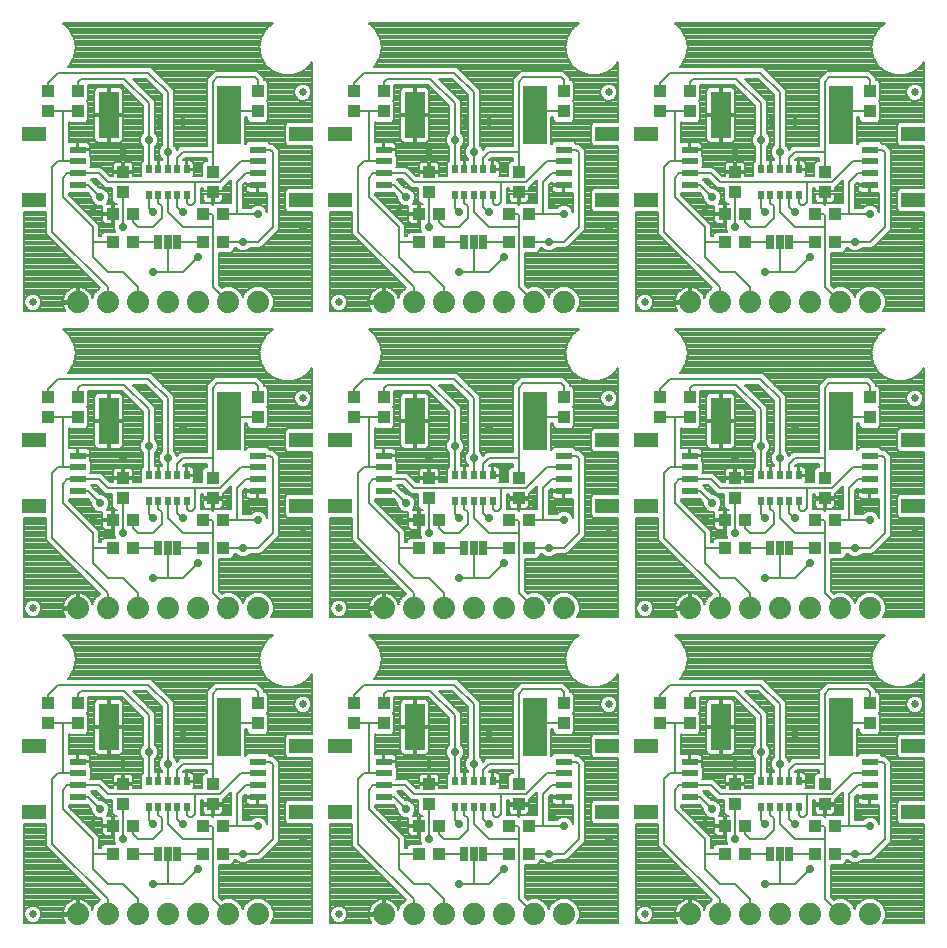
<source format=gtl>
G75*
%MOIN*%
%OFA0B0*%
%FSLAX25Y25*%
%IPPOS*%
%LPD*%
%AMOC8*
5,1,8,0,0,1.08239X$1,22.5*
%
%ADD10R,0.07874X0.04724*%
%ADD11R,0.05315X0.02362*%
%ADD12R,0.04331X0.03937*%
%ADD13R,0.02500X0.05000*%
%ADD14C,0.02500*%
%ADD15C,0.07400*%
%ADD16R,0.07874X0.19685*%
%ADD17R,0.06693X0.15748*%
%ADD18R,0.01969X0.03150*%
%ADD19R,0.00000X0.00000*%
%ADD20R,0.03937X0.04331*%
%ADD21C,0.00800*%
%ADD22C,0.02900*%
D10*
X0032031Y0065476D03*
X0032031Y0087524D03*
X0032031Y0167476D03*
X0032031Y0189524D03*
X0032031Y0269476D03*
X0032031Y0291524D03*
X0120969Y0291524D03*
X0134031Y0291524D03*
X0134031Y0269476D03*
X0120969Y0269476D03*
X0120969Y0189524D03*
X0134031Y0189524D03*
X0134031Y0167476D03*
X0120969Y0167476D03*
X0120969Y0087524D03*
X0134031Y0087524D03*
X0134031Y0065476D03*
X0120969Y0065476D03*
X0222969Y0065476D03*
X0236031Y0065476D03*
X0236031Y0087524D03*
X0222969Y0087524D03*
X0222969Y0167476D03*
X0236031Y0167476D03*
X0236031Y0189524D03*
X0222969Y0189524D03*
X0222969Y0269476D03*
X0236031Y0269476D03*
X0236031Y0291524D03*
X0222969Y0291524D03*
X0324969Y0291524D03*
X0324969Y0269476D03*
X0324969Y0189524D03*
X0324969Y0167476D03*
X0324969Y0087524D03*
X0324969Y0065476D03*
D11*
X0310500Y0070594D03*
X0310500Y0074531D03*
X0310500Y0078469D03*
X0310500Y0082406D03*
X0250500Y0082406D03*
X0250500Y0078469D03*
X0250500Y0074531D03*
X0250500Y0070594D03*
X0208500Y0070594D03*
X0208500Y0074531D03*
X0208500Y0078469D03*
X0208500Y0082406D03*
X0148500Y0082406D03*
X0148500Y0078469D03*
X0148500Y0074531D03*
X0148500Y0070594D03*
X0106500Y0070594D03*
X0106500Y0074531D03*
X0106500Y0078469D03*
X0106500Y0082406D03*
X0046500Y0082406D03*
X0046500Y0078469D03*
X0046500Y0074531D03*
X0046500Y0070594D03*
X0046500Y0172594D03*
X0046500Y0176531D03*
X0046500Y0180469D03*
X0046500Y0184406D03*
X0106500Y0184406D03*
X0106500Y0180469D03*
X0106500Y0176531D03*
X0106500Y0172594D03*
X0148500Y0172594D03*
X0148500Y0176531D03*
X0148500Y0180469D03*
X0148500Y0184406D03*
X0208500Y0184406D03*
X0208500Y0180469D03*
X0208500Y0176531D03*
X0208500Y0172594D03*
X0250500Y0172594D03*
X0250500Y0176531D03*
X0250500Y0180469D03*
X0250500Y0184406D03*
X0310500Y0184406D03*
X0310500Y0180469D03*
X0310500Y0176531D03*
X0310500Y0172594D03*
X0310500Y0274594D03*
X0310500Y0278531D03*
X0310500Y0282469D03*
X0310500Y0286406D03*
X0250500Y0286406D03*
X0250500Y0282469D03*
X0250500Y0278531D03*
X0250500Y0274594D03*
X0208500Y0274594D03*
X0208500Y0278531D03*
X0208500Y0282469D03*
X0208500Y0286406D03*
X0148500Y0286406D03*
X0148500Y0282469D03*
X0148500Y0278531D03*
X0148500Y0274594D03*
X0106500Y0274594D03*
X0106500Y0278531D03*
X0106500Y0282469D03*
X0106500Y0286406D03*
X0046500Y0286406D03*
X0046500Y0282469D03*
X0046500Y0278531D03*
X0046500Y0274594D03*
D12*
X0058154Y0265000D03*
X0064846Y0265000D03*
X0064846Y0255500D03*
X0058154Y0255500D03*
X0088154Y0255500D03*
X0094846Y0255500D03*
X0094846Y0265000D03*
X0088154Y0265000D03*
X0160154Y0265000D03*
X0166846Y0265000D03*
X0166846Y0255500D03*
X0160154Y0255500D03*
X0190154Y0255500D03*
X0196846Y0255500D03*
X0196846Y0265000D03*
X0190154Y0265000D03*
X0262154Y0265000D03*
X0268846Y0265000D03*
X0268846Y0255500D03*
X0262154Y0255500D03*
X0292154Y0255500D03*
X0298846Y0255500D03*
X0298846Y0265000D03*
X0292154Y0265000D03*
X0292154Y0163000D03*
X0298846Y0163000D03*
X0298846Y0153500D03*
X0292154Y0153500D03*
X0268846Y0153500D03*
X0262154Y0153500D03*
X0262154Y0163000D03*
X0268846Y0163000D03*
X0196846Y0163000D03*
X0190154Y0163000D03*
X0190154Y0153500D03*
X0196846Y0153500D03*
X0166846Y0153500D03*
X0160154Y0153500D03*
X0160154Y0163000D03*
X0166846Y0163000D03*
X0094846Y0163000D03*
X0088154Y0163000D03*
X0088154Y0153500D03*
X0094846Y0153500D03*
X0064846Y0153500D03*
X0058154Y0153500D03*
X0058154Y0163000D03*
X0064846Y0163000D03*
X0064846Y0061000D03*
X0058154Y0061000D03*
X0058154Y0051500D03*
X0064846Y0051500D03*
X0088154Y0051500D03*
X0094846Y0051500D03*
X0094846Y0061000D03*
X0088154Y0061000D03*
X0160154Y0061000D03*
X0166846Y0061000D03*
X0166846Y0051500D03*
X0160154Y0051500D03*
X0190154Y0051500D03*
X0196846Y0051500D03*
X0196846Y0061000D03*
X0190154Y0061000D03*
X0262154Y0061000D03*
X0268846Y0061000D03*
X0268846Y0051500D03*
X0262154Y0051500D03*
X0292154Y0051500D03*
X0298846Y0051500D03*
X0298846Y0061000D03*
X0292154Y0061000D03*
D13*
X0283700Y0051500D03*
X0280500Y0051500D03*
X0277300Y0051500D03*
X0181700Y0051500D03*
X0178500Y0051500D03*
X0175300Y0051500D03*
X0079700Y0051500D03*
X0076500Y0051500D03*
X0073300Y0051500D03*
X0073300Y0153500D03*
X0076500Y0153500D03*
X0079700Y0153500D03*
X0175300Y0153500D03*
X0178500Y0153500D03*
X0181700Y0153500D03*
X0277300Y0153500D03*
X0280500Y0153500D03*
X0283700Y0153500D03*
X0283700Y0255500D03*
X0280500Y0255500D03*
X0277300Y0255500D03*
X0181700Y0255500D03*
X0178500Y0255500D03*
X0175300Y0255500D03*
X0079700Y0255500D03*
X0076500Y0255500D03*
X0073300Y0255500D03*
D14*
X0031500Y0235500D03*
X0121500Y0203500D03*
X0133500Y0235500D03*
X0121500Y0305500D03*
X0223500Y0305500D03*
X0235500Y0235500D03*
X0223500Y0203500D03*
X0235500Y0133500D03*
X0223500Y0101500D03*
X0235500Y0031500D03*
X0325500Y0101500D03*
X0325500Y0203500D03*
X0325500Y0305500D03*
X0133500Y0133500D03*
X0121500Y0101500D03*
X0133500Y0031500D03*
X0031500Y0031500D03*
X0031500Y0133500D03*
D15*
X0046500Y0133500D03*
X0056500Y0133500D03*
X0066500Y0133500D03*
X0076500Y0133500D03*
X0086500Y0133500D03*
X0096500Y0133500D03*
X0106500Y0133500D03*
X0148500Y0133500D03*
X0158500Y0133500D03*
X0168500Y0133500D03*
X0178500Y0133500D03*
X0188500Y0133500D03*
X0198500Y0133500D03*
X0208500Y0133500D03*
X0250500Y0133500D03*
X0260500Y0133500D03*
X0270500Y0133500D03*
X0280500Y0133500D03*
X0290500Y0133500D03*
X0300500Y0133500D03*
X0310500Y0133500D03*
X0310500Y0031500D03*
X0300500Y0031500D03*
X0290500Y0031500D03*
X0280500Y0031500D03*
X0270500Y0031500D03*
X0260500Y0031500D03*
X0250500Y0031500D03*
X0208500Y0031500D03*
X0198500Y0031500D03*
X0188500Y0031500D03*
X0178500Y0031500D03*
X0168500Y0031500D03*
X0158500Y0031500D03*
X0148500Y0031500D03*
X0106500Y0031500D03*
X0096500Y0031500D03*
X0086500Y0031500D03*
X0076500Y0031500D03*
X0066500Y0031500D03*
X0056500Y0031500D03*
X0046500Y0031500D03*
X0046500Y0235500D03*
X0056500Y0235500D03*
X0066500Y0235500D03*
X0076500Y0235500D03*
X0086500Y0235500D03*
X0096500Y0235500D03*
X0106500Y0235500D03*
X0148500Y0235500D03*
X0158500Y0235500D03*
X0168500Y0235500D03*
X0178500Y0235500D03*
X0188500Y0235500D03*
X0198500Y0235500D03*
X0208500Y0235500D03*
X0250500Y0235500D03*
X0260500Y0235500D03*
X0270500Y0235500D03*
X0280500Y0235500D03*
X0290500Y0235500D03*
X0300500Y0235500D03*
X0310500Y0235500D03*
D16*
X0300776Y0196000D03*
X0198776Y0196000D03*
X0096776Y0196000D03*
X0096776Y0094000D03*
X0198776Y0094000D03*
X0300776Y0094000D03*
X0300776Y0298000D03*
X0198776Y0298000D03*
X0096776Y0298000D03*
D17*
X0056815Y0298000D03*
X0158815Y0298000D03*
X0260815Y0298000D03*
X0260815Y0196000D03*
X0158815Y0196000D03*
X0056815Y0196000D03*
X0056815Y0094000D03*
X0158815Y0094000D03*
X0260815Y0094000D03*
D18*
X0274201Y0075831D03*
X0277350Y0075831D03*
X0280500Y0075831D03*
X0283650Y0075831D03*
X0286799Y0075831D03*
X0286799Y0067169D03*
X0283650Y0067169D03*
X0280500Y0067169D03*
X0277350Y0067169D03*
X0274201Y0067169D03*
X0184799Y0067169D03*
X0181650Y0067169D03*
X0178500Y0067169D03*
X0175350Y0067169D03*
X0172201Y0067169D03*
X0172201Y0075831D03*
X0175350Y0075831D03*
X0178500Y0075831D03*
X0181650Y0075831D03*
X0184799Y0075831D03*
X0184799Y0169169D03*
X0181650Y0169169D03*
X0178500Y0169169D03*
X0175350Y0169169D03*
X0172201Y0169169D03*
X0172201Y0177831D03*
X0175350Y0177831D03*
X0178500Y0177831D03*
X0181650Y0177831D03*
X0184799Y0177831D03*
X0274201Y0177831D03*
X0277350Y0177831D03*
X0280500Y0177831D03*
X0283650Y0177831D03*
X0286799Y0177831D03*
X0286799Y0169169D03*
X0283650Y0169169D03*
X0280500Y0169169D03*
X0277350Y0169169D03*
X0274201Y0169169D03*
X0274201Y0271169D03*
X0277350Y0271169D03*
X0280500Y0271169D03*
X0283650Y0271169D03*
X0286799Y0271169D03*
X0286799Y0279831D03*
X0283650Y0279831D03*
X0280500Y0279831D03*
X0277350Y0279831D03*
X0274201Y0279831D03*
X0184799Y0279831D03*
X0181650Y0279831D03*
X0178500Y0279831D03*
X0175350Y0279831D03*
X0172201Y0279831D03*
X0172201Y0271169D03*
X0175350Y0271169D03*
X0178500Y0271169D03*
X0181650Y0271169D03*
X0184799Y0271169D03*
X0082799Y0271169D03*
X0079650Y0271169D03*
X0076500Y0271169D03*
X0073350Y0271169D03*
X0070201Y0271169D03*
X0070201Y0279831D03*
X0073350Y0279831D03*
X0076500Y0279831D03*
X0079650Y0279831D03*
X0082799Y0279831D03*
X0082799Y0177831D03*
X0079650Y0177831D03*
X0076500Y0177831D03*
X0073350Y0177831D03*
X0070201Y0177831D03*
X0070201Y0169169D03*
X0073350Y0169169D03*
X0076500Y0169169D03*
X0079650Y0169169D03*
X0082799Y0169169D03*
X0082799Y0075831D03*
X0079650Y0075831D03*
X0076500Y0075831D03*
X0073350Y0075831D03*
X0070201Y0075831D03*
X0070201Y0067169D03*
X0073350Y0067169D03*
X0076500Y0067169D03*
X0079650Y0067169D03*
X0082799Y0067169D03*
D19*
X0076500Y0071500D03*
X0178500Y0071500D03*
X0280500Y0071500D03*
X0280500Y0173500D03*
X0178500Y0173500D03*
X0076500Y0173500D03*
X0076500Y0275500D03*
X0178500Y0275500D03*
X0280500Y0275500D03*
D20*
X0265500Y0272154D03*
X0265500Y0278846D03*
X0250500Y0299154D03*
X0250500Y0305846D03*
X0240500Y0305846D03*
X0240500Y0299154D03*
X0208500Y0299154D03*
X0208500Y0305846D03*
X0193500Y0278846D03*
X0193500Y0272154D03*
X0163500Y0272154D03*
X0163500Y0278846D03*
X0148500Y0299154D03*
X0148500Y0305846D03*
X0138500Y0305846D03*
X0138500Y0299154D03*
X0106500Y0299154D03*
X0106500Y0305846D03*
X0091500Y0278846D03*
X0091500Y0272154D03*
X0061500Y0272154D03*
X0061500Y0278846D03*
X0046500Y0299154D03*
X0046500Y0305846D03*
X0036500Y0305846D03*
X0036500Y0299154D03*
X0036500Y0203846D03*
X0036500Y0197154D03*
X0046500Y0197154D03*
X0046500Y0203846D03*
X0061500Y0176846D03*
X0061500Y0170154D03*
X0091500Y0170154D03*
X0091500Y0176846D03*
X0106500Y0197154D03*
X0106500Y0203846D03*
X0138500Y0203846D03*
X0138500Y0197154D03*
X0148500Y0197154D03*
X0148500Y0203846D03*
X0163500Y0176846D03*
X0163500Y0170154D03*
X0193500Y0170154D03*
X0193500Y0176846D03*
X0208500Y0197154D03*
X0208500Y0203846D03*
X0240500Y0203846D03*
X0240500Y0197154D03*
X0250500Y0197154D03*
X0250500Y0203846D03*
X0265500Y0176846D03*
X0265500Y0170154D03*
X0295500Y0170154D03*
X0295500Y0176846D03*
X0310500Y0197154D03*
X0310500Y0203846D03*
X0295500Y0272154D03*
X0295500Y0278846D03*
X0310500Y0299154D03*
X0310500Y0305846D03*
X0310500Y0101846D03*
X0310500Y0095154D03*
X0295500Y0074846D03*
X0295500Y0068154D03*
X0265500Y0068154D03*
X0265500Y0074846D03*
X0250500Y0095154D03*
X0250500Y0101846D03*
X0240500Y0101846D03*
X0240500Y0095154D03*
X0208500Y0095154D03*
X0208500Y0101846D03*
X0193500Y0074846D03*
X0193500Y0068154D03*
X0163500Y0068154D03*
X0163500Y0074846D03*
X0148500Y0095154D03*
X0148500Y0101846D03*
X0138500Y0101846D03*
X0138500Y0095154D03*
X0106500Y0095154D03*
X0106500Y0101846D03*
X0091500Y0074846D03*
X0091500Y0068154D03*
X0061500Y0068154D03*
X0061500Y0074846D03*
X0046500Y0095154D03*
X0046500Y0101846D03*
X0036500Y0101846D03*
X0036500Y0095154D03*
D21*
X0028500Y0061514D02*
X0028500Y0028500D01*
X0042376Y0028500D01*
X0042138Y0028827D01*
X0041774Y0029542D01*
X0041526Y0030306D01*
X0041400Y0031099D01*
X0041400Y0031100D01*
X0046100Y0031100D01*
X0046100Y0031900D01*
X0046100Y0036600D01*
X0046099Y0036600D01*
X0045306Y0036474D01*
X0044542Y0036226D01*
X0043827Y0035862D01*
X0043178Y0035390D01*
X0042610Y0034822D01*
X0042138Y0034173D01*
X0041774Y0033458D01*
X0041526Y0032694D01*
X0041400Y0031901D01*
X0041400Y0031900D01*
X0046100Y0031900D01*
X0046900Y0031900D01*
X0046900Y0036600D01*
X0046901Y0036600D01*
X0047694Y0036474D01*
X0048458Y0036226D01*
X0049173Y0035862D01*
X0049822Y0035390D01*
X0050390Y0034822D01*
X0050862Y0034173D01*
X0051226Y0033458D01*
X0051379Y0032987D01*
X0052007Y0034502D01*
X0053498Y0035993D01*
X0053979Y0036192D01*
X0037172Y0053000D01*
X0036000Y0054172D01*
X0036000Y0061514D01*
X0028500Y0061514D01*
X0028500Y0060836D02*
X0036000Y0060836D01*
X0036000Y0060037D02*
X0028500Y0060037D01*
X0028500Y0059239D02*
X0036000Y0059239D01*
X0036000Y0058440D02*
X0028500Y0058440D01*
X0028500Y0057642D02*
X0036000Y0057642D01*
X0036000Y0056843D02*
X0028500Y0056843D01*
X0028500Y0056045D02*
X0036000Y0056045D01*
X0036000Y0055246D02*
X0028500Y0055246D01*
X0028500Y0054448D02*
X0036000Y0054448D01*
X0036522Y0053649D02*
X0028500Y0053649D01*
X0028500Y0052851D02*
X0037321Y0052851D01*
X0038119Y0052052D02*
X0028500Y0052052D01*
X0028500Y0051254D02*
X0038918Y0051254D01*
X0039716Y0050455D02*
X0028500Y0050455D01*
X0028500Y0049657D02*
X0040515Y0049657D01*
X0041313Y0048858D02*
X0028500Y0048858D01*
X0028500Y0048060D02*
X0042112Y0048060D01*
X0042910Y0047261D02*
X0028500Y0047261D01*
X0028500Y0046463D02*
X0043709Y0046463D01*
X0044507Y0045664D02*
X0028500Y0045664D01*
X0028500Y0044866D02*
X0045306Y0044866D01*
X0046104Y0044067D02*
X0028500Y0044067D01*
X0028500Y0043269D02*
X0046903Y0043269D01*
X0047701Y0042470D02*
X0028500Y0042470D01*
X0028500Y0041672D02*
X0048500Y0041672D01*
X0049298Y0040873D02*
X0028500Y0040873D01*
X0028500Y0040075D02*
X0050097Y0040075D01*
X0050895Y0039276D02*
X0028500Y0039276D01*
X0028500Y0038478D02*
X0051694Y0038478D01*
X0052492Y0037679D02*
X0028500Y0037679D01*
X0028500Y0036881D02*
X0053291Y0036881D01*
X0053713Y0036082D02*
X0048741Y0036082D01*
X0049929Y0035284D02*
X0052788Y0035284D01*
X0052000Y0034485D02*
X0050635Y0034485D01*
X0051110Y0033687D02*
X0051669Y0033687D01*
X0046900Y0033687D02*
X0046100Y0033687D01*
X0046100Y0034485D02*
X0046900Y0034485D01*
X0046900Y0035284D02*
X0046100Y0035284D01*
X0046100Y0036082D02*
X0046900Y0036082D01*
X0044259Y0036082D02*
X0028500Y0036082D01*
X0028500Y0035284D02*
X0043071Y0035284D01*
X0042365Y0034485D02*
X0028500Y0034485D01*
X0028500Y0033687D02*
X0029656Y0033687D01*
X0029886Y0033916D02*
X0029084Y0033114D01*
X0028650Y0032067D01*
X0028650Y0030933D01*
X0029084Y0029886D01*
X0029886Y0029084D01*
X0030933Y0028650D01*
X0032067Y0028650D01*
X0033114Y0029084D01*
X0033916Y0029886D01*
X0034350Y0030933D01*
X0034350Y0032067D01*
X0033916Y0033114D01*
X0033114Y0033916D01*
X0032067Y0034350D01*
X0030933Y0034350D01*
X0029886Y0033916D01*
X0028990Y0032888D02*
X0028500Y0032888D01*
X0028500Y0032090D02*
X0028659Y0032090D01*
X0028650Y0031291D02*
X0028500Y0031291D01*
X0028500Y0030493D02*
X0028832Y0030493D01*
X0028500Y0029694D02*
X0029275Y0029694D01*
X0028500Y0028896D02*
X0030340Y0028896D01*
X0032660Y0028896D02*
X0042103Y0028896D01*
X0041724Y0029694D02*
X0033725Y0029694D01*
X0034168Y0030493D02*
X0041496Y0030493D01*
X0041430Y0032090D02*
X0034341Y0032090D01*
X0034350Y0031291D02*
X0046100Y0031291D01*
X0046100Y0032090D02*
X0046900Y0032090D01*
X0046900Y0032888D02*
X0046100Y0032888D01*
X0041890Y0033687D02*
X0033344Y0033687D01*
X0034010Y0032888D02*
X0041589Y0032888D01*
X0056500Y0031500D02*
X0056500Y0036500D01*
X0038000Y0055000D01*
X0038000Y0076500D01*
X0039969Y0078469D01*
X0041500Y0078469D01*
X0041500Y0095154D01*
X0046500Y0095154D01*
X0050068Y0095172D02*
X0052069Y0095172D01*
X0052069Y0094400D02*
X0056415Y0094400D01*
X0056415Y0103274D01*
X0053284Y0103274D01*
X0052928Y0103179D01*
X0052609Y0102994D01*
X0052348Y0102734D01*
X0052164Y0102414D01*
X0052069Y0102058D01*
X0052069Y0094400D01*
X0052069Y0093600D02*
X0052069Y0085942D01*
X0052164Y0085586D01*
X0052348Y0085266D01*
X0052609Y0085006D01*
X0052928Y0084821D01*
X0053284Y0084726D01*
X0056415Y0084726D01*
X0056415Y0093600D01*
X0057215Y0093600D01*
X0057215Y0094400D01*
X0061561Y0094400D01*
X0061561Y0102058D01*
X0061466Y0102414D01*
X0061282Y0102734D01*
X0061021Y0102994D01*
X0060702Y0103179D01*
X0060346Y0103274D01*
X0057215Y0103274D01*
X0057215Y0094400D01*
X0056415Y0094400D01*
X0056415Y0093600D01*
X0052069Y0093600D01*
X0052069Y0093575D02*
X0050068Y0093575D01*
X0050068Y0094373D02*
X0056415Y0094373D01*
X0056415Y0093575D02*
X0057215Y0093575D01*
X0057215Y0093600D02*
X0057215Y0084726D01*
X0060346Y0084726D01*
X0060702Y0084821D01*
X0061021Y0085006D01*
X0061282Y0085266D01*
X0061466Y0085586D01*
X0061561Y0085942D01*
X0061561Y0093600D01*
X0057215Y0093600D01*
X0057215Y0094373D02*
X0068201Y0094373D01*
X0068201Y0093575D02*
X0061561Y0093575D01*
X0061561Y0092776D02*
X0068201Y0092776D01*
X0068201Y0091978D02*
X0061561Y0091978D01*
X0061561Y0091179D02*
X0068201Y0091179D01*
X0068201Y0090381D02*
X0061561Y0090381D01*
X0061561Y0089582D02*
X0068201Y0089582D01*
X0068201Y0088784D02*
X0061561Y0088784D01*
X0061561Y0087985D02*
X0068201Y0087985D01*
X0068201Y0087813D02*
X0067615Y0087228D01*
X0067151Y0086107D01*
X0067151Y0084893D01*
X0067615Y0083772D01*
X0068201Y0083187D01*
X0068201Y0078652D01*
X0067617Y0078068D01*
X0067617Y0073593D01*
X0067710Y0073500D01*
X0064868Y0073500D01*
X0064868Y0074446D01*
X0061900Y0074446D01*
X0061900Y0075246D01*
X0064868Y0075246D01*
X0064868Y0077196D01*
X0064773Y0077552D01*
X0064589Y0077871D01*
X0064328Y0078132D01*
X0064009Y0078316D01*
X0063653Y0078412D01*
X0061900Y0078412D01*
X0061900Y0075246D01*
X0061100Y0075246D01*
X0061100Y0074446D01*
X0058131Y0074446D01*
X0058131Y0073500D01*
X0057328Y0073500D01*
X0054297Y0076531D01*
X0050664Y0076531D01*
X0050757Y0076625D01*
X0050757Y0080312D01*
X0050434Y0080636D01*
X0050462Y0080684D01*
X0050557Y0081040D01*
X0050557Y0082215D01*
X0046691Y0082215D01*
X0046691Y0082596D01*
X0050557Y0082596D01*
X0050557Y0083771D01*
X0050462Y0084127D01*
X0050278Y0084446D01*
X0050017Y0084707D01*
X0049698Y0084891D01*
X0049342Y0084987D01*
X0046691Y0084987D01*
X0046691Y0082596D01*
X0046309Y0082596D01*
X0046309Y0084987D01*
X0043658Y0084987D01*
X0043500Y0084944D01*
X0043500Y0091757D01*
X0043869Y0091388D01*
X0049131Y0091388D01*
X0050068Y0092325D01*
X0050068Y0097982D01*
X0049550Y0098500D01*
X0050068Y0099018D01*
X0050068Y0104000D01*
X0061172Y0104000D01*
X0068201Y0096971D01*
X0068201Y0087813D01*
X0067598Y0087187D02*
X0061561Y0087187D01*
X0061561Y0086388D02*
X0067267Y0086388D01*
X0067151Y0085590D02*
X0061467Y0085590D01*
X0060590Y0084791D02*
X0067193Y0084791D01*
X0067524Y0083993D02*
X0050498Y0083993D01*
X0050557Y0083194D02*
X0068193Y0083194D01*
X0068201Y0082396D02*
X0046691Y0082396D01*
X0046691Y0083194D02*
X0046309Y0083194D01*
X0046309Y0083993D02*
X0046691Y0083993D01*
X0046691Y0084791D02*
X0046309Y0084791D01*
X0043500Y0085590D02*
X0052163Y0085590D01*
X0052069Y0086388D02*
X0043500Y0086388D01*
X0043500Y0087187D02*
X0052069Y0087187D01*
X0052069Y0087985D02*
X0043500Y0087985D01*
X0043500Y0088784D02*
X0052069Y0088784D01*
X0052069Y0089582D02*
X0043500Y0089582D01*
X0043500Y0090381D02*
X0052069Y0090381D01*
X0052069Y0091179D02*
X0043500Y0091179D01*
X0041500Y0095154D02*
X0036500Y0095154D01*
X0036500Y0101846D02*
X0036500Y0104500D01*
X0040000Y0108000D01*
X0070000Y0108000D01*
X0076500Y0101500D01*
X0076500Y0081500D01*
X0076500Y0075831D01*
X0073443Y0075923D02*
X0073443Y0078805D01*
X0074500Y0078805D01*
X0074500Y0079187D01*
X0073914Y0079772D01*
X0073450Y0080893D01*
X0073450Y0082107D01*
X0073914Y0083228D01*
X0074500Y0083813D01*
X0074500Y0100672D01*
X0069172Y0106000D01*
X0064828Y0106000D01*
X0071029Y0099799D01*
X0072201Y0098628D01*
X0072201Y0087813D01*
X0072786Y0087228D01*
X0073251Y0086107D01*
X0073251Y0084893D01*
X0072786Y0083772D01*
X0072201Y0083187D01*
X0072201Y0078805D01*
X0073258Y0078805D01*
X0073258Y0075923D01*
X0073443Y0075923D01*
X0073443Y0076008D02*
X0073258Y0076008D01*
X0073258Y0076806D02*
X0073443Y0076806D01*
X0073443Y0077605D02*
X0073258Y0077605D01*
X0073258Y0078403D02*
X0073443Y0078403D01*
X0074485Y0079202D02*
X0072201Y0079202D01*
X0072201Y0080000D02*
X0073820Y0080000D01*
X0073489Y0080799D02*
X0072201Y0080799D01*
X0072201Y0081597D02*
X0073450Y0081597D01*
X0073570Y0082396D02*
X0072201Y0082396D01*
X0072208Y0083194D02*
X0073901Y0083194D01*
X0074500Y0083993D02*
X0072878Y0083993D01*
X0073209Y0084791D02*
X0074500Y0084791D01*
X0074500Y0085590D02*
X0073251Y0085590D01*
X0073134Y0086388D02*
X0074500Y0086388D01*
X0074500Y0087187D02*
X0072803Y0087187D01*
X0072201Y0087985D02*
X0074500Y0087985D01*
X0074500Y0088784D02*
X0072201Y0088784D01*
X0072201Y0089582D02*
X0074500Y0089582D01*
X0074500Y0090381D02*
X0072201Y0090381D01*
X0072201Y0091179D02*
X0074500Y0091179D01*
X0074500Y0091978D02*
X0072201Y0091978D01*
X0072201Y0092776D02*
X0074500Y0092776D01*
X0074500Y0093575D02*
X0072201Y0093575D01*
X0072201Y0094373D02*
X0074500Y0094373D01*
X0074500Y0095172D02*
X0072201Y0095172D01*
X0072201Y0095970D02*
X0074500Y0095970D01*
X0074500Y0096769D02*
X0072201Y0096769D01*
X0072201Y0097568D02*
X0074500Y0097568D01*
X0074500Y0098366D02*
X0072201Y0098366D01*
X0071664Y0099165D02*
X0074500Y0099165D01*
X0074500Y0099963D02*
X0070865Y0099963D01*
X0070067Y0100762D02*
X0074410Y0100762D01*
X0073612Y0101560D02*
X0069268Y0101560D01*
X0068470Y0102359D02*
X0072813Y0102359D01*
X0072014Y0103157D02*
X0067671Y0103157D01*
X0066873Y0103956D02*
X0071216Y0103956D01*
X0070417Y0104754D02*
X0066074Y0104754D01*
X0065276Y0105553D02*
X0069619Y0105553D01*
X0072082Y0108747D02*
X0111272Y0108747D01*
X0111778Y0108322D02*
X0114860Y0107200D01*
X0118140Y0107200D01*
X0121222Y0108322D01*
X0123734Y0110430D01*
X0123734Y0110430D01*
X0124500Y0111756D01*
X0124500Y0091486D01*
X0116369Y0091486D01*
X0115431Y0090549D01*
X0115431Y0084499D01*
X0116369Y0083561D01*
X0124500Y0083561D01*
X0124500Y0069439D01*
X0116369Y0069439D01*
X0115431Y0068501D01*
X0115431Y0062451D01*
X0116369Y0061514D01*
X0124500Y0061514D01*
X0124500Y0028500D01*
X0110994Y0028500D01*
X0111800Y0030446D01*
X0111800Y0032554D01*
X0110993Y0034502D01*
X0109502Y0035993D01*
X0107554Y0036800D01*
X0105446Y0036800D01*
X0103498Y0035993D01*
X0102007Y0034502D01*
X0101500Y0033278D01*
X0100993Y0034502D01*
X0099502Y0035993D01*
X0097554Y0036800D01*
X0095446Y0036800D01*
X0094444Y0036385D01*
X0093500Y0037328D01*
X0093500Y0047931D01*
X0097675Y0047931D01*
X0098612Y0048869D01*
X0098612Y0049500D01*
X0099187Y0049500D01*
X0099772Y0048914D01*
X0100893Y0048450D01*
X0102107Y0048450D01*
X0103228Y0048914D01*
X0103813Y0049500D01*
X0107328Y0049500D01*
X0108500Y0050672D01*
X0113500Y0055672D01*
X0113500Y0082328D01*
X0112328Y0083500D01*
X0111423Y0084405D01*
X0110601Y0084405D01*
X0109820Y0085187D01*
X0103180Y0085187D01*
X0102313Y0084319D01*
X0102313Y0093154D01*
X0102931Y0093154D01*
X0102931Y0092325D01*
X0103869Y0091388D01*
X0109131Y0091388D01*
X0110068Y0092325D01*
X0110068Y0097982D01*
X0109550Y0098500D01*
X0110068Y0099018D01*
X0110068Y0104675D01*
X0109131Y0105612D01*
X0108500Y0105612D01*
X0108500Y0106328D01*
X0107328Y0107500D01*
X0106328Y0108500D01*
X0092172Y0108500D01*
X0091000Y0107328D01*
X0089500Y0105828D01*
X0089500Y0083500D01*
X0080672Y0083500D01*
X0079500Y0082328D01*
X0079470Y0082299D01*
X0079086Y0083228D01*
X0078500Y0083813D01*
X0078500Y0102328D01*
X0072000Y0108828D01*
X0070828Y0110000D01*
X0043222Y0110000D01*
X0043734Y0110430D01*
X0045374Y0113270D01*
X0045374Y0113270D01*
X0045943Y0116500D01*
X0045374Y0119730D01*
X0043734Y0122570D01*
X0043734Y0122570D01*
X0041434Y0124500D01*
X0111566Y0124500D01*
X0109266Y0122570D01*
X0107626Y0119730D01*
X0107626Y0119730D01*
X0107057Y0116500D01*
X0107626Y0113270D01*
X0109266Y0110430D01*
X0109266Y0110430D01*
X0111778Y0108322D01*
X0111778Y0108322D01*
X0112805Y0107948D02*
X0106880Y0107948D01*
X0107679Y0107150D02*
X0124500Y0107150D01*
X0124500Y0107948D02*
X0120195Y0107948D01*
X0121728Y0108747D02*
X0124500Y0108747D01*
X0124500Y0109545D02*
X0122680Y0109545D01*
X0123631Y0110344D02*
X0124500Y0110344D01*
X0124500Y0111142D02*
X0124145Y0111142D01*
X0124500Y0106351D02*
X0108477Y0106351D01*
X0109190Y0105553D02*
X0124500Y0105553D01*
X0124500Y0104754D02*
X0109989Y0104754D01*
X0110068Y0103956D02*
X0119981Y0103956D01*
X0119886Y0103916D02*
X0119084Y0103114D01*
X0118650Y0102067D01*
X0118650Y0100933D01*
X0119084Y0099886D01*
X0119886Y0099084D01*
X0120933Y0098650D01*
X0122067Y0098650D01*
X0123114Y0099084D01*
X0123916Y0099886D01*
X0124350Y0100933D01*
X0124350Y0102067D01*
X0123916Y0103114D01*
X0123114Y0103916D01*
X0122067Y0104350D01*
X0120933Y0104350D01*
X0119886Y0103916D01*
X0119127Y0103157D02*
X0110068Y0103157D01*
X0110068Y0102359D02*
X0118771Y0102359D01*
X0118650Y0101560D02*
X0110068Y0101560D01*
X0110068Y0100762D02*
X0118721Y0100762D01*
X0119052Y0099963D02*
X0110068Y0099963D01*
X0110068Y0099165D02*
X0119805Y0099165D01*
X0123195Y0099165D02*
X0124500Y0099165D01*
X0124500Y0099963D02*
X0123948Y0099963D01*
X0124279Y0100762D02*
X0124500Y0100762D01*
X0124500Y0101560D02*
X0124350Y0101560D01*
X0124229Y0102359D02*
X0124500Y0102359D01*
X0124500Y0103157D02*
X0123873Y0103157D01*
X0124500Y0103956D02*
X0123019Y0103956D01*
X0124500Y0098366D02*
X0109684Y0098366D01*
X0110068Y0097568D02*
X0124500Y0097568D01*
X0124500Y0096769D02*
X0110068Y0096769D01*
X0110068Y0095970D02*
X0124500Y0095970D01*
X0124500Y0095172D02*
X0110068Y0095172D01*
X0110068Y0094373D02*
X0124500Y0094373D01*
X0124500Y0093575D02*
X0110068Y0093575D01*
X0110068Y0092776D02*
X0124500Y0092776D01*
X0124500Y0091978D02*
X0109721Y0091978D01*
X0106500Y0095154D02*
X0097929Y0095154D01*
X0096776Y0094000D01*
X0096500Y0094276D01*
X0096500Y0101500D01*
X0096846Y0101846D01*
X0093000Y0106500D02*
X0105500Y0106500D01*
X0106500Y0105500D01*
X0106500Y0101846D01*
X0110320Y0109545D02*
X0071283Y0109545D01*
X0072880Y0107948D02*
X0091620Y0107948D01*
X0090821Y0107150D02*
X0073679Y0107150D01*
X0074477Y0106351D02*
X0090023Y0106351D01*
X0089500Y0105553D02*
X0075276Y0105553D01*
X0076074Y0104754D02*
X0089500Y0104754D01*
X0089500Y0103956D02*
X0076873Y0103956D01*
X0077671Y0103157D02*
X0089500Y0103157D01*
X0089500Y0102359D02*
X0078470Y0102359D01*
X0078500Y0101560D02*
X0089500Y0101560D01*
X0089500Y0100762D02*
X0078500Y0100762D01*
X0078500Y0099963D02*
X0089500Y0099963D01*
X0089500Y0099165D02*
X0078500Y0099165D01*
X0078500Y0098366D02*
X0089500Y0098366D01*
X0089500Y0097568D02*
X0078500Y0097568D01*
X0078500Y0096769D02*
X0089500Y0096769D01*
X0089500Y0095970D02*
X0078500Y0095970D01*
X0078500Y0095172D02*
X0089500Y0095172D01*
X0089500Y0094373D02*
X0078500Y0094373D01*
X0078500Y0093575D02*
X0089500Y0093575D01*
X0089500Y0092776D02*
X0078500Y0092776D01*
X0078500Y0091978D02*
X0089500Y0091978D01*
X0089500Y0091179D02*
X0078500Y0091179D01*
X0078500Y0090381D02*
X0089500Y0090381D01*
X0089500Y0089582D02*
X0078500Y0089582D01*
X0078500Y0088784D02*
X0089500Y0088784D01*
X0089500Y0087985D02*
X0078500Y0087985D01*
X0078500Y0087187D02*
X0089500Y0087187D01*
X0089500Y0086388D02*
X0078500Y0086388D01*
X0078500Y0085590D02*
X0089500Y0085590D01*
X0089500Y0084791D02*
X0078500Y0084791D01*
X0078500Y0083993D02*
X0089500Y0083993D01*
X0091500Y0081500D02*
X0091500Y0105000D01*
X0093000Y0106500D01*
X0107626Y0113270D02*
X0107626Y0113270D01*
X0107579Y0113538D02*
X0045421Y0113538D01*
X0045562Y0114336D02*
X0107438Y0114336D01*
X0107297Y0115135D02*
X0045703Y0115135D01*
X0045844Y0115933D02*
X0107156Y0115933D01*
X0107057Y0116500D02*
X0107057Y0116500D01*
X0107097Y0116732D02*
X0045903Y0116732D01*
X0045943Y0116500D02*
X0045943Y0116500D01*
X0045762Y0117530D02*
X0107238Y0117530D01*
X0107379Y0118329D02*
X0045621Y0118329D01*
X0045480Y0119127D02*
X0107520Y0119127D01*
X0107739Y0119926D02*
X0045261Y0119926D01*
X0045374Y0119730D02*
X0045374Y0119730D01*
X0044800Y0120724D02*
X0108200Y0120724D01*
X0108661Y0121523D02*
X0044339Y0121523D01*
X0043878Y0122321D02*
X0109122Y0122321D01*
X0109266Y0122570D02*
X0109266Y0122570D01*
X0109266Y0122570D01*
X0109921Y0123120D02*
X0043079Y0123120D01*
X0042127Y0123918D02*
X0110873Y0123918D01*
X0110994Y0130500D02*
X0111800Y0132446D01*
X0111800Y0134554D01*
X0110993Y0136502D01*
X0109502Y0137993D01*
X0107554Y0138800D01*
X0105446Y0138800D01*
X0103498Y0137993D01*
X0102007Y0136502D01*
X0101500Y0135278D01*
X0100993Y0136502D01*
X0099502Y0137993D01*
X0097554Y0138800D01*
X0095446Y0138800D01*
X0094444Y0138385D01*
X0093500Y0139328D01*
X0093500Y0149931D01*
X0097675Y0149931D01*
X0098612Y0150869D01*
X0098612Y0151500D01*
X0099187Y0151500D01*
X0099772Y0150914D01*
X0100893Y0150450D01*
X0102107Y0150450D01*
X0103228Y0150914D01*
X0103813Y0151500D01*
X0107328Y0151500D01*
X0108500Y0152672D01*
X0113500Y0157672D01*
X0113500Y0184328D01*
X0112328Y0185500D01*
X0111423Y0186405D01*
X0110601Y0186405D01*
X0109820Y0187187D01*
X0103180Y0187187D01*
X0102313Y0186319D01*
X0102313Y0195154D01*
X0102931Y0195154D01*
X0102931Y0194325D01*
X0103869Y0193388D01*
X0109131Y0193388D01*
X0110068Y0194325D01*
X0110068Y0199982D01*
X0109550Y0200500D01*
X0110068Y0201018D01*
X0110068Y0206675D01*
X0109131Y0207612D01*
X0108500Y0207612D01*
X0108500Y0208328D01*
X0107328Y0209500D01*
X0106328Y0210500D01*
X0092172Y0210500D01*
X0091000Y0209328D01*
X0089500Y0207828D01*
X0089500Y0185500D01*
X0080672Y0185500D01*
X0079500Y0184328D01*
X0079470Y0184299D01*
X0079086Y0185228D01*
X0078500Y0185813D01*
X0078500Y0204328D01*
X0072000Y0210828D01*
X0070828Y0212000D01*
X0043222Y0212000D01*
X0043734Y0212430D01*
X0045374Y0215270D01*
X0045374Y0215270D01*
X0045943Y0218500D01*
X0045374Y0221730D01*
X0043734Y0224570D01*
X0043734Y0224570D01*
X0041434Y0226500D01*
X0111566Y0226500D01*
X0109266Y0224570D01*
X0107626Y0221730D01*
X0107626Y0221730D01*
X0107057Y0218500D01*
X0107626Y0215270D01*
X0109266Y0212430D01*
X0109266Y0212430D01*
X0111778Y0210322D01*
X0114860Y0209200D01*
X0118140Y0209200D01*
X0121222Y0210322D01*
X0123734Y0212430D01*
X0124500Y0213756D01*
X0124500Y0193486D01*
X0116369Y0193486D01*
X0115431Y0192549D01*
X0115431Y0186499D01*
X0116369Y0185561D01*
X0124500Y0185561D01*
X0124500Y0171439D01*
X0116369Y0171439D01*
X0115431Y0170501D01*
X0115431Y0164451D01*
X0116369Y0163514D01*
X0124500Y0163514D01*
X0124500Y0130500D01*
X0110994Y0130500D01*
X0111245Y0131105D02*
X0124500Y0131105D01*
X0124500Y0131903D02*
X0111575Y0131903D01*
X0111800Y0132702D02*
X0124500Y0132702D01*
X0124500Y0133501D02*
X0111800Y0133501D01*
X0111800Y0134299D02*
X0124500Y0134299D01*
X0124500Y0135098D02*
X0111575Y0135098D01*
X0111244Y0135896D02*
X0124500Y0135896D01*
X0124500Y0136695D02*
X0110801Y0136695D01*
X0110002Y0137493D02*
X0124500Y0137493D01*
X0124500Y0138292D02*
X0108782Y0138292D01*
X0104218Y0138292D02*
X0098782Y0138292D01*
X0100002Y0137493D02*
X0102998Y0137493D01*
X0102199Y0136695D02*
X0100801Y0136695D01*
X0101244Y0135896D02*
X0101756Y0135896D01*
X0096500Y0133500D02*
X0091500Y0138500D01*
X0091500Y0158500D01*
X0081500Y0158500D01*
X0076500Y0163500D01*
X0076500Y0169169D01*
X0073350Y0169169D02*
X0073350Y0166650D01*
X0074500Y0165500D01*
X0074500Y0161500D01*
X0071500Y0158500D01*
X0066500Y0158500D01*
X0064846Y0160154D01*
X0064846Y0163000D01*
X0061500Y0158500D02*
X0061500Y0170154D01*
X0057931Y0170232D02*
X0056581Y0170232D01*
X0056586Y0170228D02*
X0055728Y0171086D01*
X0054607Y0171550D01*
X0053778Y0171550D01*
X0051905Y0173423D01*
X0050797Y0174531D01*
X0052640Y0174531D01*
X0055672Y0171500D01*
X0057328Y0171500D01*
X0057931Y0171500D01*
X0057931Y0167325D01*
X0058869Y0166388D01*
X0059500Y0166388D01*
X0059500Y0166368D01*
X0058554Y0166368D01*
X0058554Y0163400D01*
X0057754Y0163400D01*
X0057754Y0166368D01*
X0056182Y0166368D01*
X0056586Y0166772D01*
X0057050Y0167893D01*
X0057050Y0169107D01*
X0056586Y0170228D01*
X0056915Y0169434D02*
X0057931Y0169434D01*
X0057931Y0168635D02*
X0057050Y0168635D01*
X0057026Y0167837D02*
X0057931Y0167837D01*
X0058219Y0167038D02*
X0056696Y0167038D01*
X0057754Y0166239D02*
X0058554Y0166239D01*
X0058554Y0165441D02*
X0057754Y0165441D01*
X0057754Y0164642D02*
X0058554Y0164642D01*
X0058554Y0163844D02*
X0057754Y0163844D01*
X0057753Y0163400D02*
X0057753Y0162600D01*
X0054588Y0162600D01*
X0054588Y0160847D01*
X0054684Y0160491D01*
X0054868Y0160172D01*
X0055129Y0159911D01*
X0055448Y0159727D01*
X0055804Y0159631D01*
X0057754Y0159631D01*
X0057754Y0162600D01*
X0058554Y0162600D01*
X0058554Y0159631D01*
X0058667Y0159631D01*
X0058450Y0159107D01*
X0058450Y0157893D01*
X0058792Y0157068D01*
X0055325Y0157068D01*
X0054388Y0156131D01*
X0054388Y0155500D01*
X0053500Y0155500D01*
X0053500Y0159328D01*
X0043500Y0169328D01*
X0043500Y0169813D01*
X0049820Y0169813D01*
X0049839Y0169832D01*
X0050950Y0168722D01*
X0050950Y0167893D01*
X0051414Y0166772D01*
X0052272Y0165914D01*
X0053393Y0165450D01*
X0054607Y0165450D01*
X0054675Y0165478D01*
X0054588Y0165153D01*
X0054588Y0163400D01*
X0057753Y0163400D01*
X0057753Y0163045D02*
X0049783Y0163045D01*
X0050581Y0162247D02*
X0054588Y0162247D01*
X0054588Y0161448D02*
X0051380Y0161448D01*
X0052179Y0160650D02*
X0054641Y0160650D01*
X0055232Y0159851D02*
X0052977Y0159851D01*
X0053500Y0159053D02*
X0058450Y0159053D01*
X0058450Y0158254D02*
X0053500Y0158254D01*
X0053500Y0157456D02*
X0058631Y0157456D01*
X0058554Y0159851D02*
X0057754Y0159851D01*
X0057754Y0160650D02*
X0058554Y0160650D01*
X0058554Y0161448D02*
X0057754Y0161448D01*
X0057754Y0162247D02*
X0058554Y0162247D01*
X0054588Y0163844D02*
X0048984Y0163844D01*
X0048186Y0164642D02*
X0054588Y0164642D01*
X0054665Y0165441D02*
X0047387Y0165441D01*
X0046589Y0166239D02*
X0051947Y0166239D01*
X0051304Y0167038D02*
X0045790Y0167038D01*
X0044992Y0167837D02*
X0050974Y0167837D01*
X0050950Y0168635D02*
X0044193Y0168635D01*
X0043500Y0169434D02*
X0050238Y0169434D01*
X0049906Y0172594D02*
X0046500Y0172594D01*
X0049906Y0172594D02*
X0054000Y0168500D01*
X0055783Y0171031D02*
X0057931Y0171031D01*
X0055343Y0171829D02*
X0053499Y0171829D01*
X0052701Y0172628D02*
X0054544Y0172628D01*
X0053745Y0173426D02*
X0051902Y0173426D01*
X0051104Y0174225D02*
X0052947Y0174225D01*
X0053469Y0176531D02*
X0046500Y0176531D01*
X0043031Y0176531D01*
X0041500Y0175000D01*
X0041500Y0168500D01*
X0051500Y0158500D01*
X0051500Y0153500D01*
X0058154Y0153500D01*
X0054388Y0155859D02*
X0053500Y0155859D01*
X0053500Y0156657D02*
X0054914Y0156657D01*
X0051500Y0153500D02*
X0051500Y0148500D01*
X0056500Y0143500D01*
X0061500Y0143500D01*
X0066500Y0138500D01*
X0066500Y0133500D01*
X0056500Y0133500D02*
X0056500Y0138500D01*
X0038000Y0157000D01*
X0038000Y0178500D01*
X0039969Y0180469D01*
X0041500Y0180469D01*
X0041500Y0197154D01*
X0046500Y0197154D01*
X0050068Y0197381D02*
X0052069Y0197381D01*
X0052069Y0196583D02*
X0050068Y0196583D01*
X0050068Y0195784D02*
X0056415Y0195784D01*
X0056415Y0195600D02*
X0052069Y0195600D01*
X0052069Y0187942D01*
X0052164Y0187586D01*
X0052348Y0187266D01*
X0052609Y0187006D01*
X0052928Y0186821D01*
X0053284Y0186726D01*
X0056415Y0186726D01*
X0056415Y0195600D01*
X0057215Y0195600D01*
X0057215Y0196400D01*
X0061561Y0196400D01*
X0061561Y0204058D01*
X0061466Y0204414D01*
X0061282Y0204734D01*
X0061021Y0204994D01*
X0060702Y0205179D01*
X0060346Y0205274D01*
X0057215Y0205274D01*
X0057215Y0196400D01*
X0056415Y0196400D01*
X0056415Y0205274D01*
X0053284Y0205274D01*
X0052928Y0205179D01*
X0052609Y0204994D01*
X0052348Y0204734D01*
X0052164Y0204414D01*
X0052069Y0204058D01*
X0052069Y0196400D01*
X0056415Y0196400D01*
X0056415Y0195600D01*
X0056415Y0194986D02*
X0057215Y0194986D01*
X0057215Y0195600D02*
X0057215Y0186726D01*
X0060346Y0186726D01*
X0060702Y0186821D01*
X0061021Y0187006D01*
X0061282Y0187266D01*
X0061466Y0187586D01*
X0061561Y0187942D01*
X0061561Y0195600D01*
X0057215Y0195600D01*
X0057215Y0195784D02*
X0068201Y0195784D01*
X0068201Y0194986D02*
X0061561Y0194986D01*
X0061561Y0194187D02*
X0068201Y0194187D01*
X0068201Y0193389D02*
X0061561Y0193389D01*
X0061561Y0192590D02*
X0068201Y0192590D01*
X0068201Y0191792D02*
X0061561Y0191792D01*
X0061561Y0190993D02*
X0068201Y0190993D01*
X0068201Y0190195D02*
X0061561Y0190195D01*
X0061561Y0189396D02*
X0067784Y0189396D01*
X0067615Y0189228D02*
X0068201Y0189813D01*
X0068201Y0198971D01*
X0061172Y0206000D01*
X0050068Y0206000D01*
X0050068Y0201018D01*
X0049550Y0200500D01*
X0050068Y0199982D01*
X0050068Y0194325D01*
X0049131Y0193388D01*
X0043869Y0193388D01*
X0043500Y0193757D01*
X0043500Y0186944D01*
X0043658Y0186987D01*
X0046309Y0186987D01*
X0046309Y0184596D01*
X0046691Y0184596D01*
X0050557Y0184596D01*
X0050557Y0185771D01*
X0050462Y0186127D01*
X0050278Y0186446D01*
X0050017Y0186707D01*
X0049698Y0186891D01*
X0049342Y0186987D01*
X0046691Y0186987D01*
X0046691Y0184596D01*
X0046691Y0184215D01*
X0050557Y0184215D01*
X0050557Y0183040D01*
X0050462Y0182684D01*
X0050434Y0182636D01*
X0050757Y0182312D01*
X0050757Y0178625D01*
X0050664Y0178531D01*
X0054297Y0178531D01*
X0057328Y0175500D01*
X0058131Y0175500D01*
X0058131Y0176446D01*
X0061100Y0176446D01*
X0061100Y0177246D01*
X0058131Y0177246D01*
X0058131Y0179196D01*
X0058227Y0179552D01*
X0058411Y0179871D01*
X0058672Y0180132D01*
X0058991Y0180316D01*
X0059347Y0180412D01*
X0061100Y0180412D01*
X0061100Y0177246D01*
X0061900Y0177246D01*
X0064868Y0177246D01*
X0064868Y0179196D01*
X0064773Y0179552D01*
X0064589Y0179871D01*
X0064328Y0180132D01*
X0064009Y0180316D01*
X0063653Y0180412D01*
X0061900Y0180412D01*
X0061900Y0177246D01*
X0061900Y0176446D01*
X0064868Y0176446D01*
X0064868Y0175500D01*
X0067710Y0175500D01*
X0067617Y0175593D01*
X0067617Y0180068D01*
X0068201Y0180652D01*
X0068201Y0185187D01*
X0067615Y0185772D01*
X0067151Y0186893D01*
X0067151Y0188107D01*
X0067615Y0189228D01*
X0067354Y0188598D02*
X0061561Y0188598D01*
X0061523Y0187799D02*
X0067151Y0187799D01*
X0067151Y0187001D02*
X0061012Y0187001D01*
X0057215Y0187001D02*
X0056415Y0187001D01*
X0056415Y0187799D02*
X0057215Y0187799D01*
X0057215Y0188598D02*
X0056415Y0188598D01*
X0056415Y0189396D02*
X0057215Y0189396D01*
X0057215Y0190195D02*
X0056415Y0190195D01*
X0056415Y0190993D02*
X0057215Y0190993D01*
X0057215Y0191792D02*
X0056415Y0191792D01*
X0056415Y0192590D02*
X0057215Y0192590D01*
X0057215Y0193389D02*
X0056415Y0193389D01*
X0056415Y0194187D02*
X0057215Y0194187D01*
X0057215Y0196583D02*
X0056415Y0196583D01*
X0056415Y0197381D02*
X0057215Y0197381D01*
X0057215Y0198180D02*
X0056415Y0198180D01*
X0056415Y0198978D02*
X0057215Y0198978D01*
X0057215Y0199777D02*
X0056415Y0199777D01*
X0056415Y0200575D02*
X0057215Y0200575D01*
X0057215Y0201374D02*
X0056415Y0201374D01*
X0056415Y0202172D02*
X0057215Y0202172D01*
X0057215Y0202971D02*
X0056415Y0202971D01*
X0056415Y0203770D02*
X0057215Y0203770D01*
X0057215Y0204568D02*
X0056415Y0204568D01*
X0052253Y0204568D02*
X0050068Y0204568D01*
X0050068Y0203770D02*
X0052069Y0203770D01*
X0052069Y0202971D02*
X0050068Y0202971D01*
X0050068Y0202172D02*
X0052069Y0202172D01*
X0052069Y0201374D02*
X0050068Y0201374D01*
X0049626Y0200575D02*
X0052069Y0200575D01*
X0052069Y0199777D02*
X0050068Y0199777D01*
X0050068Y0198978D02*
X0052069Y0198978D01*
X0052069Y0198180D02*
X0050068Y0198180D01*
X0050068Y0194986D02*
X0052069Y0194986D01*
X0052069Y0194187D02*
X0049930Y0194187D01*
X0049132Y0193389D02*
X0052069Y0193389D01*
X0052069Y0192590D02*
X0043500Y0192590D01*
X0043500Y0191792D02*
X0052069Y0191792D01*
X0052069Y0190993D02*
X0043500Y0190993D01*
X0043500Y0190195D02*
X0052069Y0190195D01*
X0052069Y0189396D02*
X0043500Y0189396D01*
X0043500Y0188598D02*
X0052069Y0188598D01*
X0052107Y0187799D02*
X0043500Y0187799D01*
X0043500Y0187001D02*
X0052617Y0187001D01*
X0050419Y0186202D02*
X0067437Y0186202D01*
X0067984Y0185404D02*
X0050557Y0185404D01*
X0050557Y0184605D02*
X0068201Y0184605D01*
X0068201Y0183807D02*
X0050557Y0183807D01*
X0050549Y0183008D02*
X0068201Y0183008D01*
X0068201Y0182210D02*
X0050757Y0182210D01*
X0050757Y0181411D02*
X0068201Y0181411D01*
X0068161Y0180613D02*
X0050757Y0180613D01*
X0050757Y0179814D02*
X0058378Y0179814D01*
X0058131Y0179016D02*
X0050757Y0179016D01*
X0053469Y0176531D02*
X0056500Y0173500D01*
X0085500Y0173500D01*
X0094000Y0173500D01*
X0100969Y0180469D01*
X0106500Y0180469D01*
X0106500Y0184406D02*
X0110594Y0184406D01*
X0111500Y0183500D01*
X0111500Y0158500D01*
X0106500Y0153500D01*
X0101500Y0153500D01*
X0094846Y0153500D01*
X0093500Y0149471D02*
X0124500Y0149471D01*
X0124500Y0150269D02*
X0098012Y0150269D01*
X0098612Y0151068D02*
X0099619Y0151068D01*
X0103381Y0151068D02*
X0124500Y0151068D01*
X0124500Y0151866D02*
X0107695Y0151866D01*
X0108493Y0152665D02*
X0124500Y0152665D01*
X0124500Y0153463D02*
X0109292Y0153463D01*
X0110090Y0154262D02*
X0124500Y0154262D01*
X0124500Y0155060D02*
X0110889Y0155060D01*
X0111687Y0155859D02*
X0124500Y0155859D01*
X0124500Y0156657D02*
X0112486Y0156657D01*
X0113284Y0157456D02*
X0124500Y0157456D01*
X0124500Y0158254D02*
X0113500Y0158254D01*
X0113500Y0159053D02*
X0124500Y0159053D01*
X0124500Y0159851D02*
X0113500Y0159851D01*
X0113500Y0160650D02*
X0124500Y0160650D01*
X0124500Y0161448D02*
X0113500Y0161448D01*
X0113500Y0162247D02*
X0124500Y0162247D01*
X0124500Y0163045D02*
X0113500Y0163045D01*
X0113500Y0163844D02*
X0116039Y0163844D01*
X0115431Y0164642D02*
X0113500Y0164642D01*
X0113500Y0165441D02*
X0115431Y0165441D01*
X0115431Y0166239D02*
X0113500Y0166239D01*
X0113500Y0167038D02*
X0115431Y0167038D01*
X0115431Y0167837D02*
X0113500Y0167837D01*
X0113500Y0168635D02*
X0115431Y0168635D01*
X0115431Y0169434D02*
X0113500Y0169434D01*
X0113500Y0170232D02*
X0115431Y0170232D01*
X0115961Y0171031D02*
X0113500Y0171031D01*
X0113500Y0171829D02*
X0124500Y0171829D01*
X0124500Y0172628D02*
X0113500Y0172628D01*
X0113500Y0173426D02*
X0124500Y0173426D01*
X0124500Y0174225D02*
X0113500Y0174225D01*
X0113500Y0175023D02*
X0124500Y0175023D01*
X0124500Y0175822D02*
X0113500Y0175822D01*
X0113500Y0176620D02*
X0124500Y0176620D01*
X0124500Y0177419D02*
X0113500Y0177419D01*
X0113500Y0178217D02*
X0124500Y0178217D01*
X0124500Y0179016D02*
X0113500Y0179016D01*
X0113500Y0179814D02*
X0124500Y0179814D01*
X0124500Y0180613D02*
X0113500Y0180613D01*
X0113500Y0181411D02*
X0124500Y0181411D01*
X0124500Y0182210D02*
X0113500Y0182210D01*
X0113500Y0183008D02*
X0124500Y0183008D01*
X0124500Y0183807D02*
X0113500Y0183807D01*
X0113223Y0184605D02*
X0124500Y0184605D01*
X0124500Y0185404D02*
X0112425Y0185404D01*
X0111626Y0186202D02*
X0115728Y0186202D01*
X0115431Y0187001D02*
X0110006Y0187001D01*
X0115431Y0187799D02*
X0102313Y0187799D01*
X0102313Y0187001D02*
X0102994Y0187001D01*
X0102313Y0188598D02*
X0115431Y0188598D01*
X0115431Y0189396D02*
X0102313Y0189396D01*
X0102313Y0190195D02*
X0115431Y0190195D01*
X0115431Y0190993D02*
X0102313Y0190993D01*
X0102313Y0191792D02*
X0115431Y0191792D01*
X0115473Y0192590D02*
X0102313Y0192590D01*
X0102313Y0193389D02*
X0103868Y0193389D01*
X0103070Y0194187D02*
X0102313Y0194187D01*
X0102313Y0194986D02*
X0102931Y0194986D01*
X0106500Y0197154D02*
X0097929Y0197154D01*
X0096776Y0196000D01*
X0096500Y0196276D01*
X0096500Y0203500D01*
X0096846Y0203846D01*
X0093000Y0208500D02*
X0091500Y0207000D01*
X0091500Y0183500D01*
X0091500Y0176846D01*
X0087931Y0176620D02*
X0085183Y0176620D01*
X0085183Y0176072D02*
X0085183Y0177739D01*
X0082891Y0177739D01*
X0082891Y0177923D01*
X0082707Y0177923D01*
X0082707Y0180805D01*
X0081650Y0180805D01*
X0081650Y0180821D01*
X0082328Y0181500D01*
X0089500Y0181500D01*
X0089500Y0180612D01*
X0088869Y0180612D01*
X0087931Y0179675D01*
X0087931Y0175500D01*
X0084964Y0175500D01*
X0085088Y0175716D01*
X0085183Y0176072D01*
X0085116Y0175822D02*
X0087931Y0175822D01*
X0087931Y0177419D02*
X0085183Y0177419D01*
X0085183Y0177923D02*
X0085183Y0179590D01*
X0085088Y0179946D01*
X0084904Y0180265D01*
X0084643Y0180526D01*
X0084324Y0180710D01*
X0083968Y0180805D01*
X0082891Y0180805D01*
X0082891Y0177923D01*
X0085183Y0177923D01*
X0085183Y0178217D02*
X0087931Y0178217D01*
X0087931Y0179016D02*
X0085183Y0179016D01*
X0085123Y0179814D02*
X0088071Y0179814D01*
X0089500Y0180613D02*
X0084493Y0180613D01*
X0082891Y0180613D02*
X0082707Y0180613D01*
X0082707Y0179814D02*
X0082891Y0179814D01*
X0082891Y0179016D02*
X0082707Y0179016D01*
X0082707Y0178217D02*
X0082891Y0178217D01*
X0082240Y0181411D02*
X0089500Y0181411D01*
X0091500Y0183500D02*
X0081500Y0183500D01*
X0079650Y0181650D01*
X0079650Y0177831D01*
X0076500Y0177831D02*
X0076500Y0183500D01*
X0076500Y0203500D01*
X0070000Y0210000D01*
X0040000Y0210000D01*
X0036500Y0206500D01*
X0036500Y0203846D01*
X0036500Y0197154D02*
X0041500Y0197154D01*
X0043500Y0193389D02*
X0043868Y0193389D01*
X0046309Y0186202D02*
X0046691Y0186202D01*
X0046691Y0185404D02*
X0046309Y0185404D01*
X0046309Y0184605D02*
X0046691Y0184605D01*
X0046500Y0180469D02*
X0041500Y0180469D01*
X0054611Y0178217D02*
X0058131Y0178217D01*
X0058131Y0177419D02*
X0055410Y0177419D01*
X0056208Y0176620D02*
X0061100Y0176620D01*
X0061100Y0177419D02*
X0061900Y0177419D01*
X0061900Y0178217D02*
X0061100Y0178217D01*
X0061100Y0179016D02*
X0061900Y0179016D01*
X0061900Y0179814D02*
X0061100Y0179814D01*
X0061900Y0176620D02*
X0067617Y0176620D01*
X0067617Y0175822D02*
X0064868Y0175822D01*
X0064868Y0177419D02*
X0067617Y0177419D01*
X0067617Y0178217D02*
X0064868Y0178217D01*
X0064868Y0179016D02*
X0067617Y0179016D01*
X0067617Y0179814D02*
X0064622Y0179814D01*
X0058131Y0175822D02*
X0057007Y0175822D01*
X0070201Y0177831D02*
X0070201Y0187500D01*
X0070201Y0199799D01*
X0062000Y0208000D01*
X0047500Y0208000D01*
X0046500Y0207000D01*
X0046500Y0203846D01*
X0050068Y0205367D02*
X0061805Y0205367D01*
X0061377Y0204568D02*
X0062604Y0204568D01*
X0063402Y0203770D02*
X0061561Y0203770D01*
X0061561Y0202971D02*
X0064201Y0202971D01*
X0064999Y0202172D02*
X0061561Y0202172D01*
X0061561Y0201374D02*
X0065798Y0201374D01*
X0066596Y0200575D02*
X0061561Y0200575D01*
X0061561Y0199777D02*
X0067395Y0199777D01*
X0068193Y0198978D02*
X0061561Y0198978D01*
X0061561Y0198180D02*
X0068201Y0198180D01*
X0068201Y0197381D02*
X0061561Y0197381D01*
X0061561Y0196583D02*
X0068201Y0196583D01*
X0072201Y0196583D02*
X0074500Y0196583D01*
X0074500Y0197381D02*
X0072201Y0197381D01*
X0072201Y0198180D02*
X0074500Y0198180D01*
X0074500Y0198978D02*
X0072201Y0198978D01*
X0072201Y0199777D02*
X0074500Y0199777D01*
X0074500Y0200575D02*
X0072201Y0200575D01*
X0072201Y0200628D02*
X0071029Y0201799D01*
X0064828Y0208000D01*
X0069172Y0208000D01*
X0074500Y0202672D01*
X0074500Y0185813D01*
X0073914Y0185228D01*
X0073450Y0184107D01*
X0073450Y0182893D01*
X0073914Y0181772D01*
X0074500Y0181187D01*
X0074500Y0180805D01*
X0073443Y0180805D01*
X0073443Y0177923D01*
X0073258Y0177923D01*
X0073258Y0180805D01*
X0072201Y0180805D01*
X0072201Y0185187D01*
X0072786Y0185772D01*
X0073251Y0186893D01*
X0073251Y0188107D01*
X0072786Y0189228D01*
X0072201Y0189813D01*
X0072201Y0200628D01*
X0071454Y0201374D02*
X0074500Y0201374D01*
X0074500Y0202172D02*
X0070656Y0202172D01*
X0071029Y0201799D02*
X0071029Y0201799D01*
X0069857Y0202971D02*
X0074201Y0202971D01*
X0073402Y0203770D02*
X0069059Y0203770D01*
X0068260Y0204568D02*
X0072604Y0204568D01*
X0071805Y0205367D02*
X0067462Y0205367D01*
X0066663Y0206165D02*
X0071007Y0206165D01*
X0070208Y0206964D02*
X0065865Y0206964D01*
X0065066Y0207762D02*
X0069409Y0207762D01*
X0071872Y0210956D02*
X0111022Y0210956D01*
X0111778Y0210322D02*
X0111778Y0210322D01*
X0112229Y0210158D02*
X0106671Y0210158D01*
X0107469Y0209359D02*
X0114423Y0209359D01*
X0118577Y0209359D02*
X0124500Y0209359D01*
X0124500Y0208561D02*
X0108268Y0208561D01*
X0108500Y0207762D02*
X0124500Y0207762D01*
X0124500Y0206964D02*
X0109779Y0206964D01*
X0110068Y0206165D02*
X0120487Y0206165D01*
X0120933Y0206350D02*
X0119886Y0205916D01*
X0119084Y0205114D01*
X0118650Y0204067D01*
X0118650Y0202933D01*
X0119084Y0201886D01*
X0119886Y0201084D01*
X0120933Y0200650D01*
X0122067Y0200650D01*
X0123114Y0201084D01*
X0123916Y0201886D01*
X0124350Y0202933D01*
X0124350Y0204067D01*
X0123916Y0205114D01*
X0123114Y0205916D01*
X0122067Y0206350D01*
X0120933Y0206350D01*
X0122513Y0206165D02*
X0124500Y0206165D01*
X0124500Y0205367D02*
X0123664Y0205367D01*
X0124142Y0204568D02*
X0124500Y0204568D01*
X0124500Y0203770D02*
X0124350Y0203770D01*
X0124350Y0202971D02*
X0124500Y0202971D01*
X0124500Y0202172D02*
X0124035Y0202172D01*
X0124500Y0201374D02*
X0123404Y0201374D01*
X0124500Y0200575D02*
X0109626Y0200575D01*
X0110068Y0199777D02*
X0124500Y0199777D01*
X0124500Y0198978D02*
X0110068Y0198978D01*
X0110068Y0198180D02*
X0124500Y0198180D01*
X0124500Y0197381D02*
X0110068Y0197381D01*
X0110068Y0196583D02*
X0124500Y0196583D01*
X0124500Y0195784D02*
X0110068Y0195784D01*
X0110068Y0194986D02*
X0124500Y0194986D01*
X0124500Y0194187D02*
X0109930Y0194187D01*
X0109132Y0193389D02*
X0116272Y0193389D01*
X0119596Y0201374D02*
X0110068Y0201374D01*
X0110068Y0202172D02*
X0118965Y0202172D01*
X0118650Y0202971D02*
X0110068Y0202971D01*
X0110068Y0203770D02*
X0118650Y0203770D01*
X0118858Y0204568D02*
X0110068Y0204568D01*
X0110068Y0205367D02*
X0119336Y0205367D01*
X0120771Y0210158D02*
X0124500Y0210158D01*
X0124500Y0210956D02*
X0121978Y0210956D01*
X0121222Y0210322D02*
X0121222Y0210322D01*
X0122929Y0211755D02*
X0124500Y0211755D01*
X0124500Y0212553D02*
X0123805Y0212553D01*
X0123734Y0212430D02*
X0123734Y0212430D01*
X0123734Y0212430D01*
X0124266Y0213352D02*
X0124500Y0213352D01*
X0138500Y0206500D02*
X0138500Y0203846D01*
X0138500Y0206500D02*
X0142000Y0210000D01*
X0172000Y0210000D01*
X0178500Y0203500D01*
X0178500Y0183500D01*
X0178500Y0177831D01*
X0175443Y0177923D02*
X0175443Y0180805D01*
X0176500Y0180805D01*
X0176500Y0181187D01*
X0175914Y0181772D01*
X0175450Y0182893D01*
X0175450Y0184107D01*
X0175914Y0185228D01*
X0176500Y0185813D01*
X0176500Y0202672D01*
X0171172Y0208000D01*
X0166828Y0208000D01*
X0173029Y0201799D01*
X0174201Y0200628D01*
X0174201Y0189813D01*
X0174786Y0189228D01*
X0175251Y0188107D01*
X0175251Y0186893D01*
X0174786Y0185772D01*
X0174201Y0185187D01*
X0174201Y0180805D01*
X0175258Y0180805D01*
X0175258Y0177923D01*
X0175443Y0177923D01*
X0175443Y0178217D02*
X0175258Y0178217D01*
X0175258Y0179016D02*
X0175443Y0179016D01*
X0175443Y0179814D02*
X0175258Y0179814D01*
X0175258Y0180613D02*
X0175443Y0180613D01*
X0176275Y0181411D02*
X0174201Y0181411D01*
X0174201Y0182210D02*
X0175733Y0182210D01*
X0175450Y0183008D02*
X0174201Y0183008D01*
X0174201Y0183807D02*
X0175450Y0183807D01*
X0175657Y0184605D02*
X0174201Y0184605D01*
X0174418Y0185404D02*
X0176090Y0185404D01*
X0176500Y0186202D02*
X0174965Y0186202D01*
X0175251Y0187001D02*
X0176500Y0187001D01*
X0176500Y0187799D02*
X0175251Y0187799D01*
X0175047Y0188598D02*
X0176500Y0188598D01*
X0176500Y0189396D02*
X0174618Y0189396D01*
X0174201Y0190195D02*
X0176500Y0190195D01*
X0176500Y0190993D02*
X0174201Y0190993D01*
X0174201Y0191792D02*
X0176500Y0191792D01*
X0176500Y0192590D02*
X0174201Y0192590D01*
X0174201Y0193389D02*
X0176500Y0193389D01*
X0176500Y0194187D02*
X0174201Y0194187D01*
X0174201Y0194986D02*
X0176500Y0194986D01*
X0176500Y0195784D02*
X0174201Y0195784D01*
X0174201Y0196583D02*
X0176500Y0196583D01*
X0176500Y0197381D02*
X0174201Y0197381D01*
X0174201Y0198180D02*
X0176500Y0198180D01*
X0176500Y0198978D02*
X0174201Y0198978D01*
X0174201Y0199777D02*
X0176500Y0199777D01*
X0176500Y0200575D02*
X0174201Y0200575D01*
X0173454Y0201374D02*
X0176500Y0201374D01*
X0176500Y0202172D02*
X0172656Y0202172D01*
X0171857Y0202971D02*
X0176201Y0202971D01*
X0175402Y0203770D02*
X0171059Y0203770D01*
X0170260Y0204568D02*
X0174604Y0204568D01*
X0173805Y0205367D02*
X0169462Y0205367D01*
X0168663Y0206165D02*
X0173007Y0206165D01*
X0172208Y0206964D02*
X0167865Y0206964D01*
X0167066Y0207762D02*
X0171409Y0207762D01*
X0174000Y0210828D02*
X0172828Y0212000D01*
X0145222Y0212000D01*
X0145734Y0212430D01*
X0147374Y0215270D01*
X0147374Y0215270D01*
X0147943Y0218500D01*
X0147374Y0221730D01*
X0145734Y0224570D01*
X0145734Y0224570D01*
X0143434Y0226500D01*
X0213566Y0226500D01*
X0211266Y0224570D01*
X0209626Y0221730D01*
X0209626Y0221730D01*
X0209057Y0218500D01*
X0209626Y0215270D01*
X0211266Y0212430D01*
X0211266Y0212430D01*
X0213778Y0210322D01*
X0216860Y0209200D01*
X0220140Y0209200D01*
X0223222Y0210322D01*
X0225734Y0212430D01*
X0226500Y0213756D01*
X0226500Y0193486D01*
X0218369Y0193486D01*
X0217431Y0192549D01*
X0217431Y0186499D01*
X0218369Y0185561D01*
X0226500Y0185561D01*
X0226500Y0171439D01*
X0218369Y0171439D01*
X0217431Y0170501D01*
X0217431Y0164451D01*
X0218369Y0163514D01*
X0226500Y0163514D01*
X0226500Y0130500D01*
X0212994Y0130500D01*
X0213800Y0132446D01*
X0213800Y0134554D01*
X0212993Y0136502D01*
X0211502Y0137993D01*
X0209554Y0138800D01*
X0207446Y0138800D01*
X0205498Y0137993D01*
X0204007Y0136502D01*
X0203500Y0135278D01*
X0202993Y0136502D01*
X0201502Y0137993D01*
X0199554Y0138800D01*
X0197446Y0138800D01*
X0196444Y0138385D01*
X0195500Y0139328D01*
X0195500Y0149931D01*
X0199675Y0149931D01*
X0200612Y0150869D01*
X0200612Y0151500D01*
X0201187Y0151500D01*
X0201772Y0150914D01*
X0202893Y0150450D01*
X0204107Y0150450D01*
X0205228Y0150914D01*
X0205813Y0151500D01*
X0209328Y0151500D01*
X0210500Y0152672D01*
X0215500Y0157672D01*
X0215500Y0184328D01*
X0214328Y0185500D01*
X0213423Y0186405D01*
X0212601Y0186405D01*
X0211820Y0187187D01*
X0205180Y0187187D01*
X0204313Y0186319D01*
X0204313Y0195154D01*
X0204931Y0195154D01*
X0204931Y0194325D01*
X0205869Y0193388D01*
X0211131Y0193388D01*
X0212068Y0194325D01*
X0212068Y0199982D01*
X0211550Y0200500D01*
X0212068Y0201018D01*
X0212068Y0206675D01*
X0211131Y0207612D01*
X0210500Y0207612D01*
X0210500Y0208328D01*
X0209328Y0209500D01*
X0208328Y0210500D01*
X0194172Y0210500D01*
X0193000Y0209328D01*
X0191500Y0207828D01*
X0191500Y0185500D01*
X0182672Y0185500D01*
X0181500Y0184328D01*
X0181470Y0184299D01*
X0181086Y0185228D01*
X0180500Y0185813D01*
X0180500Y0204328D01*
X0174000Y0210828D01*
X0173872Y0210956D02*
X0213022Y0210956D01*
X0213778Y0210322D02*
X0213778Y0210322D01*
X0214229Y0210158D02*
X0208671Y0210158D01*
X0209469Y0209359D02*
X0216423Y0209359D01*
X0212071Y0211755D02*
X0173074Y0211755D01*
X0174671Y0210158D02*
X0193829Y0210158D01*
X0193031Y0209359D02*
X0175469Y0209359D01*
X0176268Y0208561D02*
X0192232Y0208561D01*
X0191500Y0207762D02*
X0177066Y0207762D01*
X0177865Y0206964D02*
X0191500Y0206964D01*
X0191500Y0206165D02*
X0178663Y0206165D01*
X0179462Y0205367D02*
X0191500Y0205367D01*
X0191500Y0204568D02*
X0180260Y0204568D01*
X0180500Y0203770D02*
X0191500Y0203770D01*
X0191500Y0202971D02*
X0180500Y0202971D01*
X0180500Y0202172D02*
X0191500Y0202172D01*
X0191500Y0201374D02*
X0180500Y0201374D01*
X0180500Y0200575D02*
X0191500Y0200575D01*
X0191500Y0199777D02*
X0180500Y0199777D01*
X0180500Y0198978D02*
X0191500Y0198978D01*
X0191500Y0198180D02*
X0180500Y0198180D01*
X0180500Y0197381D02*
X0191500Y0197381D01*
X0191500Y0196583D02*
X0180500Y0196583D01*
X0180500Y0195784D02*
X0191500Y0195784D01*
X0191500Y0194986D02*
X0180500Y0194986D01*
X0180500Y0194187D02*
X0191500Y0194187D01*
X0191500Y0193389D02*
X0180500Y0193389D01*
X0180500Y0192590D02*
X0191500Y0192590D01*
X0191500Y0191792D02*
X0180500Y0191792D01*
X0180500Y0190993D02*
X0191500Y0190993D01*
X0191500Y0190195D02*
X0180500Y0190195D01*
X0180500Y0189396D02*
X0191500Y0189396D01*
X0191500Y0188598D02*
X0180500Y0188598D01*
X0180500Y0187799D02*
X0191500Y0187799D01*
X0191500Y0187001D02*
X0180500Y0187001D01*
X0180500Y0186202D02*
X0191500Y0186202D01*
X0193500Y0183500D02*
X0193500Y0207000D01*
X0195000Y0208500D01*
X0207500Y0208500D01*
X0208500Y0207500D01*
X0208500Y0203846D01*
X0212068Y0203770D02*
X0220650Y0203770D01*
X0220650Y0204067D02*
X0220650Y0202933D01*
X0221084Y0201886D01*
X0221886Y0201084D01*
X0222933Y0200650D01*
X0224067Y0200650D01*
X0225114Y0201084D01*
X0225916Y0201886D01*
X0226350Y0202933D01*
X0226350Y0204067D01*
X0225916Y0205114D01*
X0225114Y0205916D01*
X0224067Y0206350D01*
X0222933Y0206350D01*
X0221886Y0205916D01*
X0221084Y0205114D01*
X0220650Y0204067D01*
X0220858Y0204568D02*
X0212068Y0204568D01*
X0212068Y0205367D02*
X0221336Y0205367D01*
X0222487Y0206165D02*
X0212068Y0206165D01*
X0211779Y0206964D02*
X0226500Y0206964D01*
X0226500Y0207762D02*
X0210500Y0207762D01*
X0210268Y0208561D02*
X0226500Y0208561D01*
X0226500Y0209359D02*
X0220577Y0209359D01*
X0222771Y0210158D02*
X0226500Y0210158D01*
X0226500Y0210956D02*
X0223978Y0210956D01*
X0223222Y0210322D02*
X0223222Y0210322D01*
X0224929Y0211755D02*
X0226500Y0211755D01*
X0226500Y0212553D02*
X0225805Y0212553D01*
X0225734Y0212430D02*
X0225734Y0212430D01*
X0225734Y0212430D01*
X0226266Y0213352D02*
X0226500Y0213352D01*
X0226500Y0206165D02*
X0224513Y0206165D01*
X0225664Y0205367D02*
X0226500Y0205367D01*
X0226500Y0204568D02*
X0226142Y0204568D01*
X0226350Y0203770D02*
X0226500Y0203770D01*
X0226500Y0202971D02*
X0226350Y0202971D01*
X0226500Y0202172D02*
X0226035Y0202172D01*
X0226500Y0201374D02*
X0225404Y0201374D01*
X0226500Y0200575D02*
X0211626Y0200575D01*
X0212068Y0199777D02*
X0226500Y0199777D01*
X0226500Y0198978D02*
X0212068Y0198978D01*
X0212068Y0198180D02*
X0226500Y0198180D01*
X0226500Y0197381D02*
X0212068Y0197381D01*
X0212068Y0196583D02*
X0226500Y0196583D01*
X0226500Y0195784D02*
X0212068Y0195784D01*
X0212068Y0194986D02*
X0226500Y0194986D01*
X0226500Y0194187D02*
X0211930Y0194187D01*
X0211132Y0193389D02*
X0218272Y0193389D01*
X0217473Y0192590D02*
X0204313Y0192590D01*
X0204313Y0191792D02*
X0217431Y0191792D01*
X0217431Y0190993D02*
X0204313Y0190993D01*
X0204313Y0190195D02*
X0217431Y0190195D01*
X0217431Y0189396D02*
X0204313Y0189396D01*
X0204313Y0188598D02*
X0217431Y0188598D01*
X0217431Y0187799D02*
X0204313Y0187799D01*
X0204313Y0187001D02*
X0204994Y0187001D01*
X0208500Y0184406D02*
X0212594Y0184406D01*
X0213500Y0183500D01*
X0213500Y0158500D01*
X0208500Y0153500D01*
X0203500Y0153500D01*
X0196846Y0153500D01*
X0195500Y0149471D02*
X0226500Y0149471D01*
X0226500Y0150269D02*
X0200012Y0150269D01*
X0200612Y0151068D02*
X0201619Y0151068D01*
X0205381Y0151068D02*
X0226500Y0151068D01*
X0226500Y0151866D02*
X0209695Y0151866D01*
X0210493Y0152665D02*
X0226500Y0152665D01*
X0226500Y0153463D02*
X0211292Y0153463D01*
X0212090Y0154262D02*
X0226500Y0154262D01*
X0226500Y0155060D02*
X0212889Y0155060D01*
X0213687Y0155859D02*
X0226500Y0155859D01*
X0226500Y0156657D02*
X0214486Y0156657D01*
X0215284Y0157456D02*
X0226500Y0157456D01*
X0226500Y0158254D02*
X0215500Y0158254D01*
X0215500Y0159053D02*
X0226500Y0159053D01*
X0226500Y0159851D02*
X0215500Y0159851D01*
X0215500Y0160650D02*
X0226500Y0160650D01*
X0226500Y0161448D02*
X0215500Y0161448D01*
X0215500Y0162247D02*
X0226500Y0162247D01*
X0226500Y0163045D02*
X0215500Y0163045D01*
X0215500Y0163844D02*
X0218039Y0163844D01*
X0217431Y0164642D02*
X0215500Y0164642D01*
X0215500Y0165441D02*
X0217431Y0165441D01*
X0217431Y0166239D02*
X0215500Y0166239D01*
X0215500Y0167038D02*
X0217431Y0167038D01*
X0217431Y0167837D02*
X0215500Y0167837D01*
X0215500Y0168635D02*
X0217431Y0168635D01*
X0217431Y0169434D02*
X0215500Y0169434D01*
X0215500Y0170232D02*
X0217431Y0170232D01*
X0217961Y0171031D02*
X0215500Y0171031D01*
X0215500Y0171829D02*
X0226500Y0171829D01*
X0226500Y0172628D02*
X0215500Y0172628D01*
X0215500Y0173426D02*
X0226500Y0173426D01*
X0226500Y0174225D02*
X0215500Y0174225D01*
X0215500Y0175023D02*
X0226500Y0175023D01*
X0226500Y0175822D02*
X0215500Y0175822D01*
X0215500Y0176620D02*
X0226500Y0176620D01*
X0226500Y0177419D02*
X0215500Y0177419D01*
X0215500Y0178217D02*
X0226500Y0178217D01*
X0226500Y0179016D02*
X0215500Y0179016D01*
X0215500Y0179814D02*
X0226500Y0179814D01*
X0226500Y0180613D02*
X0215500Y0180613D01*
X0215500Y0181411D02*
X0226500Y0181411D01*
X0226500Y0182210D02*
X0215500Y0182210D01*
X0215500Y0183008D02*
X0226500Y0183008D01*
X0226500Y0183807D02*
X0215500Y0183807D01*
X0215223Y0184605D02*
X0226500Y0184605D01*
X0226500Y0185404D02*
X0214425Y0185404D01*
X0213626Y0186202D02*
X0217728Y0186202D01*
X0217431Y0187001D02*
X0212006Y0187001D01*
X0208500Y0180469D02*
X0202969Y0180469D01*
X0196000Y0173500D01*
X0187500Y0173500D01*
X0158500Y0173500D01*
X0155469Y0176531D01*
X0148500Y0176531D01*
X0145031Y0176531D01*
X0143500Y0175000D01*
X0143500Y0168500D01*
X0153500Y0158500D01*
X0153500Y0153500D01*
X0160154Y0153500D01*
X0160792Y0157068D02*
X0157325Y0157068D01*
X0156388Y0156131D01*
X0156388Y0155500D01*
X0155500Y0155500D01*
X0155500Y0159328D01*
X0145500Y0169328D01*
X0145500Y0169813D01*
X0151820Y0169813D01*
X0151839Y0169832D01*
X0152950Y0168722D01*
X0152950Y0167893D01*
X0153414Y0166772D01*
X0154272Y0165914D01*
X0155393Y0165450D01*
X0156607Y0165450D01*
X0156675Y0165478D01*
X0156588Y0165153D01*
X0156588Y0163400D01*
X0159753Y0163400D01*
X0159753Y0162600D01*
X0156588Y0162600D01*
X0156588Y0160847D01*
X0156684Y0160491D01*
X0156868Y0160172D01*
X0157129Y0159911D01*
X0157448Y0159727D01*
X0157804Y0159631D01*
X0159754Y0159631D01*
X0159754Y0162600D01*
X0160554Y0162600D01*
X0160554Y0159631D01*
X0160667Y0159631D01*
X0160450Y0159107D01*
X0160450Y0157893D01*
X0160792Y0157068D01*
X0160631Y0157456D02*
X0155500Y0157456D01*
X0155500Y0158254D02*
X0160450Y0158254D01*
X0160450Y0159053D02*
X0155500Y0159053D01*
X0154977Y0159851D02*
X0157232Y0159851D01*
X0156641Y0160650D02*
X0154179Y0160650D01*
X0153380Y0161448D02*
X0156588Y0161448D01*
X0156588Y0162247D02*
X0152581Y0162247D01*
X0151783Y0163045D02*
X0159753Y0163045D01*
X0159754Y0163400D02*
X0159754Y0166368D01*
X0158182Y0166368D01*
X0158586Y0166772D01*
X0159050Y0167893D01*
X0159050Y0169107D01*
X0158586Y0170228D01*
X0157728Y0171086D01*
X0156607Y0171550D01*
X0155778Y0171550D01*
X0153905Y0173423D01*
X0152797Y0174531D01*
X0154640Y0174531D01*
X0157672Y0171500D01*
X0159328Y0171500D01*
X0159931Y0171500D01*
X0159931Y0167325D01*
X0160869Y0166388D01*
X0161500Y0166388D01*
X0161500Y0166368D01*
X0160554Y0166368D01*
X0160554Y0163400D01*
X0159754Y0163400D01*
X0159754Y0163844D02*
X0160554Y0163844D01*
X0160554Y0164642D02*
X0159754Y0164642D01*
X0159754Y0165441D02*
X0160554Y0165441D01*
X0160554Y0166239D02*
X0159754Y0166239D01*
X0160219Y0167038D02*
X0158696Y0167038D01*
X0159026Y0167837D02*
X0159931Y0167837D01*
X0159931Y0168635D02*
X0159050Y0168635D01*
X0158915Y0169434D02*
X0159931Y0169434D01*
X0159931Y0170232D02*
X0158581Y0170232D01*
X0157783Y0171031D02*
X0159931Y0171031D01*
X0157343Y0171829D02*
X0155499Y0171829D01*
X0154701Y0172628D02*
X0156544Y0172628D01*
X0155745Y0173426D02*
X0153902Y0173426D01*
X0153104Y0174225D02*
X0154947Y0174225D01*
X0151906Y0172594D02*
X0148500Y0172594D01*
X0151906Y0172594D02*
X0156000Y0168500D01*
X0152950Y0168635D02*
X0146193Y0168635D01*
X0145500Y0169434D02*
X0152238Y0169434D01*
X0152974Y0167837D02*
X0146992Y0167837D01*
X0147790Y0167038D02*
X0153304Y0167038D01*
X0153947Y0166239D02*
X0148589Y0166239D01*
X0149387Y0165441D02*
X0156665Y0165441D01*
X0156588Y0164642D02*
X0150186Y0164642D01*
X0150984Y0163844D02*
X0156588Y0163844D01*
X0159754Y0162247D02*
X0160554Y0162247D01*
X0160554Y0161448D02*
X0159754Y0161448D01*
X0159754Y0160650D02*
X0160554Y0160650D01*
X0160554Y0159851D02*
X0159754Y0159851D01*
X0163500Y0158500D02*
X0163500Y0170154D01*
X0163100Y0176446D02*
X0160131Y0176446D01*
X0160131Y0175500D01*
X0159328Y0175500D01*
X0156297Y0178531D01*
X0152664Y0178531D01*
X0152757Y0178625D01*
X0152757Y0182312D01*
X0152434Y0182636D01*
X0152462Y0182684D01*
X0152557Y0183040D01*
X0152557Y0184215D01*
X0148691Y0184215D01*
X0148691Y0184596D01*
X0152557Y0184596D01*
X0152557Y0185771D01*
X0152462Y0186127D01*
X0152278Y0186446D01*
X0152017Y0186707D01*
X0151698Y0186891D01*
X0151342Y0186987D01*
X0148691Y0186987D01*
X0148691Y0184596D01*
X0148309Y0184596D01*
X0148309Y0186987D01*
X0145658Y0186987D01*
X0145500Y0186944D01*
X0145500Y0193757D01*
X0145869Y0193388D01*
X0151131Y0193388D01*
X0152068Y0194325D01*
X0152068Y0199982D01*
X0151550Y0200500D01*
X0152068Y0201018D01*
X0152068Y0206000D01*
X0163172Y0206000D01*
X0170201Y0198971D01*
X0170201Y0189813D01*
X0169615Y0189228D01*
X0169151Y0188107D01*
X0169151Y0186893D01*
X0169615Y0185772D01*
X0170201Y0185187D01*
X0170201Y0180652D01*
X0169617Y0180068D01*
X0169617Y0175593D01*
X0169710Y0175500D01*
X0166868Y0175500D01*
X0166868Y0176446D01*
X0163900Y0176446D01*
X0163900Y0177246D01*
X0166868Y0177246D01*
X0166868Y0179196D01*
X0166773Y0179552D01*
X0166589Y0179871D01*
X0166328Y0180132D01*
X0166009Y0180316D01*
X0165653Y0180412D01*
X0163900Y0180412D01*
X0163900Y0177246D01*
X0163100Y0177246D01*
X0163100Y0176446D01*
X0163100Y0176620D02*
X0158208Y0176620D01*
X0157410Y0177419D02*
X0160131Y0177419D01*
X0160131Y0177246D02*
X0163100Y0177246D01*
X0163100Y0180412D01*
X0161347Y0180412D01*
X0160991Y0180316D01*
X0160672Y0180132D01*
X0160411Y0179871D01*
X0160227Y0179552D01*
X0160131Y0179196D01*
X0160131Y0177246D01*
X0160131Y0178217D02*
X0156611Y0178217D01*
X0159007Y0175822D02*
X0160131Y0175822D01*
X0160131Y0179016D02*
X0152757Y0179016D01*
X0152757Y0179814D02*
X0160378Y0179814D01*
X0163100Y0179814D02*
X0163900Y0179814D01*
X0163900Y0179016D02*
X0163100Y0179016D01*
X0163100Y0178217D02*
X0163900Y0178217D01*
X0163900Y0177419D02*
X0163100Y0177419D01*
X0163900Y0176620D02*
X0169617Y0176620D01*
X0169617Y0175822D02*
X0166868Y0175822D01*
X0166868Y0177419D02*
X0169617Y0177419D01*
X0169617Y0178217D02*
X0166868Y0178217D01*
X0166868Y0179016D02*
X0169617Y0179016D01*
X0169617Y0179814D02*
X0166622Y0179814D01*
X0170161Y0180613D02*
X0152757Y0180613D01*
X0152757Y0181411D02*
X0170201Y0181411D01*
X0170201Y0182210D02*
X0152757Y0182210D01*
X0152549Y0183008D02*
X0170201Y0183008D01*
X0170201Y0183807D02*
X0152557Y0183807D01*
X0152557Y0184605D02*
X0170201Y0184605D01*
X0169984Y0185404D02*
X0152557Y0185404D01*
X0152419Y0186202D02*
X0169437Y0186202D01*
X0169151Y0187001D02*
X0163012Y0187001D01*
X0163021Y0187006D02*
X0163282Y0187266D01*
X0163466Y0187586D01*
X0163561Y0187942D01*
X0163561Y0195600D01*
X0159215Y0195600D01*
X0159215Y0196400D01*
X0163561Y0196400D01*
X0163561Y0204058D01*
X0163466Y0204414D01*
X0163282Y0204734D01*
X0163021Y0204994D01*
X0162702Y0205179D01*
X0162346Y0205274D01*
X0159215Y0205274D01*
X0159215Y0196400D01*
X0158415Y0196400D01*
X0158415Y0205274D01*
X0155284Y0205274D01*
X0154928Y0205179D01*
X0154609Y0204994D01*
X0154348Y0204734D01*
X0154164Y0204414D01*
X0154069Y0204058D01*
X0154069Y0196400D01*
X0158415Y0196400D01*
X0158415Y0195600D01*
X0159215Y0195600D01*
X0159215Y0186726D01*
X0162346Y0186726D01*
X0162702Y0186821D01*
X0163021Y0187006D01*
X0163523Y0187799D02*
X0169151Y0187799D01*
X0169354Y0188598D02*
X0163561Y0188598D01*
X0163561Y0189396D02*
X0169784Y0189396D01*
X0170201Y0190195D02*
X0163561Y0190195D01*
X0163561Y0190993D02*
X0170201Y0190993D01*
X0170201Y0191792D02*
X0163561Y0191792D01*
X0163561Y0192590D02*
X0170201Y0192590D01*
X0170201Y0193389D02*
X0163561Y0193389D01*
X0163561Y0194187D02*
X0170201Y0194187D01*
X0170201Y0194986D02*
X0163561Y0194986D01*
X0163561Y0196583D02*
X0170201Y0196583D01*
X0170201Y0197381D02*
X0163561Y0197381D01*
X0163561Y0198180D02*
X0170201Y0198180D01*
X0170193Y0198978D02*
X0163561Y0198978D01*
X0163561Y0199777D02*
X0169395Y0199777D01*
X0168596Y0200575D02*
X0163561Y0200575D01*
X0163561Y0201374D02*
X0167798Y0201374D01*
X0166999Y0202172D02*
X0163561Y0202172D01*
X0163561Y0202971D02*
X0166201Y0202971D01*
X0165402Y0203770D02*
X0163561Y0203770D01*
X0163377Y0204568D02*
X0164604Y0204568D01*
X0163805Y0205367D02*
X0152068Y0205367D01*
X0152068Y0204568D02*
X0154253Y0204568D01*
X0154069Y0203770D02*
X0152068Y0203770D01*
X0152068Y0202971D02*
X0154069Y0202971D01*
X0154069Y0202172D02*
X0152068Y0202172D01*
X0152068Y0201374D02*
X0154069Y0201374D01*
X0154069Y0200575D02*
X0151626Y0200575D01*
X0152068Y0199777D02*
X0154069Y0199777D01*
X0154069Y0198978D02*
X0152068Y0198978D01*
X0152068Y0198180D02*
X0154069Y0198180D01*
X0154069Y0197381D02*
X0152068Y0197381D01*
X0152068Y0196583D02*
X0154069Y0196583D01*
X0154069Y0195600D02*
X0154069Y0187942D01*
X0154164Y0187586D01*
X0154348Y0187266D01*
X0154609Y0187006D01*
X0154928Y0186821D01*
X0155284Y0186726D01*
X0158415Y0186726D01*
X0158415Y0195600D01*
X0154069Y0195600D01*
X0154069Y0194986D02*
X0152068Y0194986D01*
X0152068Y0195784D02*
X0158415Y0195784D01*
X0158415Y0194986D02*
X0159215Y0194986D01*
X0159215Y0195784D02*
X0170201Y0195784D01*
X0172201Y0199799D02*
X0172201Y0187500D01*
X0172201Y0177831D01*
X0172201Y0169169D02*
X0172201Y0164799D01*
X0173500Y0163500D01*
X0176500Y0165500D02*
X0175350Y0166650D01*
X0175350Y0169169D01*
X0178500Y0169169D02*
X0178500Y0163500D01*
X0183500Y0158500D01*
X0193500Y0158500D01*
X0193500Y0162500D01*
X0193000Y0163000D01*
X0190154Y0163000D01*
X0189500Y0166568D02*
X0189500Y0171500D01*
X0190131Y0171500D01*
X0190131Y0170554D01*
X0193100Y0170554D01*
X0193100Y0169754D01*
X0190131Y0169754D01*
X0190131Y0167804D01*
X0190227Y0167448D01*
X0190411Y0167129D01*
X0190672Y0166868D01*
X0190991Y0166684D01*
X0191347Y0166588D01*
X0193100Y0166588D01*
X0193100Y0169753D01*
X0193900Y0169753D01*
X0193900Y0166588D01*
X0195653Y0166588D01*
X0196009Y0166684D01*
X0196328Y0166868D01*
X0196589Y0167129D01*
X0196773Y0167448D01*
X0196868Y0167804D01*
X0196868Y0169754D01*
X0193900Y0169754D01*
X0193900Y0170554D01*
X0196868Y0170554D01*
X0196868Y0171540D01*
X0198000Y0172672D01*
X0199500Y0174172D01*
X0199500Y0166568D01*
X0194018Y0166568D01*
X0193500Y0166050D01*
X0192982Y0166568D01*
X0189500Y0166568D01*
X0189500Y0167038D02*
X0190502Y0167038D01*
X0190131Y0167837D02*
X0189500Y0167837D01*
X0189500Y0168635D02*
X0190131Y0168635D01*
X0190131Y0169434D02*
X0189500Y0169434D01*
X0189500Y0170232D02*
X0193100Y0170232D01*
X0193100Y0169434D02*
X0193900Y0169434D01*
X0193900Y0170232D02*
X0199500Y0170232D01*
X0199500Y0169434D02*
X0196868Y0169434D01*
X0196868Y0168635D02*
X0199500Y0168635D01*
X0199500Y0167837D02*
X0196868Y0167837D01*
X0196498Y0167038D02*
X0199500Y0167038D01*
X0203500Y0167038D02*
X0211500Y0167038D01*
X0211500Y0167837D02*
X0203500Y0167837D01*
X0203500Y0168635D02*
X0211500Y0168635D01*
X0211500Y0169434D02*
X0203500Y0169434D01*
X0203500Y0170232D02*
X0205089Y0170232D01*
X0204983Y0170293D02*
X0205302Y0170109D01*
X0205658Y0170013D01*
X0208309Y0170013D01*
X0208309Y0172404D01*
X0204443Y0172404D01*
X0204443Y0171229D01*
X0204538Y0170873D01*
X0204722Y0170554D01*
X0204983Y0170293D01*
X0204496Y0171031D02*
X0203500Y0171031D01*
X0203500Y0171829D02*
X0204443Y0171829D01*
X0204443Y0172785D02*
X0208309Y0172785D01*
X0208309Y0172404D01*
X0208691Y0172404D01*
X0208691Y0170013D01*
X0211342Y0170013D01*
X0211500Y0170056D01*
X0211500Y0163727D01*
X0211086Y0164728D01*
X0210228Y0165586D01*
X0209107Y0166050D01*
X0207893Y0166050D01*
X0206772Y0165586D01*
X0206187Y0165000D01*
X0203500Y0165000D01*
X0203500Y0172672D01*
X0204443Y0173614D01*
X0204443Y0172785D01*
X0204443Y0173426D02*
X0204254Y0173426D01*
X0203500Y0172628D02*
X0208309Y0172628D01*
X0208309Y0171829D02*
X0208691Y0171829D01*
X0208691Y0171031D02*
X0208309Y0171031D01*
X0208309Y0170232D02*
X0208691Y0170232D01*
X0211500Y0166239D02*
X0203500Y0166239D01*
X0203500Y0165441D02*
X0206628Y0165441D01*
X0208500Y0163000D02*
X0201500Y0163000D01*
X0196846Y0163000D01*
X0193689Y0166239D02*
X0193311Y0166239D01*
X0193100Y0167038D02*
X0193900Y0167038D01*
X0193900Y0167837D02*
X0193100Y0167837D01*
X0193100Y0168635D02*
X0193900Y0168635D01*
X0196868Y0171031D02*
X0199500Y0171031D01*
X0199500Y0171829D02*
X0197157Y0171829D01*
X0197956Y0172628D02*
X0199500Y0172628D01*
X0199500Y0173426D02*
X0198754Y0173426D01*
X0198000Y0172672D02*
X0198000Y0172672D01*
X0201500Y0173500D02*
X0201500Y0163000D01*
X0193500Y0158500D02*
X0193500Y0138500D01*
X0198500Y0133500D01*
X0203244Y0135896D02*
X0203756Y0135896D01*
X0204199Y0136695D02*
X0202801Y0136695D01*
X0202002Y0137493D02*
X0204998Y0137493D01*
X0206218Y0138292D02*
X0200782Y0138292D01*
X0195738Y0139090D02*
X0226500Y0139090D01*
X0226500Y0138292D02*
X0210782Y0138292D01*
X0212002Y0137493D02*
X0226500Y0137493D01*
X0226500Y0136695D02*
X0212801Y0136695D01*
X0213244Y0135896D02*
X0226500Y0135896D01*
X0226500Y0135098D02*
X0213575Y0135098D01*
X0213800Y0134299D02*
X0226500Y0134299D01*
X0226500Y0133501D02*
X0213800Y0133501D01*
X0213800Y0132702D02*
X0226500Y0132702D01*
X0226500Y0131903D02*
X0213575Y0131903D01*
X0213245Y0131105D02*
X0226500Y0131105D01*
X0232500Y0131105D02*
X0233865Y0131105D01*
X0233886Y0131084D02*
X0234933Y0130650D01*
X0236067Y0130650D01*
X0237114Y0131084D01*
X0237916Y0131886D01*
X0238350Y0132933D01*
X0238350Y0134067D01*
X0237916Y0135114D01*
X0237114Y0135916D01*
X0236067Y0136350D01*
X0234933Y0136350D01*
X0233886Y0135916D01*
X0233084Y0135114D01*
X0232650Y0134067D01*
X0232650Y0132933D01*
X0233084Y0131886D01*
X0233886Y0131084D01*
X0233076Y0131903D02*
X0232500Y0131903D01*
X0232500Y0132702D02*
X0232746Y0132702D01*
X0232650Y0133501D02*
X0232500Y0133501D01*
X0232500Y0134299D02*
X0232746Y0134299D01*
X0232500Y0135098D02*
X0233077Y0135098D01*
X0232500Y0135896D02*
X0233866Y0135896D01*
X0232500Y0136695D02*
X0246517Y0136695D01*
X0246610Y0136822D02*
X0246138Y0136173D01*
X0245774Y0135458D01*
X0245526Y0134694D01*
X0245400Y0133901D01*
X0245400Y0133900D01*
X0250100Y0133900D01*
X0250100Y0138600D01*
X0250099Y0138600D01*
X0249306Y0138474D01*
X0248542Y0138226D01*
X0247827Y0137862D01*
X0247178Y0137390D01*
X0246610Y0136822D01*
X0247319Y0137493D02*
X0232500Y0137493D01*
X0232500Y0138292D02*
X0248743Y0138292D01*
X0250100Y0138292D02*
X0250900Y0138292D01*
X0250900Y0138600D02*
X0250900Y0133900D01*
X0250100Y0133900D01*
X0250100Y0133100D01*
X0245400Y0133100D01*
X0245400Y0133099D01*
X0245526Y0132306D01*
X0245774Y0131542D01*
X0246138Y0130827D01*
X0246376Y0130500D01*
X0232500Y0130500D01*
X0232500Y0163514D01*
X0240000Y0163514D01*
X0240000Y0156172D01*
X0241172Y0155000D01*
X0257979Y0138192D01*
X0257498Y0137993D01*
X0256007Y0136502D01*
X0255379Y0134987D01*
X0255226Y0135458D01*
X0254862Y0136173D01*
X0254390Y0136822D01*
X0253822Y0137390D01*
X0253173Y0137862D01*
X0252458Y0138226D01*
X0251694Y0138474D01*
X0250901Y0138600D01*
X0250900Y0138600D01*
X0250900Y0137493D02*
X0250100Y0137493D01*
X0250100Y0136695D02*
X0250900Y0136695D01*
X0250900Y0135896D02*
X0250100Y0135896D01*
X0250100Y0135098D02*
X0250900Y0135098D01*
X0250900Y0134299D02*
X0250100Y0134299D01*
X0250100Y0133501D02*
X0238350Y0133501D01*
X0238254Y0134299D02*
X0245463Y0134299D01*
X0245657Y0135098D02*
X0237923Y0135098D01*
X0237134Y0135896D02*
X0245997Y0135896D01*
X0245463Y0132702D02*
X0238254Y0132702D01*
X0237924Y0131903D02*
X0245656Y0131903D01*
X0245996Y0131105D02*
X0237135Y0131105D01*
X0232500Y0139090D02*
X0257081Y0139090D01*
X0256283Y0139889D02*
X0232500Y0139889D01*
X0232500Y0140687D02*
X0255484Y0140687D01*
X0254686Y0141486D02*
X0232500Y0141486D01*
X0232500Y0142284D02*
X0253887Y0142284D01*
X0253089Y0143083D02*
X0232500Y0143083D01*
X0232500Y0143881D02*
X0252290Y0143881D01*
X0251492Y0144680D02*
X0232500Y0144680D01*
X0232500Y0145478D02*
X0250693Y0145478D01*
X0249895Y0146277D02*
X0232500Y0146277D01*
X0232500Y0147075D02*
X0249096Y0147075D01*
X0248298Y0147874D02*
X0232500Y0147874D01*
X0232500Y0148672D02*
X0247499Y0148672D01*
X0246701Y0149471D02*
X0232500Y0149471D01*
X0232500Y0150269D02*
X0245902Y0150269D01*
X0245104Y0151068D02*
X0232500Y0151068D01*
X0232500Y0151866D02*
X0244305Y0151866D01*
X0243507Y0152665D02*
X0232500Y0152665D01*
X0232500Y0153463D02*
X0242708Y0153463D01*
X0241910Y0154262D02*
X0232500Y0154262D01*
X0232500Y0155060D02*
X0241111Y0155060D01*
X0240313Y0155859D02*
X0232500Y0155859D01*
X0232500Y0156657D02*
X0240000Y0156657D01*
X0240000Y0157456D02*
X0232500Y0157456D01*
X0232500Y0158254D02*
X0240000Y0158254D01*
X0240000Y0159053D02*
X0232500Y0159053D01*
X0232500Y0159851D02*
X0240000Y0159851D01*
X0240000Y0160650D02*
X0232500Y0160650D01*
X0232500Y0161448D02*
X0240000Y0161448D01*
X0240000Y0162247D02*
X0232500Y0162247D01*
X0232500Y0163045D02*
X0240000Y0163045D01*
X0242000Y0157000D02*
X0242000Y0178500D01*
X0243969Y0180469D01*
X0245500Y0180469D01*
X0245500Y0197154D01*
X0250500Y0197154D01*
X0254068Y0197381D02*
X0256069Y0197381D01*
X0256069Y0196583D02*
X0254068Y0196583D01*
X0254068Y0195784D02*
X0260415Y0195784D01*
X0260415Y0195600D02*
X0256069Y0195600D01*
X0256069Y0187942D01*
X0256164Y0187586D01*
X0256348Y0187266D01*
X0256609Y0187006D01*
X0256928Y0186821D01*
X0257284Y0186726D01*
X0260415Y0186726D01*
X0260415Y0195600D01*
X0261215Y0195600D01*
X0261215Y0196400D01*
X0265561Y0196400D01*
X0265561Y0204058D01*
X0265466Y0204414D01*
X0265282Y0204734D01*
X0265021Y0204994D01*
X0264702Y0205179D01*
X0264346Y0205274D01*
X0261215Y0205274D01*
X0261215Y0196400D01*
X0260415Y0196400D01*
X0260415Y0205274D01*
X0257284Y0205274D01*
X0256928Y0205179D01*
X0256609Y0204994D01*
X0256348Y0204734D01*
X0256164Y0204414D01*
X0256069Y0204058D01*
X0256069Y0196400D01*
X0260415Y0196400D01*
X0260415Y0195600D01*
X0260415Y0194986D02*
X0261215Y0194986D01*
X0261215Y0195600D02*
X0261215Y0186726D01*
X0264346Y0186726D01*
X0264702Y0186821D01*
X0265021Y0187006D01*
X0265282Y0187266D01*
X0265466Y0187586D01*
X0265561Y0187942D01*
X0265561Y0195600D01*
X0261215Y0195600D01*
X0261215Y0195784D02*
X0272201Y0195784D01*
X0272201Y0194986D02*
X0265561Y0194986D01*
X0265561Y0194187D02*
X0272201Y0194187D01*
X0272201Y0193389D02*
X0265561Y0193389D01*
X0265561Y0192590D02*
X0272201Y0192590D01*
X0272201Y0191792D02*
X0265561Y0191792D01*
X0265561Y0190993D02*
X0272201Y0190993D01*
X0272201Y0190195D02*
X0265561Y0190195D01*
X0265561Y0189396D02*
X0271784Y0189396D01*
X0271615Y0189228D02*
X0272201Y0189813D01*
X0272201Y0198971D01*
X0265172Y0206000D01*
X0254068Y0206000D01*
X0254068Y0201018D01*
X0253550Y0200500D01*
X0254068Y0199982D01*
X0254068Y0194325D01*
X0253131Y0193388D01*
X0247869Y0193388D01*
X0247500Y0193757D01*
X0247500Y0186944D01*
X0247658Y0186987D01*
X0250309Y0186987D01*
X0250309Y0184596D01*
X0250691Y0184596D01*
X0254557Y0184596D01*
X0254557Y0185771D01*
X0254462Y0186127D01*
X0254278Y0186446D01*
X0254017Y0186707D01*
X0253698Y0186891D01*
X0253342Y0186987D01*
X0250691Y0186987D01*
X0250691Y0184596D01*
X0250691Y0184215D01*
X0254557Y0184215D01*
X0254557Y0183040D01*
X0254462Y0182684D01*
X0254434Y0182636D01*
X0254757Y0182312D01*
X0254757Y0178625D01*
X0254664Y0178531D01*
X0258297Y0178531D01*
X0261328Y0175500D01*
X0262131Y0175500D01*
X0262131Y0176446D01*
X0265100Y0176446D01*
X0265100Y0177246D01*
X0262131Y0177246D01*
X0262131Y0179196D01*
X0262227Y0179552D01*
X0262411Y0179871D01*
X0262672Y0180132D01*
X0262991Y0180316D01*
X0263347Y0180412D01*
X0265100Y0180412D01*
X0265100Y0177246D01*
X0265900Y0177246D01*
X0268868Y0177246D01*
X0268868Y0179196D01*
X0268773Y0179552D01*
X0268589Y0179871D01*
X0268328Y0180132D01*
X0268009Y0180316D01*
X0267653Y0180412D01*
X0265900Y0180412D01*
X0265900Y0177246D01*
X0265900Y0176446D01*
X0268868Y0176446D01*
X0268868Y0175500D01*
X0271710Y0175500D01*
X0271617Y0175593D01*
X0271617Y0180068D01*
X0272201Y0180652D01*
X0272201Y0185187D01*
X0271615Y0185772D01*
X0271151Y0186893D01*
X0271151Y0188107D01*
X0271615Y0189228D01*
X0271354Y0188598D02*
X0265561Y0188598D01*
X0265523Y0187799D02*
X0271151Y0187799D01*
X0271151Y0187001D02*
X0265012Y0187001D01*
X0261215Y0187001D02*
X0260415Y0187001D01*
X0260415Y0187799D02*
X0261215Y0187799D01*
X0261215Y0188598D02*
X0260415Y0188598D01*
X0260415Y0189396D02*
X0261215Y0189396D01*
X0261215Y0190195D02*
X0260415Y0190195D01*
X0260415Y0190993D02*
X0261215Y0190993D01*
X0261215Y0191792D02*
X0260415Y0191792D01*
X0260415Y0192590D02*
X0261215Y0192590D01*
X0261215Y0193389D02*
X0260415Y0193389D01*
X0260415Y0194187D02*
X0261215Y0194187D01*
X0261215Y0196583D02*
X0260415Y0196583D01*
X0260415Y0197381D02*
X0261215Y0197381D01*
X0261215Y0198180D02*
X0260415Y0198180D01*
X0260415Y0198978D02*
X0261215Y0198978D01*
X0261215Y0199777D02*
X0260415Y0199777D01*
X0260415Y0200575D02*
X0261215Y0200575D01*
X0261215Y0201374D02*
X0260415Y0201374D01*
X0260415Y0202172D02*
X0261215Y0202172D01*
X0261215Y0202971D02*
X0260415Y0202971D01*
X0260415Y0203770D02*
X0261215Y0203770D01*
X0261215Y0204568D02*
X0260415Y0204568D01*
X0256253Y0204568D02*
X0254068Y0204568D01*
X0254068Y0203770D02*
X0256069Y0203770D01*
X0256069Y0202971D02*
X0254068Y0202971D01*
X0254068Y0202172D02*
X0256069Y0202172D01*
X0256069Y0201374D02*
X0254068Y0201374D01*
X0253626Y0200575D02*
X0256069Y0200575D01*
X0256069Y0199777D02*
X0254068Y0199777D01*
X0254068Y0198978D02*
X0256069Y0198978D01*
X0256069Y0198180D02*
X0254068Y0198180D01*
X0254068Y0194986D02*
X0256069Y0194986D01*
X0256069Y0194187D02*
X0253930Y0194187D01*
X0253132Y0193389D02*
X0256069Y0193389D01*
X0256069Y0192590D02*
X0247500Y0192590D01*
X0247500Y0191792D02*
X0256069Y0191792D01*
X0256069Y0190993D02*
X0247500Y0190993D01*
X0247500Y0190195D02*
X0256069Y0190195D01*
X0256069Y0189396D02*
X0247500Y0189396D01*
X0247500Y0188598D02*
X0256069Y0188598D01*
X0256107Y0187799D02*
X0247500Y0187799D01*
X0247500Y0187001D02*
X0256617Y0187001D01*
X0254419Y0186202D02*
X0271437Y0186202D01*
X0271984Y0185404D02*
X0254557Y0185404D01*
X0254557Y0184605D02*
X0272201Y0184605D01*
X0272201Y0183807D02*
X0254557Y0183807D01*
X0254549Y0183008D02*
X0272201Y0183008D01*
X0272201Y0182210D02*
X0254757Y0182210D01*
X0254757Y0181411D02*
X0272201Y0181411D01*
X0272161Y0180613D02*
X0254757Y0180613D01*
X0254757Y0179814D02*
X0262378Y0179814D01*
X0262131Y0179016D02*
X0254757Y0179016D01*
X0257469Y0176531D02*
X0250500Y0176531D01*
X0247031Y0176531D01*
X0245500Y0175000D01*
X0245500Y0168500D01*
X0255500Y0158500D01*
X0255500Y0153500D01*
X0262154Y0153500D01*
X0262792Y0157068D02*
X0259325Y0157068D01*
X0258388Y0156131D01*
X0258388Y0155500D01*
X0257500Y0155500D01*
X0257500Y0159328D01*
X0247500Y0169328D01*
X0247500Y0169813D01*
X0253820Y0169813D01*
X0253839Y0169832D01*
X0254950Y0168722D01*
X0254950Y0167893D01*
X0255414Y0166772D01*
X0256272Y0165914D01*
X0257393Y0165450D01*
X0258607Y0165450D01*
X0258675Y0165478D01*
X0258588Y0165153D01*
X0258588Y0163400D01*
X0261753Y0163400D01*
X0261753Y0162600D01*
X0258588Y0162600D01*
X0258588Y0160847D01*
X0258684Y0160491D01*
X0258868Y0160172D01*
X0259129Y0159911D01*
X0259448Y0159727D01*
X0259804Y0159631D01*
X0261754Y0159631D01*
X0261754Y0162600D01*
X0262554Y0162600D01*
X0262554Y0159631D01*
X0262667Y0159631D01*
X0262450Y0159107D01*
X0262450Y0157893D01*
X0262792Y0157068D01*
X0262631Y0157456D02*
X0257500Y0157456D01*
X0257500Y0158254D02*
X0262450Y0158254D01*
X0262450Y0159053D02*
X0257500Y0159053D01*
X0256977Y0159851D02*
X0259232Y0159851D01*
X0258641Y0160650D02*
X0256179Y0160650D01*
X0255380Y0161448D02*
X0258588Y0161448D01*
X0258588Y0162247D02*
X0254581Y0162247D01*
X0253783Y0163045D02*
X0261753Y0163045D01*
X0261754Y0163400D02*
X0261754Y0166368D01*
X0260182Y0166368D01*
X0260586Y0166772D01*
X0261050Y0167893D01*
X0261050Y0169107D01*
X0260586Y0170228D01*
X0259728Y0171086D01*
X0258607Y0171550D01*
X0257778Y0171550D01*
X0255905Y0173423D01*
X0254797Y0174531D01*
X0256640Y0174531D01*
X0259672Y0171500D01*
X0261328Y0171500D01*
X0261931Y0171500D01*
X0261931Y0167325D01*
X0262869Y0166388D01*
X0263500Y0166388D01*
X0263500Y0166368D01*
X0262554Y0166368D01*
X0262554Y0163400D01*
X0261754Y0163400D01*
X0261754Y0163844D02*
X0262554Y0163844D01*
X0262554Y0164642D02*
X0261754Y0164642D01*
X0261754Y0165441D02*
X0262554Y0165441D01*
X0262554Y0166239D02*
X0261754Y0166239D01*
X0262219Y0167038D02*
X0260696Y0167038D01*
X0261026Y0167837D02*
X0261931Y0167837D01*
X0261931Y0168635D02*
X0261050Y0168635D01*
X0260915Y0169434D02*
X0261931Y0169434D01*
X0261931Y0170232D02*
X0260581Y0170232D01*
X0259783Y0171031D02*
X0261931Y0171031D01*
X0259343Y0171829D02*
X0257499Y0171829D01*
X0256701Y0172628D02*
X0258544Y0172628D01*
X0257745Y0173426D02*
X0255902Y0173426D01*
X0255104Y0174225D02*
X0256947Y0174225D01*
X0257469Y0176531D02*
X0260500Y0173500D01*
X0289500Y0173500D01*
X0298000Y0173500D01*
X0304969Y0180469D01*
X0310500Y0180469D01*
X0310500Y0184406D02*
X0314594Y0184406D01*
X0315500Y0183500D01*
X0315500Y0158500D01*
X0310500Y0153500D01*
X0305500Y0153500D01*
X0298846Y0153500D01*
X0297500Y0149931D02*
X0301675Y0149931D01*
X0302612Y0150869D01*
X0302612Y0151500D01*
X0303187Y0151500D01*
X0303772Y0150914D01*
X0304893Y0150450D01*
X0306107Y0150450D01*
X0307228Y0150914D01*
X0307813Y0151500D01*
X0311328Y0151500D01*
X0312500Y0152672D01*
X0317500Y0157672D01*
X0317500Y0184328D01*
X0316328Y0185500D01*
X0315423Y0186405D01*
X0314601Y0186405D01*
X0313820Y0187187D01*
X0307180Y0187187D01*
X0306313Y0186319D01*
X0306313Y0195154D01*
X0306931Y0195154D01*
X0306931Y0194325D01*
X0307869Y0193388D01*
X0313131Y0193388D01*
X0314068Y0194325D01*
X0314068Y0199982D01*
X0313550Y0200500D01*
X0314068Y0201018D01*
X0314068Y0206675D01*
X0313131Y0207612D01*
X0312500Y0207612D01*
X0312500Y0208328D01*
X0311328Y0209500D01*
X0310328Y0210500D01*
X0296172Y0210500D01*
X0295000Y0209328D01*
X0294672Y0209000D01*
X0294672Y0209000D01*
X0293500Y0207828D01*
X0293500Y0185500D01*
X0284672Y0185500D01*
X0283500Y0184328D01*
X0283470Y0184299D01*
X0283086Y0185228D01*
X0282500Y0185813D01*
X0282500Y0204328D01*
X0276000Y0210828D01*
X0274828Y0212000D01*
X0247222Y0212000D01*
X0247734Y0212430D01*
X0249374Y0215270D01*
X0249374Y0215270D01*
X0249943Y0218500D01*
X0249374Y0221730D01*
X0247734Y0224570D01*
X0247734Y0224570D01*
X0245434Y0226500D01*
X0315566Y0226500D01*
X0313266Y0224570D01*
X0311626Y0221730D01*
X0311626Y0221730D01*
X0311057Y0218500D01*
X0311626Y0215270D01*
X0313266Y0212430D01*
X0313266Y0212430D01*
X0315778Y0210322D01*
X0318860Y0209200D01*
X0322140Y0209200D01*
X0325222Y0210322D01*
X0327734Y0212430D01*
X0328500Y0213756D01*
X0328500Y0193486D01*
X0320369Y0193486D01*
X0319431Y0192549D01*
X0319431Y0186499D01*
X0320369Y0185561D01*
X0328500Y0185561D01*
X0328500Y0171439D01*
X0320369Y0171439D01*
X0319431Y0170501D01*
X0319431Y0164451D01*
X0320369Y0163514D01*
X0328500Y0163514D01*
X0328500Y0130500D01*
X0314994Y0130500D01*
X0315800Y0132446D01*
X0315800Y0134554D01*
X0314993Y0136502D01*
X0313502Y0137993D01*
X0311554Y0138800D01*
X0309446Y0138800D01*
X0307498Y0137993D01*
X0306007Y0136502D01*
X0305500Y0135278D01*
X0304993Y0136502D01*
X0303502Y0137993D01*
X0301554Y0138800D01*
X0299446Y0138800D01*
X0298444Y0138385D01*
X0297500Y0139328D01*
X0297500Y0149931D01*
X0297500Y0149471D02*
X0328500Y0149471D01*
X0328500Y0150269D02*
X0302012Y0150269D01*
X0302612Y0151068D02*
X0303619Y0151068D01*
X0307381Y0151068D02*
X0328500Y0151068D01*
X0328500Y0151866D02*
X0311695Y0151866D01*
X0312493Y0152665D02*
X0328500Y0152665D01*
X0328500Y0153463D02*
X0313292Y0153463D01*
X0314090Y0154262D02*
X0328500Y0154262D01*
X0328500Y0155060D02*
X0314889Y0155060D01*
X0315687Y0155859D02*
X0328500Y0155859D01*
X0328500Y0156657D02*
X0316486Y0156657D01*
X0317284Y0157456D02*
X0328500Y0157456D01*
X0328500Y0158254D02*
X0317500Y0158254D01*
X0317500Y0159053D02*
X0328500Y0159053D01*
X0328500Y0159851D02*
X0317500Y0159851D01*
X0317500Y0160650D02*
X0328500Y0160650D01*
X0328500Y0161448D02*
X0317500Y0161448D01*
X0317500Y0162247D02*
X0328500Y0162247D01*
X0328500Y0163045D02*
X0317500Y0163045D01*
X0317500Y0163844D02*
X0320039Y0163844D01*
X0319431Y0164642D02*
X0317500Y0164642D01*
X0317500Y0165441D02*
X0319431Y0165441D01*
X0319431Y0166239D02*
X0317500Y0166239D01*
X0317500Y0167038D02*
X0319431Y0167038D01*
X0319431Y0167837D02*
X0317500Y0167837D01*
X0317500Y0168635D02*
X0319431Y0168635D01*
X0319431Y0169434D02*
X0317500Y0169434D01*
X0317500Y0170232D02*
X0319431Y0170232D01*
X0319961Y0171031D02*
X0317500Y0171031D01*
X0317500Y0171829D02*
X0328500Y0171829D01*
X0328500Y0172628D02*
X0317500Y0172628D01*
X0317500Y0173426D02*
X0328500Y0173426D01*
X0328500Y0174225D02*
X0317500Y0174225D01*
X0317500Y0175023D02*
X0328500Y0175023D01*
X0328500Y0175822D02*
X0317500Y0175822D01*
X0317500Y0176620D02*
X0328500Y0176620D01*
X0328500Y0177419D02*
X0317500Y0177419D01*
X0317500Y0178217D02*
X0328500Y0178217D01*
X0328500Y0179016D02*
X0317500Y0179016D01*
X0317500Y0179814D02*
X0328500Y0179814D01*
X0328500Y0180613D02*
X0317500Y0180613D01*
X0317500Y0181411D02*
X0328500Y0181411D01*
X0328500Y0182210D02*
X0317500Y0182210D01*
X0317500Y0183008D02*
X0328500Y0183008D01*
X0328500Y0183807D02*
X0317500Y0183807D01*
X0317223Y0184605D02*
X0328500Y0184605D01*
X0328500Y0185404D02*
X0316425Y0185404D01*
X0315626Y0186202D02*
X0319728Y0186202D01*
X0319431Y0187001D02*
X0314006Y0187001D01*
X0319431Y0187799D02*
X0306313Y0187799D01*
X0306313Y0187001D02*
X0306994Y0187001D01*
X0306313Y0188598D02*
X0319431Y0188598D01*
X0319431Y0189396D02*
X0306313Y0189396D01*
X0306313Y0190195D02*
X0319431Y0190195D01*
X0319431Y0190993D02*
X0306313Y0190993D01*
X0306313Y0191792D02*
X0319431Y0191792D01*
X0319473Y0192590D02*
X0306313Y0192590D01*
X0306313Y0193389D02*
X0307868Y0193389D01*
X0307070Y0194187D02*
X0306313Y0194187D01*
X0306313Y0194986D02*
X0306931Y0194986D01*
X0310500Y0197154D02*
X0301929Y0197154D01*
X0300776Y0196000D01*
X0300500Y0196276D01*
X0300500Y0203500D01*
X0300846Y0203846D01*
X0297000Y0208500D02*
X0295500Y0207000D01*
X0295500Y0183500D01*
X0295500Y0176846D01*
X0291931Y0176620D02*
X0289183Y0176620D01*
X0289183Y0176072D02*
X0289183Y0177739D01*
X0286891Y0177739D01*
X0286891Y0177923D01*
X0286707Y0177923D01*
X0286707Y0180805D01*
X0285650Y0180805D01*
X0285650Y0180821D01*
X0286328Y0181500D01*
X0293500Y0181500D01*
X0293500Y0180612D01*
X0292869Y0180612D01*
X0291931Y0179675D01*
X0291931Y0175500D01*
X0288964Y0175500D01*
X0289088Y0175716D01*
X0289183Y0176072D01*
X0289116Y0175822D02*
X0291931Y0175822D01*
X0291931Y0177419D02*
X0289183Y0177419D01*
X0289183Y0177923D02*
X0289183Y0179590D01*
X0289088Y0179946D01*
X0288904Y0180265D01*
X0288643Y0180526D01*
X0288324Y0180710D01*
X0287968Y0180805D01*
X0286891Y0180805D01*
X0286891Y0177923D01*
X0289183Y0177923D01*
X0289183Y0178217D02*
X0291931Y0178217D01*
X0291931Y0179016D02*
X0289183Y0179016D01*
X0289123Y0179814D02*
X0292071Y0179814D01*
X0293500Y0180613D02*
X0288493Y0180613D01*
X0286891Y0180613D02*
X0286707Y0180613D01*
X0286707Y0179814D02*
X0286891Y0179814D01*
X0286891Y0179016D02*
X0286707Y0179016D01*
X0286707Y0178217D02*
X0286891Y0178217D01*
X0286240Y0181411D02*
X0293500Y0181411D01*
X0295500Y0183500D02*
X0285500Y0183500D01*
X0283650Y0181650D01*
X0283650Y0177831D01*
X0280500Y0177831D02*
X0280500Y0183500D01*
X0280500Y0203500D01*
X0274000Y0210000D01*
X0244000Y0210000D01*
X0240500Y0206500D01*
X0240500Y0203846D01*
X0240500Y0197154D02*
X0245500Y0197154D01*
X0247500Y0193389D02*
X0247868Y0193389D01*
X0250309Y0186202D02*
X0250691Y0186202D01*
X0250691Y0185404D02*
X0250309Y0185404D01*
X0250309Y0184605D02*
X0250691Y0184605D01*
X0250500Y0180469D02*
X0245500Y0180469D01*
X0250500Y0172594D02*
X0253906Y0172594D01*
X0258000Y0168500D01*
X0254950Y0168635D02*
X0248193Y0168635D01*
X0247500Y0169434D02*
X0254238Y0169434D01*
X0254974Y0167837D02*
X0248992Y0167837D01*
X0249790Y0167038D02*
X0255304Y0167038D01*
X0255947Y0166239D02*
X0250589Y0166239D01*
X0251387Y0165441D02*
X0258665Y0165441D01*
X0258588Y0164642D02*
X0252186Y0164642D01*
X0252984Y0163844D02*
X0258588Y0163844D01*
X0261754Y0162247D02*
X0262554Y0162247D01*
X0262554Y0161448D02*
X0261754Y0161448D01*
X0261754Y0160650D02*
X0262554Y0160650D01*
X0262554Y0159851D02*
X0261754Y0159851D01*
X0265500Y0158500D02*
X0265500Y0170154D01*
X0265100Y0176620D02*
X0260208Y0176620D01*
X0259410Y0177419D02*
X0262131Y0177419D01*
X0262131Y0178217D02*
X0258611Y0178217D01*
X0261007Y0175822D02*
X0262131Y0175822D01*
X0265100Y0177419D02*
X0265900Y0177419D01*
X0265900Y0178217D02*
X0265100Y0178217D01*
X0265100Y0179016D02*
X0265900Y0179016D01*
X0265900Y0179814D02*
X0265100Y0179814D01*
X0265900Y0176620D02*
X0271617Y0176620D01*
X0271617Y0175822D02*
X0268868Y0175822D01*
X0268868Y0177419D02*
X0271617Y0177419D01*
X0271617Y0178217D02*
X0268868Y0178217D01*
X0268868Y0179016D02*
X0271617Y0179016D01*
X0271617Y0179814D02*
X0268622Y0179814D01*
X0274201Y0177831D02*
X0274201Y0187500D01*
X0274201Y0199799D01*
X0266000Y0208000D01*
X0251500Y0208000D01*
X0250500Y0207000D01*
X0250500Y0203846D01*
X0254068Y0205367D02*
X0265805Y0205367D01*
X0265377Y0204568D02*
X0266604Y0204568D01*
X0267402Y0203770D02*
X0265561Y0203770D01*
X0265561Y0202971D02*
X0268201Y0202971D01*
X0268999Y0202172D02*
X0265561Y0202172D01*
X0265561Y0201374D02*
X0269798Y0201374D01*
X0270596Y0200575D02*
X0265561Y0200575D01*
X0265561Y0199777D02*
X0271395Y0199777D01*
X0272193Y0198978D02*
X0265561Y0198978D01*
X0265561Y0198180D02*
X0272201Y0198180D01*
X0272201Y0197381D02*
X0265561Y0197381D01*
X0265561Y0196583D02*
X0272201Y0196583D01*
X0276201Y0196583D02*
X0278500Y0196583D01*
X0278500Y0197381D02*
X0276201Y0197381D01*
X0276201Y0198180D02*
X0278500Y0198180D01*
X0278500Y0198978D02*
X0276201Y0198978D01*
X0276201Y0199777D02*
X0278500Y0199777D01*
X0278500Y0200575D02*
X0276201Y0200575D01*
X0276201Y0200628D02*
X0275029Y0201799D01*
X0268828Y0208000D01*
X0273172Y0208000D01*
X0278500Y0202672D01*
X0278500Y0185813D01*
X0277914Y0185228D01*
X0277450Y0184107D01*
X0277450Y0182893D01*
X0277914Y0181772D01*
X0278500Y0181187D01*
X0278500Y0180805D01*
X0277443Y0180805D01*
X0277443Y0177923D01*
X0277258Y0177923D01*
X0277258Y0180805D01*
X0276201Y0180805D01*
X0276201Y0185187D01*
X0276786Y0185772D01*
X0277251Y0186893D01*
X0277251Y0188107D01*
X0276786Y0189228D01*
X0276201Y0189813D01*
X0276201Y0200628D01*
X0275454Y0201374D02*
X0278500Y0201374D01*
X0278500Y0202172D02*
X0274656Y0202172D01*
X0273857Y0202971D02*
X0278201Y0202971D01*
X0277402Y0203770D02*
X0273059Y0203770D01*
X0272260Y0204568D02*
X0276604Y0204568D01*
X0275805Y0205367D02*
X0271462Y0205367D01*
X0270663Y0206165D02*
X0275007Y0206165D01*
X0274208Y0206964D02*
X0269865Y0206964D01*
X0269066Y0207762D02*
X0273409Y0207762D01*
X0275872Y0210956D02*
X0315022Y0210956D01*
X0315778Y0210322D02*
X0315778Y0210322D01*
X0316229Y0210158D02*
X0310671Y0210158D01*
X0311469Y0209359D02*
X0318423Y0209359D01*
X0322577Y0209359D02*
X0328500Y0209359D01*
X0328500Y0208561D02*
X0312268Y0208561D01*
X0312500Y0207762D02*
X0328500Y0207762D01*
X0328500Y0206964D02*
X0313779Y0206964D01*
X0314068Y0206165D02*
X0324487Y0206165D01*
X0324933Y0206350D02*
X0323886Y0205916D01*
X0323084Y0205114D01*
X0322650Y0204067D01*
X0322650Y0202933D01*
X0323084Y0201886D01*
X0323886Y0201084D01*
X0324933Y0200650D01*
X0326067Y0200650D01*
X0327114Y0201084D01*
X0327916Y0201886D01*
X0328350Y0202933D01*
X0328350Y0204067D01*
X0327916Y0205114D01*
X0327114Y0205916D01*
X0326067Y0206350D01*
X0324933Y0206350D01*
X0326513Y0206165D02*
X0328500Y0206165D01*
X0328500Y0205367D02*
X0327664Y0205367D01*
X0328142Y0204568D02*
X0328500Y0204568D01*
X0328500Y0203770D02*
X0328350Y0203770D01*
X0328350Y0202971D02*
X0328500Y0202971D01*
X0328500Y0202172D02*
X0328035Y0202172D01*
X0328500Y0201374D02*
X0327404Y0201374D01*
X0328500Y0200575D02*
X0313626Y0200575D01*
X0314068Y0199777D02*
X0328500Y0199777D01*
X0328500Y0198978D02*
X0314068Y0198978D01*
X0314068Y0198180D02*
X0328500Y0198180D01*
X0328500Y0197381D02*
X0314068Y0197381D01*
X0314068Y0196583D02*
X0328500Y0196583D01*
X0328500Y0195784D02*
X0314068Y0195784D01*
X0314068Y0194986D02*
X0328500Y0194986D01*
X0328500Y0194187D02*
X0313930Y0194187D01*
X0313132Y0193389D02*
X0320272Y0193389D01*
X0323596Y0201374D02*
X0314068Y0201374D01*
X0314068Y0202172D02*
X0322965Y0202172D01*
X0322650Y0202971D02*
X0314068Y0202971D01*
X0314068Y0203770D02*
X0322650Y0203770D01*
X0322858Y0204568D02*
X0314068Y0204568D01*
X0314068Y0205367D02*
X0323336Y0205367D01*
X0324771Y0210158D02*
X0328500Y0210158D01*
X0328500Y0210956D02*
X0325978Y0210956D01*
X0325222Y0210322D02*
X0325222Y0210322D01*
X0326929Y0211755D02*
X0328500Y0211755D01*
X0328500Y0212553D02*
X0327805Y0212553D01*
X0327734Y0212430D02*
X0327734Y0212430D01*
X0327734Y0212430D01*
X0328266Y0213352D02*
X0328500Y0213352D01*
X0315122Y0226128D02*
X0245878Y0226128D01*
X0246829Y0225329D02*
X0314171Y0225329D01*
X0313266Y0224570D02*
X0313266Y0224570D01*
X0313266Y0224570D01*
X0313243Y0224531D02*
X0247757Y0224531D01*
X0248218Y0223732D02*
X0312782Y0223732D01*
X0312321Y0222934D02*
X0248679Y0222934D01*
X0249140Y0222135D02*
X0311860Y0222135D01*
X0311557Y0221337D02*
X0249443Y0221337D01*
X0249374Y0221730D02*
X0249374Y0221730D01*
X0249584Y0220538D02*
X0311416Y0220538D01*
X0311275Y0219740D02*
X0249725Y0219740D01*
X0249866Y0218941D02*
X0311134Y0218941D01*
X0311057Y0218500D02*
X0311057Y0218500D01*
X0311120Y0218143D02*
X0249880Y0218143D01*
X0249943Y0218500D02*
X0249943Y0218500D01*
X0249740Y0217344D02*
X0311260Y0217344D01*
X0311401Y0216546D02*
X0249599Y0216546D01*
X0249458Y0215747D02*
X0311542Y0215747D01*
X0311626Y0215270D02*
X0311626Y0215270D01*
X0311812Y0214949D02*
X0249188Y0214949D01*
X0248727Y0214150D02*
X0312273Y0214150D01*
X0312734Y0213352D02*
X0248266Y0213352D01*
X0247805Y0212553D02*
X0313195Y0212553D01*
X0314071Y0211755D02*
X0275074Y0211755D01*
X0276671Y0210158D02*
X0295829Y0210158D01*
X0295031Y0209359D02*
X0277469Y0209359D01*
X0278268Y0208561D02*
X0294232Y0208561D01*
X0293500Y0207762D02*
X0279066Y0207762D01*
X0279865Y0206964D02*
X0293500Y0206964D01*
X0293500Y0206165D02*
X0280663Y0206165D01*
X0281462Y0205367D02*
X0293500Y0205367D01*
X0293500Y0204568D02*
X0282260Y0204568D01*
X0282500Y0203770D02*
X0293500Y0203770D01*
X0293500Y0202971D02*
X0282500Y0202971D01*
X0282500Y0202172D02*
X0293500Y0202172D01*
X0293500Y0201374D02*
X0282500Y0201374D01*
X0282500Y0200575D02*
X0293500Y0200575D01*
X0293500Y0199777D02*
X0282500Y0199777D01*
X0282500Y0198978D02*
X0293500Y0198978D01*
X0293500Y0198180D02*
X0282500Y0198180D01*
X0282500Y0197381D02*
X0293500Y0197381D01*
X0293500Y0196583D02*
X0282500Y0196583D01*
X0282500Y0195784D02*
X0293500Y0195784D01*
X0293500Y0194986D02*
X0282500Y0194986D01*
X0282500Y0194187D02*
X0293500Y0194187D01*
X0293500Y0193389D02*
X0282500Y0193389D01*
X0282500Y0192590D02*
X0293500Y0192590D01*
X0293500Y0191792D02*
X0282500Y0191792D01*
X0282500Y0190993D02*
X0293500Y0190993D01*
X0293500Y0190195D02*
X0282500Y0190195D01*
X0282500Y0189396D02*
X0293500Y0189396D01*
X0293500Y0188598D02*
X0282500Y0188598D01*
X0282500Y0187799D02*
X0293500Y0187799D01*
X0293500Y0187001D02*
X0282500Y0187001D01*
X0282500Y0186202D02*
X0293500Y0186202D01*
X0284575Y0185404D02*
X0282910Y0185404D01*
X0283343Y0184605D02*
X0283777Y0184605D01*
X0278500Y0186202D02*
X0276965Y0186202D01*
X0277251Y0187001D02*
X0278500Y0187001D01*
X0278500Y0187799D02*
X0277251Y0187799D01*
X0277047Y0188598D02*
X0278500Y0188598D01*
X0278500Y0189396D02*
X0276618Y0189396D01*
X0276201Y0190195D02*
X0278500Y0190195D01*
X0278500Y0190993D02*
X0276201Y0190993D01*
X0276201Y0191792D02*
X0278500Y0191792D01*
X0278500Y0192590D02*
X0276201Y0192590D01*
X0276201Y0193389D02*
X0278500Y0193389D01*
X0278500Y0194187D02*
X0276201Y0194187D01*
X0276201Y0194986D02*
X0278500Y0194986D01*
X0278500Y0195784D02*
X0276201Y0195784D01*
X0276418Y0185404D02*
X0278090Y0185404D01*
X0277657Y0184605D02*
X0276201Y0184605D01*
X0276201Y0183807D02*
X0277450Y0183807D01*
X0277450Y0183008D02*
X0276201Y0183008D01*
X0276201Y0182210D02*
X0277733Y0182210D01*
X0278275Y0181411D02*
X0276201Y0181411D01*
X0277258Y0180613D02*
X0277443Y0180613D01*
X0277443Y0179814D02*
X0277258Y0179814D01*
X0277258Y0179016D02*
X0277443Y0179016D01*
X0277443Y0178217D02*
X0277258Y0178217D01*
X0277350Y0169169D02*
X0277350Y0166650D01*
X0278500Y0165500D01*
X0278500Y0161500D01*
X0275500Y0158500D01*
X0270500Y0158500D01*
X0268846Y0160154D01*
X0268846Y0163000D01*
X0274201Y0164799D02*
X0274201Y0169169D01*
X0274201Y0164799D02*
X0275500Y0163500D01*
X0280500Y0163500D02*
X0280500Y0169169D01*
X0283650Y0169169D02*
X0283650Y0165350D01*
X0285500Y0163500D01*
X0287500Y0166000D02*
X0288500Y0166000D01*
X0289500Y0167000D01*
X0289500Y0173500D01*
X0291500Y0171500D02*
X0292131Y0171500D01*
X0292131Y0170554D01*
X0295100Y0170554D01*
X0295100Y0169754D01*
X0292131Y0169754D01*
X0292131Y0167804D01*
X0292227Y0167448D01*
X0292411Y0167129D01*
X0292672Y0166868D01*
X0292991Y0166684D01*
X0293347Y0166588D01*
X0295100Y0166588D01*
X0295100Y0169753D01*
X0295900Y0169753D01*
X0295900Y0166588D01*
X0297653Y0166588D01*
X0298009Y0166684D01*
X0298328Y0166868D01*
X0298589Y0167129D01*
X0298773Y0167448D01*
X0298868Y0167804D01*
X0298868Y0169754D01*
X0295900Y0169754D01*
X0295900Y0170554D01*
X0298868Y0170554D01*
X0298868Y0171540D01*
X0300000Y0172672D01*
X0301500Y0174172D01*
X0301500Y0166568D01*
X0296018Y0166568D01*
X0295500Y0166050D01*
X0294982Y0166568D01*
X0291500Y0166568D01*
X0291500Y0171500D01*
X0291500Y0171031D02*
X0292131Y0171031D01*
X0291500Y0170232D02*
X0295100Y0170232D01*
X0295100Y0169434D02*
X0295900Y0169434D01*
X0295900Y0170232D02*
X0301500Y0170232D01*
X0301500Y0169434D02*
X0298868Y0169434D01*
X0298868Y0168635D02*
X0301500Y0168635D01*
X0301500Y0167837D02*
X0298868Y0167837D01*
X0298498Y0167038D02*
X0301500Y0167038D01*
X0305500Y0167038D02*
X0313500Y0167038D01*
X0313500Y0167837D02*
X0305500Y0167837D01*
X0305500Y0168635D02*
X0313500Y0168635D01*
X0313500Y0169434D02*
X0305500Y0169434D01*
X0305500Y0170232D02*
X0307089Y0170232D01*
X0306983Y0170293D02*
X0307302Y0170109D01*
X0307658Y0170013D01*
X0310309Y0170013D01*
X0310309Y0172404D01*
X0306443Y0172404D01*
X0306443Y0171229D01*
X0306538Y0170873D01*
X0306722Y0170554D01*
X0306983Y0170293D01*
X0306496Y0171031D02*
X0305500Y0171031D01*
X0305500Y0171829D02*
X0306443Y0171829D01*
X0306443Y0172785D02*
X0310309Y0172785D01*
X0310309Y0172404D01*
X0310691Y0172404D01*
X0310691Y0170013D01*
X0313342Y0170013D01*
X0313500Y0170056D01*
X0313500Y0163727D01*
X0313086Y0164728D01*
X0312228Y0165586D01*
X0311107Y0166050D01*
X0309893Y0166050D01*
X0308772Y0165586D01*
X0308187Y0165000D01*
X0305500Y0165000D01*
X0305500Y0172672D01*
X0306443Y0173614D01*
X0306443Y0172785D01*
X0306443Y0173426D02*
X0306254Y0173426D01*
X0305500Y0172628D02*
X0310309Y0172628D01*
X0310309Y0171829D02*
X0310691Y0171829D01*
X0310691Y0171031D02*
X0310309Y0171031D01*
X0310309Y0170232D02*
X0310691Y0170232D01*
X0313500Y0166239D02*
X0305500Y0166239D01*
X0305500Y0165441D02*
X0308628Y0165441D01*
X0310500Y0163000D02*
X0303500Y0163000D01*
X0298846Y0163000D01*
X0295500Y0162500D02*
X0295500Y0158500D01*
X0285500Y0158500D01*
X0280500Y0163500D01*
X0286799Y0166701D02*
X0287500Y0166000D01*
X0286799Y0166701D02*
X0286799Y0169169D01*
X0291500Y0169434D02*
X0292131Y0169434D01*
X0292131Y0168635D02*
X0291500Y0168635D01*
X0291500Y0167837D02*
X0292131Y0167837D01*
X0292502Y0167038D02*
X0291500Y0167038D01*
X0295100Y0167038D02*
X0295900Y0167038D01*
X0295900Y0167837D02*
X0295100Y0167837D01*
X0295100Y0168635D02*
X0295900Y0168635D01*
X0295689Y0166239D02*
X0295311Y0166239D01*
X0295000Y0163000D02*
X0292154Y0163000D01*
X0295000Y0163000D02*
X0295500Y0162500D01*
X0295500Y0158500D02*
X0295500Y0138500D01*
X0300500Y0133500D01*
X0305244Y0135896D02*
X0305756Y0135896D01*
X0306199Y0136695D02*
X0304801Y0136695D01*
X0304002Y0137493D02*
X0306998Y0137493D01*
X0308218Y0138292D02*
X0302782Y0138292D01*
X0297738Y0139090D02*
X0328500Y0139090D01*
X0328500Y0138292D02*
X0312782Y0138292D01*
X0314002Y0137493D02*
X0328500Y0137493D01*
X0328500Y0136695D02*
X0314801Y0136695D01*
X0315244Y0135896D02*
X0328500Y0135896D01*
X0328500Y0135098D02*
X0315575Y0135098D01*
X0315800Y0134299D02*
X0328500Y0134299D01*
X0328500Y0133501D02*
X0315800Y0133501D01*
X0315800Y0132702D02*
X0328500Y0132702D01*
X0328500Y0131903D02*
X0315575Y0131903D01*
X0315245Y0131105D02*
X0328500Y0131105D01*
X0328500Y0139889D02*
X0297500Y0139889D01*
X0297500Y0140687D02*
X0328500Y0140687D01*
X0328500Y0141486D02*
X0297500Y0141486D01*
X0297500Y0142284D02*
X0328500Y0142284D01*
X0328500Y0143083D02*
X0297500Y0143083D01*
X0297500Y0143881D02*
X0328500Y0143881D01*
X0328500Y0144680D02*
X0297500Y0144680D01*
X0297500Y0145478D02*
X0328500Y0145478D01*
X0328500Y0146277D02*
X0297500Y0146277D01*
X0297500Y0147075D02*
X0328500Y0147075D01*
X0328500Y0147874D02*
X0297500Y0147874D01*
X0297500Y0148672D02*
X0328500Y0148672D01*
X0313500Y0163844D02*
X0313452Y0163844D01*
X0313500Y0164642D02*
X0313121Y0164642D01*
X0313500Y0165441D02*
X0312372Y0165441D01*
X0303500Y0163000D02*
X0303500Y0173500D01*
X0306531Y0176531D01*
X0310500Y0176531D01*
X0301500Y0173426D02*
X0300754Y0173426D01*
X0301500Y0172628D02*
X0299956Y0172628D01*
X0299157Y0171829D02*
X0301500Y0171829D01*
X0301500Y0171031D02*
X0298868Y0171031D01*
X0292154Y0153500D02*
X0283700Y0153500D01*
X0280500Y0153500D02*
X0280500Y0143500D01*
X0285500Y0143500D01*
X0290500Y0148500D01*
X0280500Y0143500D02*
X0275500Y0143500D01*
X0270500Y0138500D02*
X0265500Y0143500D01*
X0260500Y0143500D01*
X0255500Y0148500D01*
X0255500Y0153500D01*
X0257500Y0155859D02*
X0258388Y0155859D01*
X0258914Y0156657D02*
X0257500Y0156657D01*
X0268846Y0153500D02*
X0277300Y0153500D01*
X0270500Y0138500D02*
X0270500Y0133500D01*
X0260500Y0133500D02*
X0260500Y0138500D01*
X0242000Y0157000D01*
X0226500Y0148672D02*
X0195500Y0148672D01*
X0195500Y0147874D02*
X0226500Y0147874D01*
X0226500Y0147075D02*
X0195500Y0147075D01*
X0195500Y0146277D02*
X0226500Y0146277D01*
X0226500Y0145478D02*
X0195500Y0145478D01*
X0195500Y0144680D02*
X0226500Y0144680D01*
X0226500Y0143881D02*
X0195500Y0143881D01*
X0195500Y0143083D02*
X0226500Y0143083D01*
X0226500Y0142284D02*
X0195500Y0142284D01*
X0195500Y0141486D02*
X0226500Y0141486D01*
X0226500Y0140687D02*
X0195500Y0140687D01*
X0195500Y0139889D02*
X0226500Y0139889D01*
X0213566Y0124500D02*
X0211266Y0122570D01*
X0209626Y0119730D01*
X0209626Y0119730D01*
X0209057Y0116500D01*
X0209626Y0113270D01*
X0211266Y0110430D01*
X0211266Y0110430D01*
X0213778Y0108322D01*
X0216860Y0107200D01*
X0220140Y0107200D01*
X0223222Y0108322D01*
X0225734Y0110430D01*
X0226500Y0111756D01*
X0226500Y0091486D01*
X0218369Y0091486D01*
X0217431Y0090549D01*
X0217431Y0084499D01*
X0218369Y0083561D01*
X0226500Y0083561D01*
X0226500Y0069439D01*
X0218369Y0069439D01*
X0217431Y0068501D01*
X0217431Y0062451D01*
X0218369Y0061514D01*
X0226500Y0061514D01*
X0226500Y0028500D01*
X0212994Y0028500D01*
X0213800Y0030446D01*
X0213800Y0032554D01*
X0212993Y0034502D01*
X0211502Y0035993D01*
X0209554Y0036800D01*
X0207446Y0036800D01*
X0205498Y0035993D01*
X0204007Y0034502D01*
X0203500Y0033278D01*
X0202993Y0034502D01*
X0201502Y0035993D01*
X0199554Y0036800D01*
X0197446Y0036800D01*
X0196444Y0036385D01*
X0195500Y0037328D01*
X0195500Y0047931D01*
X0199675Y0047931D01*
X0200612Y0048869D01*
X0200612Y0049500D01*
X0201187Y0049500D01*
X0201772Y0048914D01*
X0202893Y0048450D01*
X0204107Y0048450D01*
X0205228Y0048914D01*
X0205813Y0049500D01*
X0209328Y0049500D01*
X0210500Y0050672D01*
X0215500Y0055672D01*
X0215500Y0082328D01*
X0214328Y0083500D01*
X0213423Y0084405D01*
X0212601Y0084405D01*
X0211820Y0085187D01*
X0205180Y0085187D01*
X0204313Y0084319D01*
X0204313Y0093154D01*
X0204931Y0093154D01*
X0204931Y0092325D01*
X0205869Y0091388D01*
X0211131Y0091388D01*
X0212068Y0092325D01*
X0212068Y0097982D01*
X0211550Y0098500D01*
X0212068Y0099018D01*
X0212068Y0104675D01*
X0211131Y0105612D01*
X0210500Y0105612D01*
X0210500Y0106328D01*
X0209328Y0107500D01*
X0208328Y0108500D01*
X0194172Y0108500D01*
X0193000Y0107328D01*
X0191500Y0105828D01*
X0191500Y0083500D01*
X0182672Y0083500D01*
X0181500Y0082328D01*
X0181470Y0082299D01*
X0181086Y0083228D01*
X0180500Y0083813D01*
X0180500Y0102328D01*
X0174000Y0108828D01*
X0172828Y0110000D01*
X0145222Y0110000D01*
X0145734Y0110430D01*
X0147374Y0113270D01*
X0147374Y0113270D01*
X0147943Y0116500D01*
X0147374Y0119730D01*
X0145734Y0122570D01*
X0145734Y0122570D01*
X0143434Y0124500D01*
X0213566Y0124500D01*
X0212873Y0123918D02*
X0144127Y0123918D01*
X0145079Y0123120D02*
X0211921Y0123120D01*
X0211266Y0122570D02*
X0211266Y0122570D01*
X0211266Y0122570D01*
X0211122Y0122321D02*
X0145878Y0122321D01*
X0146339Y0121523D02*
X0210661Y0121523D01*
X0210200Y0120724D02*
X0146800Y0120724D01*
X0147261Y0119926D02*
X0209739Y0119926D01*
X0209520Y0119127D02*
X0147480Y0119127D01*
X0147374Y0119730D02*
X0147374Y0119730D01*
X0147621Y0118329D02*
X0209379Y0118329D01*
X0209238Y0117530D02*
X0147762Y0117530D01*
X0147903Y0116732D02*
X0209097Y0116732D01*
X0209057Y0116500D02*
X0209057Y0116500D01*
X0209156Y0115933D02*
X0147844Y0115933D01*
X0147943Y0116500D02*
X0147943Y0116500D01*
X0147703Y0115135D02*
X0209297Y0115135D01*
X0209438Y0114336D02*
X0147562Y0114336D01*
X0147421Y0113538D02*
X0209579Y0113538D01*
X0209626Y0113270D02*
X0209626Y0113270D01*
X0209933Y0112739D02*
X0147067Y0112739D01*
X0146606Y0111941D02*
X0210394Y0111941D01*
X0210855Y0111142D02*
X0146145Y0111142D01*
X0145734Y0110430D02*
X0145734Y0110430D01*
X0145734Y0110430D01*
X0145631Y0110344D02*
X0211369Y0110344D01*
X0212320Y0109545D02*
X0173283Y0109545D01*
X0174082Y0108747D02*
X0213272Y0108747D01*
X0213778Y0108322D02*
X0213778Y0108322D01*
X0214805Y0107948D02*
X0208880Y0107948D01*
X0209679Y0107150D02*
X0226500Y0107150D01*
X0226500Y0107948D02*
X0222195Y0107948D01*
X0223222Y0108322D02*
X0223222Y0108322D01*
X0223728Y0108747D02*
X0226500Y0108747D01*
X0226500Y0109545D02*
X0224680Y0109545D01*
X0225631Y0110344D02*
X0226500Y0110344D01*
X0225734Y0110430D02*
X0225734Y0110430D01*
X0225734Y0110430D01*
X0226145Y0111142D02*
X0226500Y0111142D01*
X0226500Y0106351D02*
X0210477Y0106351D01*
X0211190Y0105553D02*
X0226500Y0105553D01*
X0226500Y0104754D02*
X0211989Y0104754D01*
X0212068Y0103956D02*
X0221981Y0103956D01*
X0221886Y0103916D02*
X0221084Y0103114D01*
X0220650Y0102067D01*
X0220650Y0100933D01*
X0221084Y0099886D01*
X0221886Y0099084D01*
X0222933Y0098650D01*
X0224067Y0098650D01*
X0225114Y0099084D01*
X0225916Y0099886D01*
X0226350Y0100933D01*
X0226350Y0102067D01*
X0225916Y0103114D01*
X0225114Y0103916D01*
X0224067Y0104350D01*
X0222933Y0104350D01*
X0221886Y0103916D01*
X0221127Y0103157D02*
X0212068Y0103157D01*
X0212068Y0102359D02*
X0220771Y0102359D01*
X0220650Y0101560D02*
X0212068Y0101560D01*
X0212068Y0100762D02*
X0220721Y0100762D01*
X0221052Y0099963D02*
X0212068Y0099963D01*
X0212068Y0099165D02*
X0221805Y0099165D01*
X0225195Y0099165D02*
X0226500Y0099165D01*
X0226500Y0099963D02*
X0225948Y0099963D01*
X0226279Y0100762D02*
X0226500Y0100762D01*
X0226500Y0101560D02*
X0226350Y0101560D01*
X0226229Y0102359D02*
X0226500Y0102359D01*
X0226500Y0103157D02*
X0225873Y0103157D01*
X0226500Y0103956D02*
X0225019Y0103956D01*
X0226500Y0098366D02*
X0211684Y0098366D01*
X0212068Y0097568D02*
X0226500Y0097568D01*
X0226500Y0096769D02*
X0212068Y0096769D01*
X0212068Y0095970D02*
X0226500Y0095970D01*
X0226500Y0095172D02*
X0212068Y0095172D01*
X0212068Y0094373D02*
X0226500Y0094373D01*
X0226500Y0093575D02*
X0212068Y0093575D01*
X0212068Y0092776D02*
X0226500Y0092776D01*
X0226500Y0091978D02*
X0211721Y0091978D01*
X0208500Y0095154D02*
X0199929Y0095154D01*
X0198776Y0094000D01*
X0198500Y0094276D01*
X0198500Y0101500D01*
X0198846Y0101846D01*
X0195000Y0106500D02*
X0207500Y0106500D01*
X0208500Y0105500D01*
X0208500Y0101846D01*
X0204931Y0092776D02*
X0204313Y0092776D01*
X0204313Y0091978D02*
X0205279Y0091978D01*
X0204313Y0091179D02*
X0218062Y0091179D01*
X0217431Y0090381D02*
X0204313Y0090381D01*
X0204313Y0089582D02*
X0217431Y0089582D01*
X0217431Y0088784D02*
X0204313Y0088784D01*
X0204313Y0087985D02*
X0217431Y0087985D01*
X0217431Y0087187D02*
X0204313Y0087187D01*
X0204313Y0086388D02*
X0217431Y0086388D01*
X0217431Y0085590D02*
X0204313Y0085590D01*
X0204313Y0084791D02*
X0204785Y0084791D01*
X0208500Y0082406D02*
X0212594Y0082406D01*
X0213500Y0081500D01*
X0213500Y0056500D01*
X0208500Y0051500D01*
X0203500Y0051500D01*
X0196846Y0051500D01*
X0195500Y0047261D02*
X0226500Y0047261D01*
X0226500Y0046463D02*
X0195500Y0046463D01*
X0195500Y0045664D02*
X0226500Y0045664D01*
X0226500Y0044866D02*
X0195500Y0044866D01*
X0195500Y0044067D02*
X0226500Y0044067D01*
X0226500Y0043269D02*
X0195500Y0043269D01*
X0195500Y0042470D02*
X0226500Y0042470D01*
X0226500Y0041672D02*
X0195500Y0041672D01*
X0195500Y0040873D02*
X0226500Y0040873D01*
X0226500Y0040075D02*
X0195500Y0040075D01*
X0195500Y0039276D02*
X0226500Y0039276D01*
X0226500Y0038478D02*
X0195500Y0038478D01*
X0195500Y0037679D02*
X0226500Y0037679D01*
X0226500Y0036881D02*
X0195948Y0036881D01*
X0193500Y0036500D02*
X0193500Y0056500D01*
X0183500Y0056500D01*
X0178500Y0061500D01*
X0178500Y0067169D01*
X0175350Y0067169D02*
X0175350Y0064650D01*
X0176500Y0063500D01*
X0176500Y0059500D01*
X0173500Y0056500D01*
X0168500Y0056500D01*
X0166846Y0058154D01*
X0166846Y0061000D01*
X0163500Y0056500D02*
X0163500Y0068154D01*
X0159931Y0068023D02*
X0158671Y0068023D01*
X0158586Y0068228D02*
X0157728Y0069086D01*
X0156607Y0069550D01*
X0155778Y0069550D01*
X0153905Y0071423D01*
X0152797Y0072531D01*
X0154640Y0072531D01*
X0157672Y0069500D01*
X0159328Y0069500D01*
X0159931Y0069500D01*
X0159931Y0065325D01*
X0160869Y0064388D01*
X0161500Y0064388D01*
X0161500Y0064368D01*
X0160554Y0064368D01*
X0160554Y0061400D01*
X0159754Y0061400D01*
X0159754Y0064368D01*
X0158182Y0064368D01*
X0158586Y0064772D01*
X0159050Y0065893D01*
X0159050Y0067107D01*
X0158586Y0068228D01*
X0157992Y0068821D02*
X0159931Y0068821D01*
X0159931Y0067224D02*
X0159001Y0067224D01*
X0159050Y0066426D02*
X0159931Y0066426D01*
X0159931Y0065627D02*
X0158940Y0065627D01*
X0158609Y0064829D02*
X0160428Y0064829D01*
X0160554Y0064030D02*
X0159754Y0064030D01*
X0159754Y0063232D02*
X0160554Y0063232D01*
X0160554Y0062433D02*
X0159754Y0062433D01*
X0159754Y0061634D02*
X0160554Y0061634D01*
X0159753Y0061400D02*
X0159753Y0060600D01*
X0156588Y0060600D01*
X0156588Y0058847D01*
X0156684Y0058491D01*
X0156868Y0058172D01*
X0157129Y0057911D01*
X0157448Y0057727D01*
X0157804Y0057631D01*
X0159754Y0057631D01*
X0159754Y0060600D01*
X0160554Y0060600D01*
X0160554Y0057631D01*
X0160667Y0057631D01*
X0160450Y0057107D01*
X0160450Y0055893D01*
X0160792Y0055068D01*
X0157325Y0055068D01*
X0156388Y0054131D01*
X0156388Y0053500D01*
X0155500Y0053500D01*
X0155500Y0057328D01*
X0145500Y0067328D01*
X0145500Y0067813D01*
X0151820Y0067813D01*
X0151839Y0067832D01*
X0152950Y0066722D01*
X0152950Y0065893D01*
X0153414Y0064772D01*
X0154272Y0063914D01*
X0155393Y0063450D01*
X0156607Y0063450D01*
X0156675Y0063478D01*
X0156588Y0063153D01*
X0156588Y0061400D01*
X0159753Y0061400D01*
X0159753Y0060836D02*
X0151992Y0060836D01*
X0151194Y0061634D02*
X0156588Y0061634D01*
X0156588Y0062433D02*
X0150395Y0062433D01*
X0149597Y0063232D02*
X0156609Y0063232D01*
X0154157Y0064030D02*
X0148798Y0064030D01*
X0148000Y0064829D02*
X0153391Y0064829D01*
X0153060Y0065627D02*
X0147201Y0065627D01*
X0146403Y0066426D02*
X0152950Y0066426D01*
X0152447Y0067224D02*
X0145604Y0067224D01*
X0143500Y0066500D02*
X0143500Y0073000D01*
X0145031Y0074531D01*
X0148500Y0074531D01*
X0155469Y0074531D01*
X0158500Y0071500D01*
X0187500Y0071500D01*
X0196000Y0071500D01*
X0202969Y0078469D01*
X0208500Y0078469D01*
X0208500Y0074531D02*
X0204531Y0074531D01*
X0201500Y0071500D01*
X0201500Y0061000D01*
X0208500Y0061000D01*
X0210582Y0063232D02*
X0211500Y0063232D01*
X0211086Y0062728D02*
X0210228Y0063586D01*
X0209107Y0064050D01*
X0207893Y0064050D01*
X0206772Y0063586D01*
X0206187Y0063000D01*
X0203500Y0063000D01*
X0203500Y0070672D01*
X0204443Y0071614D01*
X0204443Y0070785D01*
X0208309Y0070785D01*
X0208309Y0070404D01*
X0204443Y0070404D01*
X0204443Y0069229D01*
X0204538Y0068873D01*
X0204722Y0068554D01*
X0204983Y0068293D01*
X0205302Y0068109D01*
X0205658Y0068013D01*
X0208309Y0068013D01*
X0208309Y0070404D01*
X0208691Y0070404D01*
X0208691Y0068013D01*
X0211342Y0068013D01*
X0211500Y0068056D01*
X0211500Y0061727D01*
X0211086Y0062728D01*
X0211208Y0062433D02*
X0211500Y0062433D01*
X0211500Y0064030D02*
X0209155Y0064030D01*
X0207845Y0064030D02*
X0203500Y0064030D01*
X0203500Y0063232D02*
X0206418Y0063232D01*
X0203500Y0064829D02*
X0211500Y0064829D01*
X0211500Y0065627D02*
X0203500Y0065627D01*
X0203500Y0066426D02*
X0211500Y0066426D01*
X0211500Y0067224D02*
X0203500Y0067224D01*
X0203500Y0068023D02*
X0205624Y0068023D01*
X0204568Y0068821D02*
X0203500Y0068821D01*
X0203500Y0069620D02*
X0204443Y0069620D01*
X0203500Y0070418D02*
X0208309Y0070418D01*
X0208309Y0069620D02*
X0208691Y0069620D01*
X0208691Y0068821D02*
X0208309Y0068821D01*
X0208309Y0068023D02*
X0208691Y0068023D01*
X0211376Y0068023D02*
X0211500Y0068023D01*
X0215500Y0068023D02*
X0217431Y0068023D01*
X0217431Y0067224D02*
X0215500Y0067224D01*
X0215500Y0066426D02*
X0217431Y0066426D01*
X0217431Y0065627D02*
X0215500Y0065627D01*
X0215500Y0064829D02*
X0217431Y0064829D01*
X0217431Y0064030D02*
X0215500Y0064030D01*
X0215500Y0063232D02*
X0217431Y0063232D01*
X0217450Y0062433D02*
X0215500Y0062433D01*
X0215500Y0061634D02*
X0218248Y0061634D01*
X0215500Y0060836D02*
X0226500Y0060836D01*
X0226500Y0060037D02*
X0215500Y0060037D01*
X0215500Y0059239D02*
X0226500Y0059239D01*
X0226500Y0058440D02*
X0215500Y0058440D01*
X0215500Y0057642D02*
X0226500Y0057642D01*
X0226500Y0056843D02*
X0215500Y0056843D01*
X0215500Y0056045D02*
X0226500Y0056045D01*
X0226500Y0055246D02*
X0215075Y0055246D01*
X0214276Y0054448D02*
X0226500Y0054448D01*
X0226500Y0053649D02*
X0213478Y0053649D01*
X0212679Y0052851D02*
X0226500Y0052851D01*
X0226500Y0052052D02*
X0211881Y0052052D01*
X0211082Y0051254D02*
X0226500Y0051254D01*
X0226500Y0050455D02*
X0210284Y0050455D01*
X0209485Y0049657D02*
X0226500Y0049657D01*
X0226500Y0048858D02*
X0205092Y0048858D01*
X0201908Y0048858D02*
X0200601Y0048858D01*
X0199803Y0048060D02*
X0226500Y0048060D01*
X0232500Y0048060D02*
X0246112Y0048060D01*
X0246910Y0047261D02*
X0232500Y0047261D01*
X0232500Y0046463D02*
X0247709Y0046463D01*
X0248507Y0045664D02*
X0232500Y0045664D01*
X0232500Y0044866D02*
X0249306Y0044866D01*
X0250104Y0044067D02*
X0232500Y0044067D01*
X0232500Y0043269D02*
X0250903Y0043269D01*
X0251701Y0042470D02*
X0232500Y0042470D01*
X0232500Y0041672D02*
X0252500Y0041672D01*
X0253298Y0040873D02*
X0232500Y0040873D01*
X0232500Y0040075D02*
X0254097Y0040075D01*
X0254895Y0039276D02*
X0232500Y0039276D01*
X0232500Y0038478D02*
X0255694Y0038478D01*
X0256492Y0037679D02*
X0232500Y0037679D01*
X0232500Y0036881D02*
X0257291Y0036881D01*
X0257713Y0036082D02*
X0252741Y0036082D01*
X0252458Y0036226D02*
X0251694Y0036474D01*
X0250901Y0036600D01*
X0250900Y0036600D01*
X0250900Y0031900D01*
X0250100Y0031900D01*
X0250100Y0036600D01*
X0250099Y0036600D01*
X0249306Y0036474D01*
X0248542Y0036226D01*
X0247827Y0035862D01*
X0247178Y0035390D01*
X0246610Y0034822D01*
X0246138Y0034173D01*
X0245774Y0033458D01*
X0245526Y0032694D01*
X0245400Y0031901D01*
X0245400Y0031900D01*
X0250100Y0031900D01*
X0250100Y0031100D01*
X0245400Y0031100D01*
X0245400Y0031099D01*
X0245526Y0030306D01*
X0245774Y0029542D01*
X0246138Y0028827D01*
X0246376Y0028500D01*
X0232500Y0028500D01*
X0232500Y0061514D01*
X0240000Y0061514D01*
X0240000Y0054172D01*
X0241172Y0053000D01*
X0257979Y0036192D01*
X0257498Y0035993D01*
X0256007Y0034502D01*
X0255379Y0032987D01*
X0255226Y0033458D01*
X0254862Y0034173D01*
X0254390Y0034822D01*
X0253822Y0035390D01*
X0253173Y0035862D01*
X0252458Y0036226D01*
X0250900Y0036082D02*
X0250100Y0036082D01*
X0250100Y0035284D02*
X0250900Y0035284D01*
X0250900Y0034485D02*
X0250100Y0034485D01*
X0250100Y0033687D02*
X0250900Y0033687D01*
X0250900Y0032888D02*
X0250100Y0032888D01*
X0250100Y0032090D02*
X0250900Y0032090D01*
X0250100Y0031291D02*
X0238350Y0031291D01*
X0238350Y0030933D02*
X0237916Y0029886D01*
X0237114Y0029084D01*
X0236067Y0028650D01*
X0234933Y0028650D01*
X0233886Y0029084D01*
X0233084Y0029886D01*
X0232650Y0030933D01*
X0232650Y0032067D01*
X0233084Y0033114D01*
X0233886Y0033916D01*
X0234933Y0034350D01*
X0236067Y0034350D01*
X0237114Y0033916D01*
X0237916Y0033114D01*
X0238350Y0032067D01*
X0238350Y0030933D01*
X0238168Y0030493D02*
X0245496Y0030493D01*
X0245724Y0029694D02*
X0237725Y0029694D01*
X0236660Y0028896D02*
X0246103Y0028896D01*
X0245430Y0032090D02*
X0238341Y0032090D01*
X0238010Y0032888D02*
X0245589Y0032888D01*
X0245890Y0033687D02*
X0237344Y0033687D01*
X0233656Y0033687D02*
X0232500Y0033687D01*
X0232500Y0034485D02*
X0246365Y0034485D01*
X0247071Y0035284D02*
X0232500Y0035284D01*
X0232500Y0036082D02*
X0248259Y0036082D01*
X0253929Y0035284D02*
X0256788Y0035284D01*
X0256000Y0034485D02*
X0254635Y0034485D01*
X0255110Y0033687D02*
X0255669Y0033687D01*
X0260500Y0031500D02*
X0260500Y0036500D01*
X0242000Y0055000D01*
X0242000Y0076500D01*
X0243969Y0078469D01*
X0245500Y0078469D01*
X0245500Y0095154D01*
X0250500Y0095154D01*
X0254068Y0095172D02*
X0256069Y0095172D01*
X0256069Y0094400D02*
X0260415Y0094400D01*
X0260415Y0103274D01*
X0257284Y0103274D01*
X0256928Y0103179D01*
X0256609Y0102994D01*
X0256348Y0102734D01*
X0256164Y0102414D01*
X0256069Y0102058D01*
X0256069Y0094400D01*
X0256069Y0093600D02*
X0256069Y0085942D01*
X0256164Y0085586D01*
X0256348Y0085266D01*
X0256609Y0085006D01*
X0256928Y0084821D01*
X0257284Y0084726D01*
X0260415Y0084726D01*
X0260415Y0093600D01*
X0261215Y0093600D01*
X0261215Y0094400D01*
X0265561Y0094400D01*
X0265561Y0102058D01*
X0265466Y0102414D01*
X0265282Y0102734D01*
X0265021Y0102994D01*
X0264702Y0103179D01*
X0264346Y0103274D01*
X0261215Y0103274D01*
X0261215Y0094400D01*
X0260415Y0094400D01*
X0260415Y0093600D01*
X0256069Y0093600D01*
X0256069Y0093575D02*
X0254068Y0093575D01*
X0254068Y0094373D02*
X0260415Y0094373D01*
X0260415Y0093575D02*
X0261215Y0093575D01*
X0261215Y0093600D02*
X0261215Y0084726D01*
X0264346Y0084726D01*
X0264702Y0084821D01*
X0265021Y0085006D01*
X0265282Y0085266D01*
X0265466Y0085586D01*
X0265561Y0085942D01*
X0265561Y0093600D01*
X0261215Y0093600D01*
X0261215Y0094373D02*
X0272201Y0094373D01*
X0272201Y0093575D02*
X0265561Y0093575D01*
X0265561Y0092776D02*
X0272201Y0092776D01*
X0272201Y0091978D02*
X0265561Y0091978D01*
X0265561Y0091179D02*
X0272201Y0091179D01*
X0272201Y0090381D02*
X0265561Y0090381D01*
X0265561Y0089582D02*
X0272201Y0089582D01*
X0272201Y0088784D02*
X0265561Y0088784D01*
X0265561Y0087985D02*
X0272201Y0087985D01*
X0272201Y0087813D02*
X0271615Y0087228D01*
X0271151Y0086107D01*
X0271151Y0084893D01*
X0271615Y0083772D01*
X0272201Y0083187D01*
X0272201Y0078652D01*
X0271617Y0078068D01*
X0271617Y0073593D01*
X0271710Y0073500D01*
X0268868Y0073500D01*
X0268868Y0074446D01*
X0265900Y0074446D01*
X0265900Y0075246D01*
X0268868Y0075246D01*
X0268868Y0077196D01*
X0268773Y0077552D01*
X0268589Y0077871D01*
X0268328Y0078132D01*
X0268009Y0078316D01*
X0267653Y0078412D01*
X0265900Y0078412D01*
X0265900Y0075246D01*
X0265100Y0075246D01*
X0265100Y0074446D01*
X0262131Y0074446D01*
X0262131Y0073500D01*
X0261328Y0073500D01*
X0258297Y0076531D01*
X0254664Y0076531D01*
X0254757Y0076625D01*
X0254757Y0080312D01*
X0254434Y0080636D01*
X0254462Y0080684D01*
X0254557Y0081040D01*
X0254557Y0082215D01*
X0250691Y0082215D01*
X0250691Y0082596D01*
X0254557Y0082596D01*
X0254557Y0083771D01*
X0254462Y0084127D01*
X0254278Y0084446D01*
X0254017Y0084707D01*
X0253698Y0084891D01*
X0253342Y0084987D01*
X0250691Y0084987D01*
X0250691Y0082596D01*
X0250309Y0082596D01*
X0250309Y0084987D01*
X0247658Y0084987D01*
X0247500Y0084944D01*
X0247500Y0091757D01*
X0247869Y0091388D01*
X0253131Y0091388D01*
X0254068Y0092325D01*
X0254068Y0097982D01*
X0253550Y0098500D01*
X0254068Y0099018D01*
X0254068Y0104000D01*
X0265172Y0104000D01*
X0272201Y0096971D01*
X0272201Y0087813D01*
X0271598Y0087187D02*
X0265561Y0087187D01*
X0265561Y0086388D02*
X0271267Y0086388D01*
X0271151Y0085590D02*
X0265467Y0085590D01*
X0264590Y0084791D02*
X0271193Y0084791D01*
X0271524Y0083993D02*
X0254498Y0083993D01*
X0254557Y0083194D02*
X0272193Y0083194D01*
X0272201Y0082396D02*
X0250691Y0082396D01*
X0250691Y0083194D02*
X0250309Y0083194D01*
X0250309Y0083993D02*
X0250691Y0083993D01*
X0250691Y0084791D02*
X0250309Y0084791D01*
X0247500Y0085590D02*
X0256163Y0085590D01*
X0256069Y0086388D02*
X0247500Y0086388D01*
X0247500Y0087187D02*
X0256069Y0087187D01*
X0256069Y0087985D02*
X0247500Y0087985D01*
X0247500Y0088784D02*
X0256069Y0088784D01*
X0256069Y0089582D02*
X0247500Y0089582D01*
X0247500Y0090381D02*
X0256069Y0090381D01*
X0256069Y0091179D02*
X0247500Y0091179D01*
X0245500Y0095154D02*
X0240500Y0095154D01*
X0240500Y0101846D02*
X0240500Y0104500D01*
X0244000Y0108000D01*
X0274000Y0108000D01*
X0280500Y0101500D01*
X0280500Y0081500D01*
X0280500Y0075831D01*
X0277443Y0075923D02*
X0277443Y0078805D01*
X0278500Y0078805D01*
X0278500Y0079187D01*
X0277914Y0079772D01*
X0277450Y0080893D01*
X0277450Y0082107D01*
X0277914Y0083228D01*
X0278500Y0083813D01*
X0278500Y0100672D01*
X0273172Y0106000D01*
X0268828Y0106000D01*
X0275029Y0099799D01*
X0276201Y0098628D01*
X0276201Y0087813D01*
X0276786Y0087228D01*
X0277251Y0086107D01*
X0277251Y0084893D01*
X0276786Y0083772D01*
X0276201Y0083187D01*
X0276201Y0078805D01*
X0277258Y0078805D01*
X0277258Y0075923D01*
X0277443Y0075923D01*
X0277443Y0076008D02*
X0277258Y0076008D01*
X0277258Y0076806D02*
X0277443Y0076806D01*
X0277443Y0077605D02*
X0277258Y0077605D01*
X0277258Y0078403D02*
X0277443Y0078403D01*
X0278485Y0079202D02*
X0276201Y0079202D01*
X0276201Y0080000D02*
X0277820Y0080000D01*
X0277489Y0080799D02*
X0276201Y0080799D01*
X0276201Y0081597D02*
X0277450Y0081597D01*
X0277570Y0082396D02*
X0276201Y0082396D01*
X0276208Y0083194D02*
X0277901Y0083194D01*
X0278500Y0083993D02*
X0276878Y0083993D01*
X0277209Y0084791D02*
X0278500Y0084791D01*
X0278500Y0085590D02*
X0277251Y0085590D01*
X0277134Y0086388D02*
X0278500Y0086388D01*
X0278500Y0087187D02*
X0276803Y0087187D01*
X0276201Y0087985D02*
X0278500Y0087985D01*
X0278500Y0088784D02*
X0276201Y0088784D01*
X0276201Y0089582D02*
X0278500Y0089582D01*
X0278500Y0090381D02*
X0276201Y0090381D01*
X0276201Y0091179D02*
X0278500Y0091179D01*
X0278500Y0091978D02*
X0276201Y0091978D01*
X0276201Y0092776D02*
X0278500Y0092776D01*
X0278500Y0093575D02*
X0276201Y0093575D01*
X0276201Y0094373D02*
X0278500Y0094373D01*
X0278500Y0095172D02*
X0276201Y0095172D01*
X0276201Y0095970D02*
X0278500Y0095970D01*
X0278500Y0096769D02*
X0276201Y0096769D01*
X0276201Y0097568D02*
X0278500Y0097568D01*
X0278500Y0098366D02*
X0276201Y0098366D01*
X0275664Y0099165D02*
X0278500Y0099165D01*
X0278500Y0099963D02*
X0274865Y0099963D01*
X0274067Y0100762D02*
X0278410Y0100762D01*
X0277612Y0101560D02*
X0273268Y0101560D01*
X0272470Y0102359D02*
X0276813Y0102359D01*
X0276014Y0103157D02*
X0271671Y0103157D01*
X0270873Y0103956D02*
X0275216Y0103956D01*
X0274417Y0104754D02*
X0270074Y0104754D01*
X0269276Y0105553D02*
X0273619Y0105553D01*
X0276082Y0108747D02*
X0315272Y0108747D01*
X0315778Y0108322D02*
X0318860Y0107200D01*
X0322140Y0107200D01*
X0325222Y0108322D01*
X0327734Y0110430D01*
X0328500Y0111756D01*
X0328500Y0091486D01*
X0320369Y0091486D01*
X0319431Y0090549D01*
X0319431Y0084499D01*
X0320369Y0083561D01*
X0328500Y0083561D01*
X0328500Y0069439D01*
X0320369Y0069439D01*
X0319431Y0068501D01*
X0319431Y0062451D01*
X0320369Y0061514D01*
X0328500Y0061514D01*
X0328500Y0028500D01*
X0314994Y0028500D01*
X0315800Y0030446D01*
X0315800Y0032554D01*
X0314993Y0034502D01*
X0313502Y0035993D01*
X0311554Y0036800D01*
X0309446Y0036800D01*
X0307498Y0035993D01*
X0306007Y0034502D01*
X0305500Y0033278D01*
X0304993Y0034502D01*
X0303502Y0035993D01*
X0301554Y0036800D01*
X0299446Y0036800D01*
X0298444Y0036385D01*
X0297500Y0037328D01*
X0297500Y0047931D01*
X0301675Y0047931D01*
X0302612Y0048869D01*
X0302612Y0049500D01*
X0303187Y0049500D01*
X0303772Y0048914D01*
X0304893Y0048450D01*
X0306107Y0048450D01*
X0307228Y0048914D01*
X0307813Y0049500D01*
X0311328Y0049500D01*
X0312500Y0050672D01*
X0317500Y0055672D01*
X0317500Y0082328D01*
X0316328Y0083500D01*
X0315423Y0084405D01*
X0314601Y0084405D01*
X0313820Y0085187D01*
X0307180Y0085187D01*
X0306313Y0084319D01*
X0306313Y0093154D01*
X0306931Y0093154D01*
X0306931Y0092325D01*
X0307869Y0091388D01*
X0313131Y0091388D01*
X0314068Y0092325D01*
X0314068Y0097982D01*
X0313550Y0098500D01*
X0314068Y0099018D01*
X0314068Y0104675D01*
X0313131Y0105612D01*
X0312500Y0105612D01*
X0312500Y0106328D01*
X0311328Y0107500D01*
X0310328Y0108500D01*
X0296172Y0108500D01*
X0295000Y0107328D01*
X0293500Y0105828D01*
X0293500Y0083500D01*
X0284672Y0083500D01*
X0283500Y0082328D01*
X0283470Y0082299D01*
X0283086Y0083228D01*
X0282500Y0083813D01*
X0282500Y0102328D01*
X0281328Y0103500D01*
X0276000Y0108828D01*
X0276000Y0108828D01*
X0274828Y0110000D01*
X0247222Y0110000D01*
X0247734Y0110430D01*
X0249374Y0113270D01*
X0249374Y0113270D01*
X0249943Y0116500D01*
X0249374Y0119730D01*
X0247734Y0122570D01*
X0247734Y0122570D01*
X0245434Y0124500D01*
X0315566Y0124500D01*
X0313266Y0122570D01*
X0311626Y0119730D01*
X0311626Y0119730D01*
X0311057Y0116500D01*
X0311626Y0113270D01*
X0313266Y0110430D01*
X0313266Y0110430D01*
X0315778Y0108322D01*
X0315778Y0108322D01*
X0316805Y0107948D02*
X0310880Y0107948D01*
X0311679Y0107150D02*
X0328500Y0107150D01*
X0328500Y0107948D02*
X0324195Y0107948D01*
X0325222Y0108322D02*
X0325222Y0108322D01*
X0325728Y0108747D02*
X0328500Y0108747D01*
X0328500Y0109545D02*
X0326680Y0109545D01*
X0327631Y0110344D02*
X0328500Y0110344D01*
X0327734Y0110430D02*
X0327734Y0110430D01*
X0327734Y0110430D01*
X0328145Y0111142D02*
X0328500Y0111142D01*
X0328500Y0106351D02*
X0312477Y0106351D01*
X0313190Y0105553D02*
X0328500Y0105553D01*
X0328500Y0104754D02*
X0313989Y0104754D01*
X0314068Y0103956D02*
X0323981Y0103956D01*
X0323886Y0103916D02*
X0323084Y0103114D01*
X0322650Y0102067D01*
X0322650Y0100933D01*
X0323084Y0099886D01*
X0323886Y0099084D01*
X0324933Y0098650D01*
X0326067Y0098650D01*
X0327114Y0099084D01*
X0327916Y0099886D01*
X0328350Y0100933D01*
X0328350Y0102067D01*
X0327916Y0103114D01*
X0327114Y0103916D01*
X0326067Y0104350D01*
X0324933Y0104350D01*
X0323886Y0103916D01*
X0323127Y0103157D02*
X0314068Y0103157D01*
X0314068Y0102359D02*
X0322771Y0102359D01*
X0322650Y0101560D02*
X0314068Y0101560D01*
X0314068Y0100762D02*
X0322721Y0100762D01*
X0323052Y0099963D02*
X0314068Y0099963D01*
X0314068Y0099165D02*
X0323805Y0099165D01*
X0327195Y0099165D02*
X0328500Y0099165D01*
X0328500Y0099963D02*
X0327948Y0099963D01*
X0328279Y0100762D02*
X0328500Y0100762D01*
X0328500Y0101560D02*
X0328350Y0101560D01*
X0328229Y0102359D02*
X0328500Y0102359D01*
X0328500Y0103157D02*
X0327873Y0103157D01*
X0328500Y0103956D02*
X0327019Y0103956D01*
X0328500Y0098366D02*
X0313684Y0098366D01*
X0314068Y0097568D02*
X0328500Y0097568D01*
X0328500Y0096769D02*
X0314068Y0096769D01*
X0314068Y0095970D02*
X0328500Y0095970D01*
X0328500Y0095172D02*
X0314068Y0095172D01*
X0314068Y0094373D02*
X0328500Y0094373D01*
X0328500Y0093575D02*
X0314068Y0093575D01*
X0314068Y0092776D02*
X0328500Y0092776D01*
X0328500Y0091978D02*
X0313721Y0091978D01*
X0310500Y0095154D02*
X0301929Y0095154D01*
X0300776Y0094000D01*
X0300500Y0094276D01*
X0300500Y0101500D01*
X0300846Y0101846D01*
X0297000Y0106500D02*
X0309500Y0106500D01*
X0310500Y0105500D01*
X0310500Y0101846D01*
X0314320Y0109545D02*
X0275283Y0109545D01*
X0276880Y0107948D02*
X0295620Y0107948D01*
X0294821Y0107150D02*
X0277679Y0107150D01*
X0278477Y0106351D02*
X0294023Y0106351D01*
X0293500Y0105553D02*
X0279276Y0105553D01*
X0280074Y0104754D02*
X0293500Y0104754D01*
X0293500Y0103956D02*
X0280873Y0103956D01*
X0281328Y0103500D02*
X0281328Y0103500D01*
X0281671Y0103157D02*
X0293500Y0103157D01*
X0293500Y0102359D02*
X0282470Y0102359D01*
X0282500Y0101560D02*
X0293500Y0101560D01*
X0293500Y0100762D02*
X0282500Y0100762D01*
X0282500Y0099963D02*
X0293500Y0099963D01*
X0293500Y0099165D02*
X0282500Y0099165D01*
X0282500Y0098366D02*
X0293500Y0098366D01*
X0293500Y0097568D02*
X0282500Y0097568D01*
X0282500Y0096769D02*
X0293500Y0096769D01*
X0293500Y0095970D02*
X0282500Y0095970D01*
X0282500Y0095172D02*
X0293500Y0095172D01*
X0293500Y0094373D02*
X0282500Y0094373D01*
X0282500Y0093575D02*
X0293500Y0093575D01*
X0293500Y0092776D02*
X0282500Y0092776D01*
X0282500Y0091978D02*
X0293500Y0091978D01*
X0293500Y0091179D02*
X0282500Y0091179D01*
X0282500Y0090381D02*
X0293500Y0090381D01*
X0293500Y0089582D02*
X0282500Y0089582D01*
X0282500Y0088784D02*
X0293500Y0088784D01*
X0293500Y0087985D02*
X0282500Y0087985D01*
X0282500Y0087187D02*
X0293500Y0087187D01*
X0293500Y0086388D02*
X0282500Y0086388D01*
X0282500Y0085590D02*
X0293500Y0085590D01*
X0293500Y0084791D02*
X0282500Y0084791D01*
X0282500Y0083993D02*
X0293500Y0083993D01*
X0295500Y0081500D02*
X0295500Y0105000D01*
X0297000Y0106500D01*
X0311626Y0113270D02*
X0311626Y0113270D01*
X0311579Y0113538D02*
X0249421Y0113538D01*
X0249562Y0114336D02*
X0311438Y0114336D01*
X0311297Y0115135D02*
X0249703Y0115135D01*
X0249844Y0115933D02*
X0311156Y0115933D01*
X0311057Y0116500D02*
X0311057Y0116500D01*
X0311097Y0116732D02*
X0249903Y0116732D01*
X0249943Y0116500D02*
X0249943Y0116500D01*
X0249762Y0117530D02*
X0311238Y0117530D01*
X0311379Y0118329D02*
X0249621Y0118329D01*
X0249480Y0119127D02*
X0311520Y0119127D01*
X0311739Y0119926D02*
X0249261Y0119926D01*
X0249374Y0119730D02*
X0249374Y0119730D01*
X0248800Y0120724D02*
X0312200Y0120724D01*
X0312661Y0121523D02*
X0248339Y0121523D01*
X0247878Y0122321D02*
X0313122Y0122321D01*
X0313266Y0122570D02*
X0313266Y0122570D01*
X0313266Y0122570D01*
X0313921Y0123120D02*
X0247079Y0123120D01*
X0246127Y0123918D02*
X0314873Y0123918D01*
X0311933Y0112739D02*
X0249067Y0112739D01*
X0248606Y0111941D02*
X0312394Y0111941D01*
X0312855Y0111142D02*
X0248145Y0111142D01*
X0247734Y0110430D02*
X0247734Y0110430D01*
X0247734Y0110430D01*
X0247631Y0110344D02*
X0313369Y0110344D01*
X0306931Y0092776D02*
X0306313Y0092776D01*
X0306313Y0091978D02*
X0307279Y0091978D01*
X0306313Y0091179D02*
X0320062Y0091179D01*
X0319431Y0090381D02*
X0306313Y0090381D01*
X0306313Y0089582D02*
X0319431Y0089582D01*
X0319431Y0088784D02*
X0306313Y0088784D01*
X0306313Y0087985D02*
X0319431Y0087985D01*
X0319431Y0087187D02*
X0306313Y0087187D01*
X0306313Y0086388D02*
X0319431Y0086388D01*
X0319431Y0085590D02*
X0306313Y0085590D01*
X0306313Y0084791D02*
X0306785Y0084791D01*
X0310500Y0082406D02*
X0314594Y0082406D01*
X0315500Y0081500D01*
X0315500Y0056500D01*
X0310500Y0051500D01*
X0305500Y0051500D01*
X0298846Y0051500D01*
X0297500Y0047261D02*
X0328500Y0047261D01*
X0328500Y0046463D02*
X0297500Y0046463D01*
X0297500Y0045664D02*
X0328500Y0045664D01*
X0328500Y0044866D02*
X0297500Y0044866D01*
X0297500Y0044067D02*
X0328500Y0044067D01*
X0328500Y0043269D02*
X0297500Y0043269D01*
X0297500Y0042470D02*
X0328500Y0042470D01*
X0328500Y0041672D02*
X0297500Y0041672D01*
X0297500Y0040873D02*
X0328500Y0040873D01*
X0328500Y0040075D02*
X0297500Y0040075D01*
X0297500Y0039276D02*
X0328500Y0039276D01*
X0328500Y0038478D02*
X0297500Y0038478D01*
X0297500Y0037679D02*
X0328500Y0037679D01*
X0328500Y0036881D02*
X0297948Y0036881D01*
X0295500Y0036500D02*
X0295500Y0056500D01*
X0285500Y0056500D01*
X0280500Y0061500D01*
X0280500Y0067169D01*
X0277350Y0067169D02*
X0277350Y0064650D01*
X0278500Y0063500D01*
X0278500Y0059500D01*
X0275500Y0056500D01*
X0270500Y0056500D01*
X0268846Y0058154D01*
X0268846Y0061000D01*
X0265500Y0056500D02*
X0265500Y0068154D01*
X0261931Y0068023D02*
X0260671Y0068023D01*
X0260586Y0068228D02*
X0259728Y0069086D01*
X0258607Y0069550D01*
X0257778Y0069550D01*
X0255905Y0071423D01*
X0254797Y0072531D01*
X0256640Y0072531D01*
X0259672Y0069500D01*
X0261328Y0069500D01*
X0261931Y0069500D01*
X0261931Y0065325D01*
X0262869Y0064388D01*
X0263500Y0064388D01*
X0263500Y0064368D01*
X0262554Y0064368D01*
X0262554Y0061400D01*
X0261754Y0061400D01*
X0261754Y0064368D01*
X0260182Y0064368D01*
X0260586Y0064772D01*
X0261050Y0065893D01*
X0261050Y0067107D01*
X0260586Y0068228D01*
X0259992Y0068821D02*
X0261931Y0068821D01*
X0261931Y0067224D02*
X0261001Y0067224D01*
X0261050Y0066426D02*
X0261931Y0066426D01*
X0261931Y0065627D02*
X0260940Y0065627D01*
X0260609Y0064829D02*
X0262428Y0064829D01*
X0262554Y0064030D02*
X0261754Y0064030D01*
X0261754Y0063232D02*
X0262554Y0063232D01*
X0262554Y0062433D02*
X0261754Y0062433D01*
X0261754Y0061634D02*
X0262554Y0061634D01*
X0261753Y0061400D02*
X0261753Y0060600D01*
X0258588Y0060600D01*
X0258588Y0058847D01*
X0258684Y0058491D01*
X0258868Y0058172D01*
X0259129Y0057911D01*
X0259448Y0057727D01*
X0259804Y0057631D01*
X0261754Y0057631D01*
X0261754Y0060600D01*
X0262554Y0060600D01*
X0262554Y0057631D01*
X0262667Y0057631D01*
X0262450Y0057107D01*
X0262450Y0055893D01*
X0262792Y0055068D01*
X0259325Y0055068D01*
X0258388Y0054131D01*
X0258388Y0053500D01*
X0257500Y0053500D01*
X0257500Y0057328D01*
X0247500Y0067328D01*
X0247500Y0067813D01*
X0253820Y0067813D01*
X0253839Y0067832D01*
X0254950Y0066722D01*
X0254950Y0065893D01*
X0255414Y0064772D01*
X0256272Y0063914D01*
X0257393Y0063450D01*
X0258607Y0063450D01*
X0258675Y0063478D01*
X0258588Y0063153D01*
X0258588Y0061400D01*
X0261753Y0061400D01*
X0261753Y0060836D02*
X0253992Y0060836D01*
X0253194Y0061634D02*
X0258588Y0061634D01*
X0258588Y0062433D02*
X0252395Y0062433D01*
X0251597Y0063232D02*
X0258609Y0063232D01*
X0256157Y0064030D02*
X0250798Y0064030D01*
X0250000Y0064829D02*
X0255391Y0064829D01*
X0255060Y0065627D02*
X0249201Y0065627D01*
X0248403Y0066426D02*
X0254950Y0066426D01*
X0254447Y0067224D02*
X0247604Y0067224D01*
X0245500Y0066500D02*
X0245500Y0073000D01*
X0247031Y0074531D01*
X0250500Y0074531D01*
X0257469Y0074531D01*
X0260500Y0071500D01*
X0289500Y0071500D01*
X0298000Y0071500D01*
X0304969Y0078469D01*
X0310500Y0078469D01*
X0310500Y0074531D02*
X0306531Y0074531D01*
X0303500Y0071500D01*
X0303500Y0061000D01*
X0310500Y0061000D01*
X0312582Y0063232D02*
X0313500Y0063232D01*
X0313086Y0062728D02*
X0312228Y0063586D01*
X0311107Y0064050D01*
X0309893Y0064050D01*
X0308772Y0063586D01*
X0308187Y0063000D01*
X0305500Y0063000D01*
X0305500Y0070672D01*
X0306443Y0071614D01*
X0306443Y0070785D01*
X0310309Y0070785D01*
X0310309Y0070404D01*
X0306443Y0070404D01*
X0306443Y0069229D01*
X0306538Y0068873D01*
X0306722Y0068554D01*
X0306983Y0068293D01*
X0307302Y0068109D01*
X0307658Y0068013D01*
X0310309Y0068013D01*
X0310309Y0070404D01*
X0310691Y0070404D01*
X0310691Y0068013D01*
X0313342Y0068013D01*
X0313500Y0068056D01*
X0313500Y0061727D01*
X0313086Y0062728D01*
X0313208Y0062433D02*
X0313500Y0062433D01*
X0313500Y0064030D02*
X0311155Y0064030D01*
X0309845Y0064030D02*
X0305500Y0064030D01*
X0305500Y0063232D02*
X0308418Y0063232D01*
X0305500Y0064829D02*
X0313500Y0064829D01*
X0313500Y0065627D02*
X0305500Y0065627D01*
X0305500Y0066426D02*
X0313500Y0066426D01*
X0313500Y0067224D02*
X0305500Y0067224D01*
X0305500Y0068023D02*
X0307624Y0068023D01*
X0306568Y0068821D02*
X0305500Y0068821D01*
X0305500Y0069620D02*
X0306443Y0069620D01*
X0305500Y0070418D02*
X0310309Y0070418D01*
X0310309Y0069620D02*
X0310691Y0069620D01*
X0310691Y0068821D02*
X0310309Y0068821D01*
X0310309Y0068023D02*
X0310691Y0068023D01*
X0313376Y0068023D02*
X0313500Y0068023D01*
X0317500Y0068023D02*
X0319431Y0068023D01*
X0319431Y0067224D02*
X0317500Y0067224D01*
X0317500Y0066426D02*
X0319431Y0066426D01*
X0319431Y0065627D02*
X0317500Y0065627D01*
X0317500Y0064829D02*
X0319431Y0064829D01*
X0319431Y0064030D02*
X0317500Y0064030D01*
X0317500Y0063232D02*
X0319431Y0063232D01*
X0319450Y0062433D02*
X0317500Y0062433D01*
X0317500Y0061634D02*
X0320248Y0061634D01*
X0317500Y0060836D02*
X0328500Y0060836D01*
X0328500Y0060037D02*
X0317500Y0060037D01*
X0317500Y0059239D02*
X0328500Y0059239D01*
X0328500Y0058440D02*
X0317500Y0058440D01*
X0317500Y0057642D02*
X0328500Y0057642D01*
X0328500Y0056843D02*
X0317500Y0056843D01*
X0317500Y0056045D02*
X0328500Y0056045D01*
X0328500Y0055246D02*
X0317075Y0055246D01*
X0316276Y0054448D02*
X0328500Y0054448D01*
X0328500Y0053649D02*
X0315478Y0053649D01*
X0314679Y0052851D02*
X0328500Y0052851D01*
X0328500Y0052052D02*
X0313881Y0052052D01*
X0313082Y0051254D02*
X0328500Y0051254D01*
X0328500Y0050455D02*
X0312284Y0050455D01*
X0311485Y0049657D02*
X0328500Y0049657D01*
X0328500Y0048858D02*
X0307092Y0048858D01*
X0303908Y0048858D02*
X0302601Y0048858D01*
X0301803Y0048060D02*
X0328500Y0048060D01*
X0328500Y0036082D02*
X0313287Y0036082D01*
X0314212Y0035284D02*
X0328500Y0035284D01*
X0328500Y0034485D02*
X0315000Y0034485D01*
X0315331Y0033687D02*
X0328500Y0033687D01*
X0328500Y0032888D02*
X0315662Y0032888D01*
X0315800Y0032090D02*
X0328500Y0032090D01*
X0328500Y0031291D02*
X0315800Y0031291D01*
X0315800Y0030493D02*
X0328500Y0030493D01*
X0328500Y0029694D02*
X0315489Y0029694D01*
X0315158Y0028896D02*
X0328500Y0028896D01*
X0307713Y0036082D02*
X0303287Y0036082D01*
X0304212Y0035284D02*
X0306788Y0035284D01*
X0306000Y0034485D02*
X0305000Y0034485D01*
X0305331Y0033687D02*
X0305669Y0033687D01*
X0300500Y0031500D02*
X0295500Y0036500D01*
X0285500Y0041500D02*
X0290500Y0046500D01*
X0292154Y0051500D02*
X0283700Y0051500D01*
X0280500Y0051500D02*
X0280500Y0041500D01*
X0285500Y0041500D01*
X0280500Y0041500D02*
X0275500Y0041500D01*
X0270500Y0036500D02*
X0265500Y0041500D01*
X0260500Y0041500D01*
X0255500Y0046500D01*
X0255500Y0051500D01*
X0262154Y0051500D01*
X0262718Y0055246D02*
X0257500Y0055246D01*
X0257500Y0054448D02*
X0258705Y0054448D01*
X0258388Y0053649D02*
X0257500Y0053649D01*
X0257500Y0056045D02*
X0262450Y0056045D01*
X0262450Y0056843D02*
X0257500Y0056843D01*
X0257186Y0057642D02*
X0259765Y0057642D01*
X0258713Y0058440D02*
X0256388Y0058440D01*
X0255589Y0059239D02*
X0258588Y0059239D01*
X0258588Y0060037D02*
X0254791Y0060037D01*
X0255500Y0056500D02*
X0245500Y0066500D01*
X0250500Y0070594D02*
X0253906Y0070594D01*
X0258000Y0066500D01*
X0257709Y0069620D02*
X0259552Y0069620D01*
X0258753Y0070418D02*
X0256910Y0070418D01*
X0256112Y0071217D02*
X0257955Y0071217D01*
X0257156Y0072015D02*
X0255313Y0072015D01*
X0254757Y0076806D02*
X0262131Y0076806D01*
X0262131Y0077196D02*
X0262131Y0075246D01*
X0265100Y0075246D01*
X0265100Y0078412D01*
X0263347Y0078412D01*
X0262991Y0078316D01*
X0262672Y0078132D01*
X0262411Y0077871D01*
X0262227Y0077552D01*
X0262131Y0077196D01*
X0262257Y0077605D02*
X0254757Y0077605D01*
X0254757Y0078403D02*
X0263315Y0078403D01*
X0265100Y0078403D02*
X0265900Y0078403D01*
X0265900Y0077605D02*
X0265100Y0077605D01*
X0265100Y0076806D02*
X0265900Y0076806D01*
X0265900Y0076008D02*
X0265100Y0076008D01*
X0265100Y0075209D02*
X0259619Y0075209D01*
X0258821Y0076008D02*
X0262131Y0076008D01*
X0262131Y0074411D02*
X0260418Y0074411D01*
X0261216Y0073612D02*
X0262131Y0073612D01*
X0265900Y0075209D02*
X0271617Y0075209D01*
X0271617Y0074411D02*
X0268868Y0074411D01*
X0268868Y0073612D02*
X0271617Y0073612D01*
X0271617Y0076008D02*
X0268868Y0076008D01*
X0268868Y0076806D02*
X0271617Y0076806D01*
X0271617Y0077605D02*
X0268743Y0077605D01*
X0267685Y0078403D02*
X0271952Y0078403D01*
X0272201Y0079202D02*
X0254757Y0079202D01*
X0254757Y0080000D02*
X0272201Y0080000D01*
X0272201Y0080799D02*
X0254493Y0080799D01*
X0254557Y0081597D02*
X0272201Y0081597D01*
X0274201Y0085500D02*
X0274201Y0075831D01*
X0274201Y0067169D02*
X0274201Y0062799D01*
X0275500Y0061500D01*
X0283650Y0063350D02*
X0283650Y0067169D01*
X0286799Y0067169D02*
X0286799Y0064701D01*
X0287500Y0064000D01*
X0288500Y0064000D01*
X0289500Y0065000D01*
X0289500Y0071500D01*
X0288964Y0073500D02*
X0289088Y0073716D01*
X0289183Y0074072D01*
X0289183Y0075739D01*
X0286891Y0075739D01*
X0286891Y0075923D01*
X0286707Y0075923D01*
X0286707Y0078805D01*
X0285650Y0078805D01*
X0285650Y0078821D01*
X0286328Y0079500D01*
X0293500Y0079500D01*
X0293500Y0078612D01*
X0292869Y0078612D01*
X0291931Y0077675D01*
X0291931Y0073500D01*
X0288964Y0073500D01*
X0289028Y0073612D02*
X0291931Y0073612D01*
X0291931Y0074411D02*
X0289183Y0074411D01*
X0289183Y0075209D02*
X0291931Y0075209D01*
X0291931Y0076008D02*
X0289183Y0076008D01*
X0289183Y0075923D02*
X0289183Y0077590D01*
X0289088Y0077946D01*
X0288904Y0078265D01*
X0288643Y0078526D01*
X0288324Y0078710D01*
X0287968Y0078805D01*
X0286891Y0078805D01*
X0286891Y0075923D01*
X0289183Y0075923D01*
X0289183Y0076806D02*
X0291931Y0076806D01*
X0291931Y0077605D02*
X0289179Y0077605D01*
X0288766Y0078403D02*
X0292660Y0078403D01*
X0293500Y0079202D02*
X0286030Y0079202D01*
X0286707Y0078403D02*
X0286891Y0078403D01*
X0286891Y0077605D02*
X0286707Y0077605D01*
X0286707Y0076806D02*
X0286891Y0076806D01*
X0286891Y0076008D02*
X0286707Y0076008D01*
X0283650Y0075831D02*
X0283650Y0079650D01*
X0285500Y0081500D01*
X0295500Y0081500D01*
X0295500Y0074846D01*
X0300545Y0071217D02*
X0301500Y0071217D01*
X0301500Y0072015D02*
X0301344Y0072015D01*
X0301500Y0072172D02*
X0301500Y0064568D01*
X0296018Y0064568D01*
X0295500Y0064050D01*
X0294982Y0064568D01*
X0291500Y0064568D01*
X0291500Y0069500D01*
X0292131Y0069500D01*
X0292131Y0068554D01*
X0295100Y0068554D01*
X0295100Y0067754D01*
X0292131Y0067754D01*
X0292131Y0065804D01*
X0292227Y0065448D01*
X0292411Y0065129D01*
X0292672Y0064868D01*
X0292991Y0064684D01*
X0293347Y0064588D01*
X0295100Y0064588D01*
X0295100Y0067753D01*
X0295900Y0067753D01*
X0295900Y0064588D01*
X0297653Y0064588D01*
X0298009Y0064684D01*
X0298328Y0064868D01*
X0298589Y0065129D01*
X0298773Y0065448D01*
X0298868Y0065804D01*
X0298868Y0067754D01*
X0295900Y0067754D01*
X0295900Y0068554D01*
X0298868Y0068554D01*
X0298868Y0069540D01*
X0301500Y0072172D01*
X0301500Y0070418D02*
X0299747Y0070418D01*
X0298948Y0069620D02*
X0301500Y0069620D01*
X0301500Y0068821D02*
X0298868Y0068821D01*
X0298868Y0067224D02*
X0301500Y0067224D01*
X0301500Y0066426D02*
X0298868Y0066426D01*
X0298821Y0065627D02*
X0301500Y0065627D01*
X0301500Y0064829D02*
X0298260Y0064829D01*
X0295900Y0064829D02*
X0295100Y0064829D01*
X0295100Y0065627D02*
X0295900Y0065627D01*
X0295900Y0066426D02*
X0295100Y0066426D01*
X0295100Y0067224D02*
X0295900Y0067224D01*
X0295900Y0068023D02*
X0301500Y0068023D01*
X0306045Y0071217D02*
X0306443Y0071217D01*
X0317500Y0071217D02*
X0328500Y0071217D01*
X0328500Y0072015D02*
X0317500Y0072015D01*
X0317500Y0072814D02*
X0328500Y0072814D01*
X0328500Y0073612D02*
X0317500Y0073612D01*
X0317500Y0074411D02*
X0328500Y0074411D01*
X0328500Y0075209D02*
X0317500Y0075209D01*
X0317500Y0076008D02*
X0328500Y0076008D01*
X0328500Y0076806D02*
X0317500Y0076806D01*
X0317500Y0077605D02*
X0328500Y0077605D01*
X0328500Y0078403D02*
X0317500Y0078403D01*
X0317500Y0079202D02*
X0328500Y0079202D01*
X0328500Y0080000D02*
X0317500Y0080000D01*
X0317500Y0080799D02*
X0328500Y0080799D01*
X0328500Y0081597D02*
X0317500Y0081597D01*
X0317433Y0082396D02*
X0328500Y0082396D01*
X0328500Y0083194D02*
X0316634Y0083194D01*
X0315836Y0083993D02*
X0319937Y0083993D01*
X0319431Y0084791D02*
X0314215Y0084791D01*
X0317500Y0070418D02*
X0328500Y0070418D01*
X0328500Y0069620D02*
X0317500Y0069620D01*
X0317500Y0068821D02*
X0319751Y0068821D01*
X0303500Y0061000D02*
X0298846Y0061000D01*
X0295500Y0060500D02*
X0295500Y0056500D01*
X0295500Y0060500D02*
X0295000Y0061000D01*
X0292154Y0061000D01*
X0292740Y0064829D02*
X0291500Y0064829D01*
X0291500Y0065627D02*
X0292179Y0065627D01*
X0292131Y0066426D02*
X0291500Y0066426D01*
X0291500Y0067224D02*
X0292131Y0067224D01*
X0291500Y0068023D02*
X0295100Y0068023D01*
X0292131Y0068821D02*
X0291500Y0068821D01*
X0285500Y0061500D02*
X0283650Y0063350D01*
X0277300Y0051500D02*
X0268846Y0051500D01*
X0262554Y0057642D02*
X0261754Y0057642D01*
X0261754Y0058440D02*
X0262554Y0058440D01*
X0262554Y0059239D02*
X0261754Y0059239D01*
X0261754Y0060037D02*
X0262554Y0060037D01*
X0255500Y0056500D02*
X0255500Y0051500D01*
X0245313Y0048858D02*
X0232500Y0048858D01*
X0232500Y0049657D02*
X0244515Y0049657D01*
X0243716Y0050455D02*
X0232500Y0050455D01*
X0232500Y0051254D02*
X0242918Y0051254D01*
X0242119Y0052052D02*
X0232500Y0052052D01*
X0232500Y0052851D02*
X0241321Y0052851D01*
X0240522Y0053649D02*
X0232500Y0053649D01*
X0232500Y0054448D02*
X0240000Y0054448D01*
X0240000Y0055246D02*
X0232500Y0055246D01*
X0232500Y0056045D02*
X0240000Y0056045D01*
X0240000Y0056843D02*
X0232500Y0056843D01*
X0232500Y0057642D02*
X0240000Y0057642D01*
X0240000Y0058440D02*
X0232500Y0058440D01*
X0232500Y0059239D02*
X0240000Y0059239D01*
X0240000Y0060037D02*
X0232500Y0060037D01*
X0232500Y0060836D02*
X0240000Y0060836D01*
X0226500Y0069620D02*
X0215500Y0069620D01*
X0215500Y0070418D02*
X0226500Y0070418D01*
X0226500Y0071217D02*
X0215500Y0071217D01*
X0215500Y0072015D02*
X0226500Y0072015D01*
X0226500Y0072814D02*
X0215500Y0072814D01*
X0215500Y0073612D02*
X0226500Y0073612D01*
X0226500Y0074411D02*
X0215500Y0074411D01*
X0215500Y0075209D02*
X0226500Y0075209D01*
X0226500Y0076008D02*
X0215500Y0076008D01*
X0215500Y0076806D02*
X0226500Y0076806D01*
X0226500Y0077605D02*
X0215500Y0077605D01*
X0215500Y0078403D02*
X0226500Y0078403D01*
X0226500Y0079202D02*
X0215500Y0079202D01*
X0215500Y0080000D02*
X0226500Y0080000D01*
X0226500Y0080799D02*
X0215500Y0080799D01*
X0215500Y0081597D02*
X0226500Y0081597D01*
X0226500Y0082396D02*
X0215433Y0082396D01*
X0214634Y0083194D02*
X0226500Y0083194D01*
X0217937Y0083993D02*
X0213836Y0083993D01*
X0212215Y0084791D02*
X0217431Y0084791D01*
X0204443Y0071217D02*
X0204045Y0071217D01*
X0199500Y0071217D02*
X0198545Y0071217D01*
X0198000Y0070672D02*
X0199500Y0072172D01*
X0199500Y0064568D01*
X0194018Y0064568D01*
X0193500Y0064050D01*
X0192982Y0064568D01*
X0189500Y0064568D01*
X0189500Y0069500D01*
X0190131Y0069500D01*
X0190131Y0068554D01*
X0193100Y0068554D01*
X0193100Y0067754D01*
X0190131Y0067754D01*
X0190131Y0065804D01*
X0190227Y0065448D01*
X0190411Y0065129D01*
X0190672Y0064868D01*
X0190991Y0064684D01*
X0191347Y0064588D01*
X0193100Y0064588D01*
X0193100Y0067753D01*
X0193900Y0067753D01*
X0193900Y0064588D01*
X0195653Y0064588D01*
X0196009Y0064684D01*
X0196328Y0064868D01*
X0196589Y0065129D01*
X0196773Y0065448D01*
X0196868Y0065804D01*
X0196868Y0067754D01*
X0193900Y0067754D01*
X0193900Y0068554D01*
X0196868Y0068554D01*
X0196868Y0069540D01*
X0198000Y0070672D01*
X0197747Y0070418D02*
X0199500Y0070418D01*
X0199500Y0069620D02*
X0196948Y0069620D01*
X0196868Y0068821D02*
X0199500Y0068821D01*
X0199500Y0068023D02*
X0193900Y0068023D01*
X0193900Y0067224D02*
X0193100Y0067224D01*
X0193100Y0066426D02*
X0193900Y0066426D01*
X0193900Y0065627D02*
X0193100Y0065627D01*
X0193100Y0064829D02*
X0193900Y0064829D01*
X0196260Y0064829D02*
X0199500Y0064829D01*
X0199500Y0065627D02*
X0196821Y0065627D01*
X0196868Y0066426D02*
X0199500Y0066426D01*
X0199500Y0067224D02*
X0196868Y0067224D01*
X0193100Y0068023D02*
X0189500Y0068023D01*
X0189500Y0068821D02*
X0190131Y0068821D01*
X0190131Y0067224D02*
X0189500Y0067224D01*
X0189500Y0066426D02*
X0190131Y0066426D01*
X0190179Y0065627D02*
X0189500Y0065627D01*
X0189500Y0064829D02*
X0190740Y0064829D01*
X0187500Y0065000D02*
X0187500Y0071500D01*
X0186964Y0073500D02*
X0187088Y0073716D01*
X0187183Y0074072D01*
X0187183Y0075739D01*
X0184891Y0075739D01*
X0184891Y0075923D01*
X0184707Y0075923D01*
X0184707Y0078805D01*
X0183650Y0078805D01*
X0183650Y0078821D01*
X0184328Y0079500D01*
X0191500Y0079500D01*
X0191500Y0078612D01*
X0190869Y0078612D01*
X0189931Y0077675D01*
X0189931Y0073500D01*
X0186964Y0073500D01*
X0187028Y0073612D02*
X0189931Y0073612D01*
X0189931Y0074411D02*
X0187183Y0074411D01*
X0187183Y0075209D02*
X0189931Y0075209D01*
X0189931Y0076008D02*
X0187183Y0076008D01*
X0187183Y0075923D02*
X0187183Y0077590D01*
X0187088Y0077946D01*
X0186904Y0078265D01*
X0186643Y0078526D01*
X0186324Y0078710D01*
X0185968Y0078805D01*
X0184891Y0078805D01*
X0184891Y0075923D01*
X0187183Y0075923D01*
X0187183Y0076806D02*
X0189931Y0076806D01*
X0189931Y0077605D02*
X0187179Y0077605D01*
X0186766Y0078403D02*
X0190660Y0078403D01*
X0191500Y0079202D02*
X0184030Y0079202D01*
X0184707Y0078403D02*
X0184891Y0078403D01*
X0184891Y0077605D02*
X0184707Y0077605D01*
X0184707Y0076806D02*
X0184891Y0076806D01*
X0184891Y0076008D02*
X0184707Y0076008D01*
X0181650Y0075831D02*
X0181650Y0079650D01*
X0183500Y0081500D01*
X0193500Y0081500D01*
X0193500Y0105000D01*
X0195000Y0106500D01*
X0193620Y0107948D02*
X0174880Y0107948D01*
X0175679Y0107150D02*
X0192821Y0107150D01*
X0192023Y0106351D02*
X0176477Y0106351D01*
X0177276Y0105553D02*
X0191500Y0105553D01*
X0191500Y0104754D02*
X0178074Y0104754D01*
X0178873Y0103956D02*
X0191500Y0103956D01*
X0191500Y0103157D02*
X0179671Y0103157D01*
X0180470Y0102359D02*
X0191500Y0102359D01*
X0191500Y0101560D02*
X0180500Y0101560D01*
X0180500Y0100762D02*
X0191500Y0100762D01*
X0191500Y0099963D02*
X0180500Y0099963D01*
X0180500Y0099165D02*
X0191500Y0099165D01*
X0191500Y0098366D02*
X0180500Y0098366D01*
X0180500Y0097568D02*
X0191500Y0097568D01*
X0191500Y0096769D02*
X0180500Y0096769D01*
X0180500Y0095970D02*
X0191500Y0095970D01*
X0191500Y0095172D02*
X0180500Y0095172D01*
X0180500Y0094373D02*
X0191500Y0094373D01*
X0191500Y0093575D02*
X0180500Y0093575D01*
X0180500Y0092776D02*
X0191500Y0092776D01*
X0191500Y0091978D02*
X0180500Y0091978D01*
X0180500Y0091179D02*
X0191500Y0091179D01*
X0191500Y0090381D02*
X0180500Y0090381D01*
X0180500Y0089582D02*
X0191500Y0089582D01*
X0191500Y0088784D02*
X0180500Y0088784D01*
X0180500Y0087985D02*
X0191500Y0087985D01*
X0191500Y0087187D02*
X0180500Y0087187D01*
X0180500Y0086388D02*
X0191500Y0086388D01*
X0191500Y0085590D02*
X0180500Y0085590D01*
X0180500Y0084791D02*
X0191500Y0084791D01*
X0191500Y0083993D02*
X0180500Y0083993D01*
X0181099Y0083194D02*
X0182366Y0083194D01*
X0181567Y0082396D02*
X0181430Y0082396D01*
X0178500Y0081500D02*
X0178500Y0101500D01*
X0172000Y0108000D01*
X0142000Y0108000D01*
X0138500Y0104500D01*
X0138500Y0101846D01*
X0138500Y0095154D02*
X0143500Y0095154D01*
X0143500Y0078469D01*
X0141969Y0078469D01*
X0140000Y0076500D01*
X0140000Y0055000D01*
X0158500Y0036500D01*
X0158500Y0031500D01*
X0154788Y0035284D02*
X0151929Y0035284D01*
X0151822Y0035390D02*
X0151173Y0035862D01*
X0150458Y0036226D01*
X0149694Y0036474D01*
X0148901Y0036600D01*
X0148900Y0036600D01*
X0148900Y0031900D01*
X0148100Y0031900D01*
X0148100Y0036600D01*
X0148099Y0036600D01*
X0147306Y0036474D01*
X0146542Y0036226D01*
X0145827Y0035862D01*
X0145178Y0035390D01*
X0144610Y0034822D01*
X0144138Y0034173D01*
X0143774Y0033458D01*
X0143526Y0032694D01*
X0143400Y0031901D01*
X0143400Y0031900D01*
X0148100Y0031900D01*
X0148100Y0031100D01*
X0143400Y0031100D01*
X0143400Y0031099D01*
X0143526Y0030306D01*
X0143774Y0029542D01*
X0144138Y0028827D01*
X0144376Y0028500D01*
X0130500Y0028500D01*
X0130500Y0061514D01*
X0138000Y0061514D01*
X0138000Y0054172D01*
X0139172Y0053000D01*
X0155979Y0036192D01*
X0155498Y0035993D01*
X0154007Y0034502D01*
X0153379Y0032987D01*
X0153226Y0033458D01*
X0152862Y0034173D01*
X0152390Y0034822D01*
X0151822Y0035390D01*
X0152635Y0034485D02*
X0154000Y0034485D01*
X0153669Y0033687D02*
X0153110Y0033687D01*
X0150741Y0036082D02*
X0155713Y0036082D01*
X0155291Y0036881D02*
X0130500Y0036881D01*
X0130500Y0037679D02*
X0154492Y0037679D01*
X0153694Y0038478D02*
X0130500Y0038478D01*
X0130500Y0039276D02*
X0152895Y0039276D01*
X0152097Y0040075D02*
X0130500Y0040075D01*
X0130500Y0040873D02*
X0151298Y0040873D01*
X0150500Y0041672D02*
X0130500Y0041672D01*
X0130500Y0042470D02*
X0149701Y0042470D01*
X0148903Y0043269D02*
X0130500Y0043269D01*
X0130500Y0044067D02*
X0148104Y0044067D01*
X0147306Y0044866D02*
X0130500Y0044866D01*
X0130500Y0045664D02*
X0146507Y0045664D01*
X0145709Y0046463D02*
X0130500Y0046463D01*
X0130500Y0047261D02*
X0144910Y0047261D01*
X0144112Y0048060D02*
X0130500Y0048060D01*
X0130500Y0048858D02*
X0143313Y0048858D01*
X0142515Y0049657D02*
X0130500Y0049657D01*
X0130500Y0050455D02*
X0141716Y0050455D01*
X0140918Y0051254D02*
X0130500Y0051254D01*
X0130500Y0052052D02*
X0140119Y0052052D01*
X0139321Y0052851D02*
X0130500Y0052851D01*
X0130500Y0053649D02*
X0138522Y0053649D01*
X0138000Y0054448D02*
X0130500Y0054448D01*
X0130500Y0055246D02*
X0138000Y0055246D01*
X0138000Y0056045D02*
X0130500Y0056045D01*
X0130500Y0056843D02*
X0138000Y0056843D01*
X0138000Y0057642D02*
X0130500Y0057642D01*
X0130500Y0058440D02*
X0138000Y0058440D01*
X0138000Y0059239D02*
X0130500Y0059239D01*
X0130500Y0060037D02*
X0138000Y0060037D01*
X0138000Y0060836D02*
X0130500Y0060836D01*
X0124500Y0060836D02*
X0113500Y0060836D01*
X0113500Y0061634D02*
X0116248Y0061634D01*
X0115450Y0062433D02*
X0113500Y0062433D01*
X0113500Y0063232D02*
X0115431Y0063232D01*
X0115431Y0064030D02*
X0113500Y0064030D01*
X0113500Y0064829D02*
X0115431Y0064829D01*
X0115431Y0065627D02*
X0113500Y0065627D01*
X0113500Y0066426D02*
X0115431Y0066426D01*
X0115431Y0067224D02*
X0113500Y0067224D01*
X0113500Y0068023D02*
X0115431Y0068023D01*
X0115751Y0068821D02*
X0113500Y0068821D01*
X0113500Y0069620D02*
X0124500Y0069620D01*
X0124500Y0070418D02*
X0113500Y0070418D01*
X0113500Y0071217D02*
X0124500Y0071217D01*
X0124500Y0072015D02*
X0113500Y0072015D01*
X0113500Y0072814D02*
X0124500Y0072814D01*
X0124500Y0073612D02*
X0113500Y0073612D01*
X0113500Y0074411D02*
X0124500Y0074411D01*
X0124500Y0075209D02*
X0113500Y0075209D01*
X0113500Y0076008D02*
X0124500Y0076008D01*
X0124500Y0076806D02*
X0113500Y0076806D01*
X0113500Y0077605D02*
X0124500Y0077605D01*
X0124500Y0078403D02*
X0113500Y0078403D01*
X0113500Y0079202D02*
X0124500Y0079202D01*
X0124500Y0080000D02*
X0113500Y0080000D01*
X0113500Y0080799D02*
X0124500Y0080799D01*
X0124500Y0081597D02*
X0113500Y0081597D01*
X0113433Y0082396D02*
X0124500Y0082396D01*
X0124500Y0083194D02*
X0112634Y0083194D01*
X0111836Y0083993D02*
X0115937Y0083993D01*
X0115431Y0084791D02*
X0110215Y0084791D01*
X0110594Y0082406D02*
X0106500Y0082406D01*
X0106500Y0078469D02*
X0100969Y0078469D01*
X0094000Y0071500D01*
X0085500Y0071500D01*
X0056500Y0071500D01*
X0053469Y0074531D01*
X0046500Y0074531D01*
X0043031Y0074531D01*
X0041500Y0073000D01*
X0041500Y0066500D01*
X0051500Y0056500D01*
X0051500Y0051500D01*
X0058154Y0051500D01*
X0058792Y0055068D02*
X0055325Y0055068D01*
X0054388Y0054131D01*
X0054388Y0053500D01*
X0053500Y0053500D01*
X0053500Y0057328D01*
X0043500Y0067328D01*
X0043500Y0067813D01*
X0049820Y0067813D01*
X0049839Y0067832D01*
X0050950Y0066722D01*
X0050950Y0065893D01*
X0051414Y0064772D01*
X0052272Y0063914D01*
X0053393Y0063450D01*
X0054607Y0063450D01*
X0054675Y0063478D01*
X0054588Y0063153D01*
X0054588Y0061400D01*
X0057753Y0061400D01*
X0057753Y0060600D01*
X0054588Y0060600D01*
X0054588Y0058847D01*
X0054684Y0058491D01*
X0054868Y0058172D01*
X0055129Y0057911D01*
X0055448Y0057727D01*
X0055804Y0057631D01*
X0057754Y0057631D01*
X0057754Y0060600D01*
X0058554Y0060600D01*
X0058554Y0057631D01*
X0058667Y0057631D01*
X0058450Y0057107D01*
X0058450Y0055893D01*
X0058792Y0055068D01*
X0058718Y0055246D02*
X0053500Y0055246D01*
X0053500Y0054448D02*
X0054705Y0054448D01*
X0054388Y0053649D02*
X0053500Y0053649D01*
X0053500Y0056045D02*
X0058450Y0056045D01*
X0058450Y0056843D02*
X0053500Y0056843D01*
X0053186Y0057642D02*
X0055765Y0057642D01*
X0054713Y0058440D02*
X0052388Y0058440D01*
X0051589Y0059239D02*
X0054588Y0059239D01*
X0054588Y0060037D02*
X0050791Y0060037D01*
X0049992Y0060836D02*
X0057753Y0060836D01*
X0057754Y0061400D02*
X0057754Y0064368D01*
X0056182Y0064368D01*
X0056586Y0064772D01*
X0057050Y0065893D01*
X0057050Y0067107D01*
X0056586Y0068228D01*
X0055728Y0069086D01*
X0054607Y0069550D01*
X0053778Y0069550D01*
X0051905Y0071423D01*
X0050797Y0072531D01*
X0052640Y0072531D01*
X0055672Y0069500D01*
X0057328Y0069500D01*
X0057931Y0069500D01*
X0057931Y0065325D01*
X0058869Y0064388D01*
X0059500Y0064388D01*
X0059500Y0064368D01*
X0058554Y0064368D01*
X0058554Y0061400D01*
X0057754Y0061400D01*
X0057754Y0061634D02*
X0058554Y0061634D01*
X0058554Y0062433D02*
X0057754Y0062433D01*
X0057754Y0063232D02*
X0058554Y0063232D01*
X0058554Y0064030D02*
X0057754Y0064030D01*
X0058428Y0064829D02*
X0056609Y0064829D01*
X0056940Y0065627D02*
X0057931Y0065627D01*
X0057931Y0066426D02*
X0057050Y0066426D01*
X0057001Y0067224D02*
X0057931Y0067224D01*
X0057931Y0068023D02*
X0056671Y0068023D01*
X0055992Y0068821D02*
X0057931Y0068821D01*
X0055552Y0069620D02*
X0053709Y0069620D01*
X0052910Y0070418D02*
X0054753Y0070418D01*
X0053955Y0071217D02*
X0052112Y0071217D01*
X0051313Y0072015D02*
X0053156Y0072015D01*
X0049906Y0070594D02*
X0046500Y0070594D01*
X0049906Y0070594D02*
X0054000Y0066500D01*
X0050950Y0066426D02*
X0044403Y0066426D01*
X0043604Y0067224D02*
X0050447Y0067224D01*
X0051060Y0065627D02*
X0045201Y0065627D01*
X0046000Y0064829D02*
X0051391Y0064829D01*
X0052157Y0064030D02*
X0046798Y0064030D01*
X0047597Y0063232D02*
X0054609Y0063232D01*
X0054588Y0062433D02*
X0048395Y0062433D01*
X0049194Y0061634D02*
X0054588Y0061634D01*
X0057754Y0060037D02*
X0058554Y0060037D01*
X0058554Y0059239D02*
X0057754Y0059239D01*
X0057754Y0058440D02*
X0058554Y0058440D01*
X0058554Y0057642D02*
X0057754Y0057642D01*
X0061500Y0056500D02*
X0061500Y0068154D01*
X0058131Y0073612D02*
X0057216Y0073612D01*
X0056418Y0074411D02*
X0058131Y0074411D01*
X0058131Y0075246D02*
X0061100Y0075246D01*
X0061100Y0078412D01*
X0059347Y0078412D01*
X0058991Y0078316D01*
X0058672Y0078132D01*
X0058411Y0077871D01*
X0058227Y0077552D01*
X0058131Y0077196D01*
X0058131Y0075246D01*
X0058131Y0076008D02*
X0054821Y0076008D01*
X0055619Y0075209D02*
X0061100Y0075209D01*
X0061100Y0076008D02*
X0061900Y0076008D01*
X0061900Y0076806D02*
X0061100Y0076806D01*
X0061100Y0077605D02*
X0061900Y0077605D01*
X0061900Y0078403D02*
X0061100Y0078403D01*
X0059315Y0078403D02*
X0050757Y0078403D01*
X0050757Y0077605D02*
X0058257Y0077605D01*
X0058131Y0076806D02*
X0050757Y0076806D01*
X0050757Y0079202D02*
X0068201Y0079202D01*
X0068201Y0080000D02*
X0050757Y0080000D01*
X0050493Y0080799D02*
X0068201Y0080799D01*
X0068201Y0081597D02*
X0050557Y0081597D01*
X0049871Y0084791D02*
X0053040Y0084791D01*
X0056415Y0084791D02*
X0057215Y0084791D01*
X0057215Y0085590D02*
X0056415Y0085590D01*
X0056415Y0086388D02*
X0057215Y0086388D01*
X0057215Y0087187D02*
X0056415Y0087187D01*
X0056415Y0087985D02*
X0057215Y0087985D01*
X0057215Y0088784D02*
X0056415Y0088784D01*
X0056415Y0089582D02*
X0057215Y0089582D01*
X0057215Y0090381D02*
X0056415Y0090381D01*
X0056415Y0091179D02*
X0057215Y0091179D01*
X0057215Y0091978D02*
X0056415Y0091978D01*
X0056415Y0092776D02*
X0057215Y0092776D01*
X0057215Y0095172D02*
X0056415Y0095172D01*
X0056415Y0095970D02*
X0057215Y0095970D01*
X0057215Y0096769D02*
X0056415Y0096769D01*
X0056415Y0097568D02*
X0057215Y0097568D01*
X0057215Y0098366D02*
X0056415Y0098366D01*
X0056415Y0099165D02*
X0057215Y0099165D01*
X0057215Y0099963D02*
X0056415Y0099963D01*
X0056415Y0100762D02*
X0057215Y0100762D01*
X0057215Y0101560D02*
X0056415Y0101560D01*
X0056415Y0102359D02*
X0057215Y0102359D01*
X0057215Y0103157D02*
X0056415Y0103157D01*
X0052891Y0103157D02*
X0050068Y0103157D01*
X0050068Y0102359D02*
X0052149Y0102359D01*
X0052069Y0101560D02*
X0050068Y0101560D01*
X0050068Y0100762D02*
X0052069Y0100762D01*
X0052069Y0099963D02*
X0050068Y0099963D01*
X0050068Y0099165D02*
X0052069Y0099165D01*
X0052069Y0098366D02*
X0049684Y0098366D01*
X0050068Y0097568D02*
X0052069Y0097568D01*
X0052069Y0096769D02*
X0050068Y0096769D01*
X0050068Y0095970D02*
X0052069Y0095970D01*
X0052069Y0092776D02*
X0050068Y0092776D01*
X0049721Y0091978D02*
X0052069Y0091978D01*
X0061561Y0095172D02*
X0068201Y0095172D01*
X0068201Y0095970D02*
X0061561Y0095970D01*
X0061561Y0096769D02*
X0068201Y0096769D01*
X0067604Y0097568D02*
X0061561Y0097568D01*
X0061561Y0098366D02*
X0066806Y0098366D01*
X0066007Y0099165D02*
X0061561Y0099165D01*
X0061561Y0099963D02*
X0065209Y0099963D01*
X0064410Y0100762D02*
X0061561Y0100762D01*
X0061561Y0101560D02*
X0063612Y0101560D01*
X0062813Y0102359D02*
X0061481Y0102359D01*
X0062014Y0103157D02*
X0060739Y0103157D01*
X0061216Y0103956D02*
X0050068Y0103956D01*
X0047500Y0106000D02*
X0062000Y0106000D01*
X0070201Y0097799D01*
X0070201Y0085500D01*
X0070201Y0075831D01*
X0067617Y0076008D02*
X0064868Y0076008D01*
X0064868Y0076806D02*
X0067617Y0076806D01*
X0067617Y0077605D02*
X0064743Y0077605D01*
X0063685Y0078403D02*
X0067952Y0078403D01*
X0067617Y0075209D02*
X0061900Y0075209D01*
X0064868Y0074411D02*
X0067617Y0074411D01*
X0067617Y0073612D02*
X0064868Y0073612D01*
X0070201Y0067169D02*
X0070201Y0062799D01*
X0071500Y0061500D01*
X0074500Y0059500D02*
X0071500Y0056500D01*
X0066500Y0056500D01*
X0064846Y0058154D01*
X0064846Y0061000D01*
X0073350Y0064650D02*
X0073350Y0067169D01*
X0073350Y0064650D02*
X0074500Y0063500D01*
X0074500Y0059500D01*
X0076500Y0061500D02*
X0081500Y0056500D01*
X0091500Y0056500D01*
X0091500Y0060500D01*
X0091000Y0061000D01*
X0088154Y0061000D01*
X0087500Y0064568D02*
X0087500Y0069500D01*
X0088131Y0069500D01*
X0088131Y0068554D01*
X0091100Y0068554D01*
X0091100Y0067754D01*
X0088131Y0067754D01*
X0088131Y0065804D01*
X0088227Y0065448D01*
X0088411Y0065129D01*
X0088672Y0064868D01*
X0088991Y0064684D01*
X0089347Y0064588D01*
X0091100Y0064588D01*
X0091100Y0067753D01*
X0091900Y0067753D01*
X0091900Y0064588D01*
X0093653Y0064588D01*
X0094009Y0064684D01*
X0094328Y0064868D01*
X0094589Y0065129D01*
X0094773Y0065448D01*
X0094868Y0065804D01*
X0094868Y0067754D01*
X0091900Y0067754D01*
X0091900Y0068554D01*
X0094868Y0068554D01*
X0094868Y0069540D01*
X0096000Y0070672D01*
X0097500Y0072172D01*
X0097500Y0064568D01*
X0092018Y0064568D01*
X0091500Y0064050D01*
X0090982Y0064568D01*
X0087500Y0064568D01*
X0087500Y0064829D02*
X0088740Y0064829D01*
X0088179Y0065627D02*
X0087500Y0065627D01*
X0087500Y0066426D02*
X0088131Y0066426D01*
X0088131Y0067224D02*
X0087500Y0067224D01*
X0087500Y0068023D02*
X0091100Y0068023D01*
X0091100Y0067224D02*
X0091900Y0067224D01*
X0091900Y0066426D02*
X0091100Y0066426D01*
X0091100Y0065627D02*
X0091900Y0065627D01*
X0091900Y0064829D02*
X0091100Y0064829D01*
X0094260Y0064829D02*
X0097500Y0064829D01*
X0097500Y0065627D02*
X0094821Y0065627D01*
X0094868Y0066426D02*
X0097500Y0066426D01*
X0097500Y0067224D02*
X0094868Y0067224D01*
X0094868Y0068821D02*
X0097500Y0068821D01*
X0097500Y0068023D02*
X0091900Y0068023D01*
X0094948Y0069620D02*
X0097500Y0069620D01*
X0097500Y0070418D02*
X0095747Y0070418D01*
X0096545Y0071217D02*
X0097500Y0071217D01*
X0097500Y0072015D02*
X0097344Y0072015D01*
X0099500Y0071500D02*
X0099500Y0061000D01*
X0106500Y0061000D01*
X0108582Y0063232D02*
X0109500Y0063232D01*
X0109086Y0062728D02*
X0108228Y0063586D01*
X0107107Y0064050D01*
X0105893Y0064050D01*
X0104772Y0063586D01*
X0104187Y0063000D01*
X0101500Y0063000D01*
X0101500Y0070672D01*
X0102443Y0071614D01*
X0102443Y0070785D01*
X0106309Y0070785D01*
X0106309Y0070404D01*
X0102443Y0070404D01*
X0102443Y0069229D01*
X0102538Y0068873D01*
X0102722Y0068554D01*
X0102983Y0068293D01*
X0103302Y0068109D01*
X0103658Y0068013D01*
X0106309Y0068013D01*
X0106309Y0070404D01*
X0106691Y0070404D01*
X0106691Y0068013D01*
X0109342Y0068013D01*
X0109500Y0068056D01*
X0109500Y0061727D01*
X0109086Y0062728D01*
X0109208Y0062433D02*
X0109500Y0062433D01*
X0109500Y0064030D02*
X0107155Y0064030D01*
X0105845Y0064030D02*
X0101500Y0064030D01*
X0101500Y0063232D02*
X0104418Y0063232D01*
X0101500Y0064829D02*
X0109500Y0064829D01*
X0109500Y0065627D02*
X0101500Y0065627D01*
X0101500Y0066426D02*
X0109500Y0066426D01*
X0109500Y0067224D02*
X0101500Y0067224D01*
X0101500Y0068023D02*
X0103624Y0068023D01*
X0102568Y0068821D02*
X0101500Y0068821D01*
X0101500Y0069620D02*
X0102443Y0069620D01*
X0101500Y0070418D02*
X0106309Y0070418D01*
X0106309Y0069620D02*
X0106691Y0069620D01*
X0106691Y0068821D02*
X0106309Y0068821D01*
X0106309Y0068023D02*
X0106691Y0068023D01*
X0109376Y0068023D02*
X0109500Y0068023D01*
X0102443Y0071217D02*
X0102045Y0071217D01*
X0099500Y0071500D02*
X0102531Y0074531D01*
X0106500Y0074531D01*
X0111500Y0081500D02*
X0111500Y0056500D01*
X0106500Y0051500D01*
X0101500Y0051500D01*
X0094846Y0051500D01*
X0093500Y0047261D02*
X0124500Y0047261D01*
X0124500Y0046463D02*
X0093500Y0046463D01*
X0093500Y0045664D02*
X0124500Y0045664D01*
X0124500Y0044866D02*
X0093500Y0044866D01*
X0093500Y0044067D02*
X0124500Y0044067D01*
X0124500Y0043269D02*
X0093500Y0043269D01*
X0093500Y0042470D02*
X0124500Y0042470D01*
X0124500Y0041672D02*
X0093500Y0041672D01*
X0093500Y0040873D02*
X0124500Y0040873D01*
X0124500Y0040075D02*
X0093500Y0040075D01*
X0093500Y0039276D02*
X0124500Y0039276D01*
X0124500Y0038478D02*
X0093500Y0038478D01*
X0093500Y0037679D02*
X0124500Y0037679D01*
X0124500Y0036881D02*
X0093948Y0036881D01*
X0091500Y0036500D02*
X0096500Y0031500D01*
X0100212Y0035284D02*
X0102788Y0035284D01*
X0102000Y0034485D02*
X0101000Y0034485D01*
X0101331Y0033687D02*
X0101669Y0033687D01*
X0103713Y0036082D02*
X0099287Y0036082D01*
X0091500Y0036500D02*
X0091500Y0056500D01*
X0094846Y0061000D02*
X0099500Y0061000D01*
X0109881Y0052052D02*
X0124500Y0052052D01*
X0124500Y0051254D02*
X0109082Y0051254D01*
X0108284Y0050455D02*
X0124500Y0050455D01*
X0124500Y0049657D02*
X0107485Y0049657D01*
X0103092Y0048858D02*
X0124500Y0048858D01*
X0124500Y0048060D02*
X0097803Y0048060D01*
X0098601Y0048858D02*
X0099908Y0048858D01*
X0110679Y0052851D02*
X0124500Y0052851D01*
X0124500Y0053649D02*
X0111478Y0053649D01*
X0112276Y0054448D02*
X0124500Y0054448D01*
X0124500Y0055246D02*
X0113075Y0055246D01*
X0113500Y0056045D02*
X0124500Y0056045D01*
X0124500Y0056843D02*
X0113500Y0056843D01*
X0113500Y0057642D02*
X0124500Y0057642D01*
X0124500Y0058440D02*
X0113500Y0058440D01*
X0113500Y0059239D02*
X0124500Y0059239D01*
X0124500Y0060037D02*
X0113500Y0060037D01*
X0111500Y0081500D02*
X0110594Y0082406D01*
X0115431Y0085590D02*
X0102313Y0085590D01*
X0102313Y0086388D02*
X0115431Y0086388D01*
X0115431Y0087187D02*
X0102313Y0087187D01*
X0102313Y0087985D02*
X0115431Y0087985D01*
X0115431Y0088784D02*
X0102313Y0088784D01*
X0102313Y0089582D02*
X0115431Y0089582D01*
X0115431Y0090381D02*
X0102313Y0090381D01*
X0102313Y0091179D02*
X0116062Y0091179D01*
X0103279Y0091978D02*
X0102313Y0091978D01*
X0102313Y0092776D02*
X0102931Y0092776D01*
X0102785Y0084791D02*
X0102313Y0084791D01*
X0091500Y0081500D02*
X0091500Y0074846D01*
X0087931Y0075209D02*
X0085183Y0075209D01*
X0085183Y0075739D02*
X0082891Y0075739D01*
X0082891Y0075923D01*
X0082707Y0075923D01*
X0082707Y0078805D01*
X0081650Y0078805D01*
X0081650Y0078821D01*
X0082328Y0079500D01*
X0089500Y0079500D01*
X0089500Y0078612D01*
X0088869Y0078612D01*
X0087931Y0077675D01*
X0087931Y0073500D01*
X0084964Y0073500D01*
X0085088Y0073716D01*
X0085183Y0074072D01*
X0085183Y0075739D01*
X0085183Y0075923D02*
X0085183Y0077590D01*
X0085088Y0077946D01*
X0084904Y0078265D01*
X0084643Y0078526D01*
X0084324Y0078710D01*
X0083968Y0078805D01*
X0082891Y0078805D01*
X0082891Y0075923D01*
X0085183Y0075923D01*
X0085183Y0076008D02*
X0087931Y0076008D01*
X0087931Y0076806D02*
X0085183Y0076806D01*
X0085179Y0077605D02*
X0087931Y0077605D01*
X0088660Y0078403D02*
X0084766Y0078403D01*
X0082891Y0078403D02*
X0082707Y0078403D01*
X0082707Y0077605D02*
X0082891Y0077605D01*
X0082891Y0076806D02*
X0082707Y0076806D01*
X0082707Y0076008D02*
X0082891Y0076008D01*
X0085183Y0074411D02*
X0087931Y0074411D01*
X0087931Y0073612D02*
X0085028Y0073612D01*
X0085500Y0071500D02*
X0085500Y0065000D01*
X0084500Y0064000D01*
X0083500Y0064000D01*
X0082799Y0064701D01*
X0082799Y0067169D01*
X0079650Y0067169D02*
X0079650Y0063350D01*
X0081500Y0061500D01*
X0076500Y0061500D02*
X0076500Y0067169D01*
X0079650Y0075831D02*
X0079650Y0079650D01*
X0081500Y0081500D01*
X0091500Y0081500D01*
X0089500Y0079202D02*
X0082030Y0079202D01*
X0079567Y0082396D02*
X0079430Y0082396D01*
X0079099Y0083194D02*
X0080366Y0083194D01*
X0087500Y0068821D02*
X0088131Y0068821D01*
X0088154Y0051500D02*
X0079700Y0051500D01*
X0076500Y0051500D02*
X0076500Y0041500D01*
X0081500Y0041500D01*
X0086500Y0046500D01*
X0076500Y0041500D02*
X0071500Y0041500D01*
X0066500Y0036500D02*
X0061500Y0041500D01*
X0056500Y0041500D01*
X0051500Y0046500D01*
X0051500Y0051500D01*
X0064846Y0051500D02*
X0073300Y0051500D01*
X0066500Y0036500D02*
X0066500Y0031500D01*
X0109287Y0036082D02*
X0124500Y0036082D01*
X0124500Y0035284D02*
X0110212Y0035284D01*
X0111000Y0034485D02*
X0124500Y0034485D01*
X0124500Y0033687D02*
X0111331Y0033687D01*
X0111662Y0032888D02*
X0124500Y0032888D01*
X0124500Y0032090D02*
X0111800Y0032090D01*
X0111800Y0031291D02*
X0124500Y0031291D01*
X0124500Y0030493D02*
X0111800Y0030493D01*
X0111489Y0029694D02*
X0124500Y0029694D01*
X0124500Y0028896D02*
X0111158Y0028896D01*
X0130500Y0028896D02*
X0132340Y0028896D01*
X0131886Y0029084D02*
X0132933Y0028650D01*
X0134067Y0028650D01*
X0135114Y0029084D01*
X0135916Y0029886D01*
X0136350Y0030933D01*
X0136350Y0032067D01*
X0135916Y0033114D01*
X0135114Y0033916D01*
X0134067Y0034350D01*
X0132933Y0034350D01*
X0131886Y0033916D01*
X0131084Y0033114D01*
X0130650Y0032067D01*
X0130650Y0030933D01*
X0131084Y0029886D01*
X0131886Y0029084D01*
X0131275Y0029694D02*
X0130500Y0029694D01*
X0130500Y0030493D02*
X0130832Y0030493D01*
X0130650Y0031291D02*
X0130500Y0031291D01*
X0130500Y0032090D02*
X0130659Y0032090D01*
X0130500Y0032888D02*
X0130990Y0032888D01*
X0130500Y0033687D02*
X0131656Y0033687D01*
X0130500Y0034485D02*
X0144365Y0034485D01*
X0143890Y0033687D02*
X0135344Y0033687D01*
X0136010Y0032888D02*
X0143589Y0032888D01*
X0143430Y0032090D02*
X0136341Y0032090D01*
X0136350Y0031291D02*
X0148100Y0031291D01*
X0148100Y0032090D02*
X0148900Y0032090D01*
X0148900Y0032888D02*
X0148100Y0032888D01*
X0148100Y0033687D02*
X0148900Y0033687D01*
X0148900Y0034485D02*
X0148100Y0034485D01*
X0148100Y0035284D02*
X0148900Y0035284D01*
X0148900Y0036082D02*
X0148100Y0036082D01*
X0146259Y0036082D02*
X0130500Y0036082D01*
X0130500Y0035284D02*
X0145071Y0035284D01*
X0143496Y0030493D02*
X0136168Y0030493D01*
X0135725Y0029694D02*
X0143724Y0029694D01*
X0144103Y0028896D02*
X0134660Y0028896D01*
X0153500Y0046500D02*
X0153500Y0051500D01*
X0160154Y0051500D01*
X0160718Y0055246D02*
X0155500Y0055246D01*
X0155500Y0054448D02*
X0156705Y0054448D01*
X0156388Y0053649D02*
X0155500Y0053649D01*
X0155500Y0056045D02*
X0160450Y0056045D01*
X0160450Y0056843D02*
X0155500Y0056843D01*
X0155186Y0057642D02*
X0157765Y0057642D01*
X0156713Y0058440D02*
X0154388Y0058440D01*
X0153589Y0059239D02*
X0156588Y0059239D01*
X0156588Y0060037D02*
X0152791Y0060037D01*
X0153500Y0056500D02*
X0143500Y0066500D01*
X0148500Y0070594D02*
X0151906Y0070594D01*
X0156000Y0066500D01*
X0155709Y0069620D02*
X0157552Y0069620D01*
X0156753Y0070418D02*
X0154910Y0070418D01*
X0154112Y0071217D02*
X0155955Y0071217D01*
X0155156Y0072015D02*
X0153313Y0072015D01*
X0152664Y0076531D02*
X0152757Y0076625D01*
X0152757Y0080312D01*
X0152434Y0080636D01*
X0152462Y0080684D01*
X0152557Y0081040D01*
X0152557Y0082215D01*
X0148691Y0082215D01*
X0148691Y0082596D01*
X0152557Y0082596D01*
X0152557Y0083771D01*
X0152462Y0084127D01*
X0152278Y0084446D01*
X0152017Y0084707D01*
X0151698Y0084891D01*
X0151342Y0084987D01*
X0148691Y0084987D01*
X0148691Y0082596D01*
X0148309Y0082596D01*
X0148309Y0084987D01*
X0145658Y0084987D01*
X0145500Y0084944D01*
X0145500Y0091757D01*
X0145869Y0091388D01*
X0151131Y0091388D01*
X0152068Y0092325D01*
X0152068Y0097982D01*
X0151550Y0098500D01*
X0152068Y0099018D01*
X0152068Y0104000D01*
X0163172Y0104000D01*
X0170201Y0096971D01*
X0170201Y0087813D01*
X0169615Y0087228D01*
X0169151Y0086107D01*
X0169151Y0084893D01*
X0169615Y0083772D01*
X0170201Y0083187D01*
X0170201Y0078652D01*
X0169617Y0078068D01*
X0169617Y0073593D01*
X0169710Y0073500D01*
X0166868Y0073500D01*
X0166868Y0074446D01*
X0163900Y0074446D01*
X0163900Y0075246D01*
X0166868Y0075246D01*
X0166868Y0077196D01*
X0166773Y0077552D01*
X0166589Y0077871D01*
X0166328Y0078132D01*
X0166009Y0078316D01*
X0165653Y0078412D01*
X0163900Y0078412D01*
X0163900Y0075246D01*
X0163100Y0075246D01*
X0163100Y0074446D01*
X0160131Y0074446D01*
X0160131Y0073500D01*
X0159328Y0073500D01*
X0156297Y0076531D01*
X0152664Y0076531D01*
X0152757Y0076806D02*
X0160131Y0076806D01*
X0160131Y0077196D02*
X0160131Y0075246D01*
X0163100Y0075246D01*
X0163100Y0078412D01*
X0161347Y0078412D01*
X0160991Y0078316D01*
X0160672Y0078132D01*
X0160411Y0077871D01*
X0160227Y0077552D01*
X0160131Y0077196D01*
X0160257Y0077605D02*
X0152757Y0077605D01*
X0152757Y0078403D02*
X0161315Y0078403D01*
X0163100Y0078403D02*
X0163900Y0078403D01*
X0163900Y0077605D02*
X0163100Y0077605D01*
X0163100Y0076806D02*
X0163900Y0076806D01*
X0163900Y0076008D02*
X0163100Y0076008D01*
X0163100Y0075209D02*
X0157619Y0075209D01*
X0156821Y0076008D02*
X0160131Y0076008D01*
X0160131Y0074411D02*
X0158418Y0074411D01*
X0159216Y0073612D02*
X0160131Y0073612D01*
X0163900Y0075209D02*
X0169617Y0075209D01*
X0169617Y0074411D02*
X0166868Y0074411D01*
X0166868Y0073612D02*
X0169617Y0073612D01*
X0169617Y0076008D02*
X0166868Y0076008D01*
X0166868Y0076806D02*
X0169617Y0076806D01*
X0169617Y0077605D02*
X0166743Y0077605D01*
X0165685Y0078403D02*
X0169952Y0078403D01*
X0170201Y0079202D02*
X0152757Y0079202D01*
X0152757Y0080000D02*
X0170201Y0080000D01*
X0170201Y0080799D02*
X0152493Y0080799D01*
X0152557Y0081597D02*
X0170201Y0081597D01*
X0170201Y0082396D02*
X0148691Y0082396D01*
X0148691Y0083194D02*
X0148309Y0083194D01*
X0148309Y0083993D02*
X0148691Y0083993D01*
X0148691Y0084791D02*
X0148309Y0084791D01*
X0145500Y0085590D02*
X0154163Y0085590D01*
X0154164Y0085586D02*
X0154348Y0085266D01*
X0154609Y0085006D01*
X0154928Y0084821D01*
X0155284Y0084726D01*
X0158415Y0084726D01*
X0158415Y0093600D01*
X0159215Y0093600D01*
X0159215Y0094400D01*
X0163561Y0094400D01*
X0163561Y0102058D01*
X0163466Y0102414D01*
X0163282Y0102734D01*
X0163021Y0102994D01*
X0162702Y0103179D01*
X0162346Y0103274D01*
X0159215Y0103274D01*
X0159215Y0094400D01*
X0158415Y0094400D01*
X0158415Y0103274D01*
X0155284Y0103274D01*
X0154928Y0103179D01*
X0154609Y0102994D01*
X0154348Y0102734D01*
X0154164Y0102414D01*
X0154069Y0102058D01*
X0154069Y0094400D01*
X0158415Y0094400D01*
X0158415Y0093600D01*
X0154069Y0093600D01*
X0154069Y0085942D01*
X0154164Y0085586D01*
X0154069Y0086388D02*
X0145500Y0086388D01*
X0145500Y0087187D02*
X0154069Y0087187D01*
X0154069Y0087985D02*
X0145500Y0087985D01*
X0145500Y0088784D02*
X0154069Y0088784D01*
X0154069Y0089582D02*
X0145500Y0089582D01*
X0145500Y0090381D02*
X0154069Y0090381D01*
X0154069Y0091179D02*
X0145500Y0091179D01*
X0143500Y0095154D02*
X0148500Y0095154D01*
X0152068Y0095172D02*
X0154069Y0095172D01*
X0154069Y0095970D02*
X0152068Y0095970D01*
X0152068Y0096769D02*
X0154069Y0096769D01*
X0154069Y0097568D02*
X0152068Y0097568D01*
X0151684Y0098366D02*
X0154069Y0098366D01*
X0154069Y0099165D02*
X0152068Y0099165D01*
X0152068Y0099963D02*
X0154069Y0099963D01*
X0154069Y0100762D02*
X0152068Y0100762D01*
X0152068Y0101560D02*
X0154069Y0101560D01*
X0154149Y0102359D02*
X0152068Y0102359D01*
X0152068Y0103157D02*
X0154891Y0103157D01*
X0152068Y0103956D02*
X0163216Y0103956D01*
X0162739Y0103157D02*
X0164014Y0103157D01*
X0163481Y0102359D02*
X0164813Y0102359D01*
X0165612Y0101560D02*
X0163561Y0101560D01*
X0163561Y0100762D02*
X0166410Y0100762D01*
X0167209Y0099963D02*
X0163561Y0099963D01*
X0163561Y0099165D02*
X0168007Y0099165D01*
X0168806Y0098366D02*
X0163561Y0098366D01*
X0163561Y0097568D02*
X0169604Y0097568D01*
X0170201Y0096769D02*
X0163561Y0096769D01*
X0163561Y0095970D02*
X0170201Y0095970D01*
X0170201Y0095172D02*
X0163561Y0095172D01*
X0163561Y0093600D02*
X0163561Y0085942D01*
X0163466Y0085586D01*
X0163282Y0085266D01*
X0163021Y0085006D01*
X0162702Y0084821D01*
X0162346Y0084726D01*
X0159215Y0084726D01*
X0159215Y0093600D01*
X0163561Y0093600D01*
X0163561Y0093575D02*
X0170201Y0093575D01*
X0170201Y0094373D02*
X0159215Y0094373D01*
X0159215Y0093575D02*
X0158415Y0093575D01*
X0158415Y0094373D02*
X0152068Y0094373D01*
X0152068Y0093575D02*
X0154069Y0093575D01*
X0154069Y0092776D02*
X0152068Y0092776D01*
X0151721Y0091978D02*
X0154069Y0091978D01*
X0158415Y0091978D02*
X0159215Y0091978D01*
X0159215Y0092776D02*
X0158415Y0092776D01*
X0158415Y0091179D02*
X0159215Y0091179D01*
X0159215Y0090381D02*
X0158415Y0090381D01*
X0158415Y0089582D02*
X0159215Y0089582D01*
X0159215Y0088784D02*
X0158415Y0088784D01*
X0158415Y0087985D02*
X0159215Y0087985D01*
X0159215Y0087187D02*
X0158415Y0087187D01*
X0158415Y0086388D02*
X0159215Y0086388D01*
X0159215Y0085590D02*
X0158415Y0085590D01*
X0158415Y0084791D02*
X0159215Y0084791D01*
X0162590Y0084791D02*
X0169193Y0084791D01*
X0169151Y0085590D02*
X0163467Y0085590D01*
X0163561Y0086388D02*
X0169267Y0086388D01*
X0169598Y0087187D02*
X0163561Y0087187D01*
X0163561Y0087985D02*
X0170201Y0087985D01*
X0170201Y0088784D02*
X0163561Y0088784D01*
X0163561Y0089582D02*
X0170201Y0089582D01*
X0170201Y0090381D02*
X0163561Y0090381D01*
X0163561Y0091179D02*
X0170201Y0091179D01*
X0170201Y0091978D02*
X0163561Y0091978D01*
X0163561Y0092776D02*
X0170201Y0092776D01*
X0174201Y0092776D02*
X0176500Y0092776D01*
X0176500Y0091978D02*
X0174201Y0091978D01*
X0174201Y0091179D02*
X0176500Y0091179D01*
X0176500Y0090381D02*
X0174201Y0090381D01*
X0174201Y0089582D02*
X0176500Y0089582D01*
X0176500Y0088784D02*
X0174201Y0088784D01*
X0174201Y0087985D02*
X0176500Y0087985D01*
X0176500Y0087187D02*
X0174803Y0087187D01*
X0174786Y0087228D02*
X0174201Y0087813D01*
X0174201Y0098628D01*
X0173029Y0099799D01*
X0166828Y0106000D01*
X0171172Y0106000D01*
X0176500Y0100672D01*
X0176500Y0083813D01*
X0175914Y0083228D01*
X0175450Y0082107D01*
X0175450Y0080893D01*
X0175914Y0079772D01*
X0176500Y0079187D01*
X0176500Y0078805D01*
X0175443Y0078805D01*
X0175443Y0075923D01*
X0175258Y0075923D01*
X0175258Y0078805D01*
X0174201Y0078805D01*
X0174201Y0083187D01*
X0174786Y0083772D01*
X0175251Y0084893D01*
X0175251Y0086107D01*
X0174786Y0087228D01*
X0175134Y0086388D02*
X0176500Y0086388D01*
X0176500Y0085590D02*
X0175251Y0085590D01*
X0175209Y0084791D02*
X0176500Y0084791D01*
X0176500Y0083993D02*
X0174878Y0083993D01*
X0174208Y0083194D02*
X0175901Y0083194D01*
X0175570Y0082396D02*
X0174201Y0082396D01*
X0174201Y0081597D02*
X0175450Y0081597D01*
X0175489Y0080799D02*
X0174201Y0080799D01*
X0174201Y0080000D02*
X0175820Y0080000D01*
X0176485Y0079202D02*
X0174201Y0079202D01*
X0175258Y0078403D02*
X0175443Y0078403D01*
X0175443Y0077605D02*
X0175258Y0077605D01*
X0175258Y0076806D02*
X0175443Y0076806D01*
X0175443Y0076008D02*
X0175258Y0076008D01*
X0172201Y0075831D02*
X0172201Y0085500D01*
X0172201Y0097799D01*
X0164000Y0106000D01*
X0149500Y0106000D01*
X0148500Y0105000D01*
X0148500Y0101846D01*
X0158415Y0101560D02*
X0159215Y0101560D01*
X0159215Y0100762D02*
X0158415Y0100762D01*
X0158415Y0099963D02*
X0159215Y0099963D01*
X0159215Y0099165D02*
X0158415Y0099165D01*
X0158415Y0098366D02*
X0159215Y0098366D01*
X0159215Y0097568D02*
X0158415Y0097568D01*
X0158415Y0096769D02*
X0159215Y0096769D01*
X0159215Y0095970D02*
X0158415Y0095970D01*
X0158415Y0095172D02*
X0159215Y0095172D01*
X0159215Y0102359D02*
X0158415Y0102359D01*
X0158415Y0103157D02*
X0159215Y0103157D01*
X0167276Y0105553D02*
X0171619Y0105553D01*
X0172417Y0104754D02*
X0168074Y0104754D01*
X0168873Y0103956D02*
X0173216Y0103956D01*
X0174014Y0103157D02*
X0169671Y0103157D01*
X0170470Y0102359D02*
X0174813Y0102359D01*
X0175612Y0101560D02*
X0171268Y0101560D01*
X0172067Y0100762D02*
X0176410Y0100762D01*
X0176500Y0099963D02*
X0172865Y0099963D01*
X0173664Y0099165D02*
X0176500Y0099165D01*
X0176500Y0098366D02*
X0174201Y0098366D01*
X0174201Y0097568D02*
X0176500Y0097568D01*
X0176500Y0096769D02*
X0174201Y0096769D01*
X0174201Y0095970D02*
X0176500Y0095970D01*
X0176500Y0095172D02*
X0174201Y0095172D01*
X0174201Y0094373D02*
X0176500Y0094373D01*
X0176500Y0093575D02*
X0174201Y0093575D01*
X0169524Y0083993D02*
X0152498Y0083993D01*
X0152557Y0083194D02*
X0170193Y0083194D01*
X0178500Y0081500D02*
X0178500Y0075831D01*
X0181650Y0067169D02*
X0181650Y0063350D01*
X0183500Y0061500D01*
X0185500Y0064000D02*
X0186500Y0064000D01*
X0187500Y0065000D01*
X0185500Y0064000D02*
X0184799Y0064701D01*
X0184799Y0067169D01*
X0190154Y0061000D02*
X0193000Y0061000D01*
X0193500Y0060500D01*
X0193500Y0056500D01*
X0196846Y0061000D02*
X0201500Y0061000D01*
X0199500Y0072015D02*
X0199344Y0072015D01*
X0193500Y0074846D02*
X0193500Y0081500D01*
X0215500Y0068821D02*
X0217751Y0068821D01*
X0245500Y0078469D02*
X0250500Y0078469D01*
X0253871Y0084791D02*
X0257040Y0084791D01*
X0260415Y0084791D02*
X0261215Y0084791D01*
X0261215Y0085590D02*
X0260415Y0085590D01*
X0260415Y0086388D02*
X0261215Y0086388D01*
X0261215Y0087187D02*
X0260415Y0087187D01*
X0260415Y0087985D02*
X0261215Y0087985D01*
X0261215Y0088784D02*
X0260415Y0088784D01*
X0260415Y0089582D02*
X0261215Y0089582D01*
X0261215Y0090381D02*
X0260415Y0090381D01*
X0260415Y0091179D02*
X0261215Y0091179D01*
X0261215Y0091978D02*
X0260415Y0091978D01*
X0260415Y0092776D02*
X0261215Y0092776D01*
X0261215Y0095172D02*
X0260415Y0095172D01*
X0260415Y0095970D02*
X0261215Y0095970D01*
X0261215Y0096769D02*
X0260415Y0096769D01*
X0260415Y0097568D02*
X0261215Y0097568D01*
X0261215Y0098366D02*
X0260415Y0098366D01*
X0260415Y0099165D02*
X0261215Y0099165D01*
X0261215Y0099963D02*
X0260415Y0099963D01*
X0260415Y0100762D02*
X0261215Y0100762D01*
X0261215Y0101560D02*
X0260415Y0101560D01*
X0260415Y0102359D02*
X0261215Y0102359D01*
X0261215Y0103157D02*
X0260415Y0103157D01*
X0256891Y0103157D02*
X0254068Y0103157D01*
X0254068Y0102359D02*
X0256149Y0102359D01*
X0256069Y0101560D02*
X0254068Y0101560D01*
X0254068Y0100762D02*
X0256069Y0100762D01*
X0256069Y0099963D02*
X0254068Y0099963D01*
X0254068Y0099165D02*
X0256069Y0099165D01*
X0256069Y0098366D02*
X0253684Y0098366D01*
X0254068Y0097568D02*
X0256069Y0097568D01*
X0256069Y0096769D02*
X0254068Y0096769D01*
X0254068Y0095970D02*
X0256069Y0095970D01*
X0256069Y0092776D02*
X0254068Y0092776D01*
X0253721Y0091978D02*
X0256069Y0091978D01*
X0265561Y0095172D02*
X0272201Y0095172D01*
X0272201Y0095970D02*
X0265561Y0095970D01*
X0265561Y0096769D02*
X0272201Y0096769D01*
X0271604Y0097568D02*
X0265561Y0097568D01*
X0265561Y0098366D02*
X0270806Y0098366D01*
X0270007Y0099165D02*
X0265561Y0099165D01*
X0265561Y0099963D02*
X0269209Y0099963D01*
X0268410Y0100762D02*
X0265561Y0100762D01*
X0265561Y0101560D02*
X0267612Y0101560D01*
X0266813Y0102359D02*
X0265481Y0102359D01*
X0266014Y0103157D02*
X0264739Y0103157D01*
X0265216Y0103956D02*
X0254068Y0103956D01*
X0251500Y0106000D02*
X0266000Y0106000D01*
X0274201Y0097799D01*
X0274201Y0085500D01*
X0283099Y0083194D02*
X0284366Y0083194D01*
X0283567Y0082396D02*
X0283430Y0082396D01*
X0250500Y0101846D02*
X0250500Y0105000D01*
X0251500Y0106000D01*
X0255343Y0135098D02*
X0255425Y0135098D01*
X0255756Y0135896D02*
X0255003Y0135896D01*
X0254483Y0136695D02*
X0256199Y0136695D01*
X0256998Y0137493D02*
X0253681Y0137493D01*
X0252257Y0138292D02*
X0257880Y0138292D01*
X0211500Y0163844D02*
X0211452Y0163844D01*
X0211500Y0164642D02*
X0211121Y0164642D01*
X0211500Y0165441D02*
X0210372Y0165441D01*
X0201500Y0173500D02*
X0204531Y0176531D01*
X0208500Y0176531D01*
X0193500Y0176846D02*
X0193500Y0183500D01*
X0183500Y0183500D01*
X0181650Y0181650D01*
X0181650Y0177831D01*
X0184707Y0177923D02*
X0184707Y0180805D01*
X0183650Y0180805D01*
X0183650Y0180821D01*
X0184328Y0181500D01*
X0191500Y0181500D01*
X0191500Y0180612D01*
X0190869Y0180612D01*
X0189931Y0179675D01*
X0189931Y0175500D01*
X0186964Y0175500D01*
X0187088Y0175716D01*
X0187183Y0176072D01*
X0187183Y0177739D01*
X0184891Y0177739D01*
X0184891Y0177923D01*
X0184707Y0177923D01*
X0184891Y0177923D02*
X0184891Y0180805D01*
X0185968Y0180805D01*
X0186324Y0180710D01*
X0186643Y0180526D01*
X0186904Y0180265D01*
X0187088Y0179946D01*
X0187183Y0179590D01*
X0187183Y0177923D01*
X0184891Y0177923D01*
X0184891Y0178217D02*
X0184707Y0178217D01*
X0184707Y0179016D02*
X0184891Y0179016D01*
X0184891Y0179814D02*
X0184707Y0179814D01*
X0184707Y0180613D02*
X0184891Y0180613D01*
X0184240Y0181411D02*
X0191500Y0181411D01*
X0191500Y0180613D02*
X0186493Y0180613D01*
X0187123Y0179814D02*
X0190071Y0179814D01*
X0189931Y0179016D02*
X0187183Y0179016D01*
X0187183Y0178217D02*
X0189931Y0178217D01*
X0189931Y0177419D02*
X0187183Y0177419D01*
X0187183Y0176620D02*
X0189931Y0176620D01*
X0189931Y0175822D02*
X0187116Y0175822D01*
X0187500Y0173500D02*
X0187500Y0167000D01*
X0186500Y0166000D01*
X0185500Y0166000D01*
X0184799Y0166701D01*
X0184799Y0169169D01*
X0181650Y0169169D02*
X0181650Y0165350D01*
X0183500Y0163500D01*
X0176500Y0161500D02*
X0173500Y0158500D01*
X0168500Y0158500D01*
X0166846Y0160154D01*
X0166846Y0163000D01*
X0166846Y0153500D02*
X0175300Y0153500D01*
X0178500Y0153500D02*
X0178500Y0143500D01*
X0183500Y0143500D01*
X0188500Y0148500D01*
X0190154Y0153500D02*
X0181700Y0153500D01*
X0176500Y0161500D02*
X0176500Y0165500D01*
X0189500Y0171031D02*
X0190131Y0171031D01*
X0181777Y0184605D02*
X0181343Y0184605D01*
X0180910Y0185404D02*
X0182575Y0185404D01*
X0172201Y0199799D02*
X0164000Y0208000D01*
X0149500Y0208000D01*
X0148500Y0207000D01*
X0148500Y0203846D01*
X0148500Y0197154D02*
X0143500Y0197154D01*
X0143500Y0180469D01*
X0141969Y0180469D01*
X0140000Y0178500D01*
X0140000Y0157000D01*
X0158500Y0138500D01*
X0158500Y0133500D01*
X0153756Y0135896D02*
X0153003Y0135896D01*
X0152862Y0136173D02*
X0152390Y0136822D01*
X0151822Y0137390D01*
X0151173Y0137862D01*
X0150458Y0138226D01*
X0149694Y0138474D01*
X0148901Y0138600D01*
X0148900Y0138600D01*
X0148900Y0133900D01*
X0148100Y0133900D01*
X0148100Y0138600D01*
X0148099Y0138600D01*
X0147306Y0138474D01*
X0146542Y0138226D01*
X0145827Y0137862D01*
X0145178Y0137390D01*
X0144610Y0136822D01*
X0144138Y0136173D01*
X0143774Y0135458D01*
X0143526Y0134694D01*
X0143400Y0133901D01*
X0143400Y0133900D01*
X0148100Y0133900D01*
X0148100Y0133100D01*
X0143400Y0133100D01*
X0143400Y0133099D01*
X0143526Y0132306D01*
X0143774Y0131542D01*
X0144138Y0130827D01*
X0144376Y0130500D01*
X0130500Y0130500D01*
X0130500Y0163514D01*
X0138000Y0163514D01*
X0138000Y0156172D01*
X0139172Y0155000D01*
X0155979Y0138192D01*
X0155498Y0137993D01*
X0154007Y0136502D01*
X0153379Y0134987D01*
X0153226Y0135458D01*
X0152862Y0136173D01*
X0152483Y0136695D02*
X0154199Y0136695D01*
X0154998Y0137493D02*
X0151681Y0137493D01*
X0150257Y0138292D02*
X0155880Y0138292D01*
X0155081Y0139090D02*
X0130500Y0139090D01*
X0130500Y0138292D02*
X0146743Y0138292D01*
X0148100Y0138292D02*
X0148900Y0138292D01*
X0148900Y0137493D02*
X0148100Y0137493D01*
X0148100Y0136695D02*
X0148900Y0136695D01*
X0148900Y0135896D02*
X0148100Y0135896D01*
X0148100Y0135098D02*
X0148900Y0135098D01*
X0148900Y0134299D02*
X0148100Y0134299D01*
X0148100Y0133501D02*
X0136350Y0133501D01*
X0136350Y0134067D02*
X0136350Y0132933D01*
X0135916Y0131886D01*
X0135114Y0131084D01*
X0134067Y0130650D01*
X0132933Y0130650D01*
X0131886Y0131084D01*
X0131084Y0131886D01*
X0130650Y0132933D01*
X0130650Y0134067D01*
X0131084Y0135114D01*
X0131886Y0135916D01*
X0132933Y0136350D01*
X0134067Y0136350D01*
X0135114Y0135916D01*
X0135916Y0135114D01*
X0136350Y0134067D01*
X0136254Y0134299D02*
X0143463Y0134299D01*
X0143657Y0135098D02*
X0135923Y0135098D01*
X0135134Y0135896D02*
X0143997Y0135896D01*
X0144517Y0136695D02*
X0130500Y0136695D01*
X0130500Y0137493D02*
X0145319Y0137493D01*
X0151089Y0143083D02*
X0130500Y0143083D01*
X0130500Y0143881D02*
X0150290Y0143881D01*
X0149492Y0144680D02*
X0130500Y0144680D01*
X0130500Y0145478D02*
X0148693Y0145478D01*
X0147895Y0146277D02*
X0130500Y0146277D01*
X0130500Y0147075D02*
X0147096Y0147075D01*
X0146298Y0147874D02*
X0130500Y0147874D01*
X0130500Y0148672D02*
X0145499Y0148672D01*
X0144701Y0149471D02*
X0130500Y0149471D01*
X0130500Y0150269D02*
X0143902Y0150269D01*
X0143104Y0151068D02*
X0130500Y0151068D01*
X0130500Y0151866D02*
X0142305Y0151866D01*
X0141507Y0152665D02*
X0130500Y0152665D01*
X0130500Y0153463D02*
X0140708Y0153463D01*
X0139910Y0154262D02*
X0130500Y0154262D01*
X0130500Y0155060D02*
X0139111Y0155060D01*
X0138313Y0155859D02*
X0130500Y0155859D01*
X0130500Y0156657D02*
X0138000Y0156657D01*
X0138000Y0157456D02*
X0130500Y0157456D01*
X0130500Y0158254D02*
X0138000Y0158254D01*
X0138000Y0159053D02*
X0130500Y0159053D01*
X0130500Y0159851D02*
X0138000Y0159851D01*
X0138000Y0160650D02*
X0130500Y0160650D01*
X0130500Y0161448D02*
X0138000Y0161448D01*
X0138000Y0162247D02*
X0130500Y0162247D01*
X0130500Y0163045D02*
X0138000Y0163045D01*
X0124500Y0148672D02*
X0093500Y0148672D01*
X0093500Y0147874D02*
X0124500Y0147874D01*
X0124500Y0147075D02*
X0093500Y0147075D01*
X0093500Y0146277D02*
X0124500Y0146277D01*
X0124500Y0145478D02*
X0093500Y0145478D01*
X0093500Y0144680D02*
X0124500Y0144680D01*
X0124500Y0143881D02*
X0093500Y0143881D01*
X0093500Y0143083D02*
X0124500Y0143083D01*
X0124500Y0142284D02*
X0093500Y0142284D01*
X0093500Y0141486D02*
X0124500Y0141486D01*
X0124500Y0140687D02*
X0093500Y0140687D01*
X0093500Y0139889D02*
X0124500Y0139889D01*
X0124500Y0139090D02*
X0093738Y0139090D01*
X0086500Y0148500D02*
X0081500Y0143500D01*
X0076500Y0143500D01*
X0071500Y0143500D01*
X0076500Y0143500D02*
X0076500Y0153500D01*
X0073300Y0153500D02*
X0064846Y0153500D01*
X0071500Y0163500D02*
X0070201Y0164799D01*
X0070201Y0169169D01*
X0079650Y0169169D02*
X0079650Y0165350D01*
X0081500Y0163500D01*
X0083500Y0166000D02*
X0084500Y0166000D01*
X0085500Y0167000D01*
X0085500Y0173500D01*
X0087500Y0171500D02*
X0088131Y0171500D01*
X0088131Y0170554D01*
X0091100Y0170554D01*
X0091100Y0169754D01*
X0088131Y0169754D01*
X0088131Y0167804D01*
X0088227Y0167448D01*
X0088411Y0167129D01*
X0088672Y0166868D01*
X0088991Y0166684D01*
X0089347Y0166588D01*
X0091100Y0166588D01*
X0091100Y0169753D01*
X0091900Y0169753D01*
X0091900Y0166588D01*
X0093653Y0166588D01*
X0094009Y0166684D01*
X0094328Y0166868D01*
X0094589Y0167129D01*
X0094773Y0167448D01*
X0094868Y0167804D01*
X0094868Y0169754D01*
X0091900Y0169754D01*
X0091900Y0170554D01*
X0094868Y0170554D01*
X0094868Y0171540D01*
X0096000Y0172672D01*
X0097500Y0174172D01*
X0097500Y0166568D01*
X0092018Y0166568D01*
X0091500Y0166050D01*
X0090982Y0166568D01*
X0087500Y0166568D01*
X0087500Y0171500D01*
X0087500Y0171031D02*
X0088131Y0171031D01*
X0087500Y0170232D02*
X0091100Y0170232D01*
X0091100Y0169434D02*
X0091900Y0169434D01*
X0091900Y0170232D02*
X0097500Y0170232D01*
X0097500Y0169434D02*
X0094868Y0169434D01*
X0094868Y0168635D02*
X0097500Y0168635D01*
X0097500Y0167837D02*
X0094868Y0167837D01*
X0094498Y0167038D02*
X0097500Y0167038D01*
X0101500Y0167038D02*
X0109500Y0167038D01*
X0109500Y0167837D02*
X0101500Y0167837D01*
X0101500Y0168635D02*
X0109500Y0168635D01*
X0109500Y0169434D02*
X0101500Y0169434D01*
X0101500Y0170232D02*
X0103089Y0170232D01*
X0102983Y0170293D02*
X0103302Y0170109D01*
X0103658Y0170013D01*
X0106309Y0170013D01*
X0106309Y0172404D01*
X0102443Y0172404D01*
X0102443Y0171229D01*
X0102538Y0170873D01*
X0102722Y0170554D01*
X0102983Y0170293D01*
X0102496Y0171031D02*
X0101500Y0171031D01*
X0101500Y0171829D02*
X0102443Y0171829D01*
X0102443Y0172785D02*
X0106309Y0172785D01*
X0106309Y0172404D01*
X0106691Y0172404D01*
X0106691Y0170013D01*
X0109342Y0170013D01*
X0109500Y0170056D01*
X0109500Y0163727D01*
X0109086Y0164728D01*
X0108228Y0165586D01*
X0107107Y0166050D01*
X0105893Y0166050D01*
X0104772Y0165586D01*
X0104187Y0165000D01*
X0101500Y0165000D01*
X0101500Y0172672D01*
X0102443Y0173614D01*
X0102443Y0172785D01*
X0102443Y0173426D02*
X0102254Y0173426D01*
X0101500Y0172628D02*
X0106309Y0172628D01*
X0106309Y0171829D02*
X0106691Y0171829D01*
X0106691Y0171031D02*
X0106309Y0171031D01*
X0106309Y0170232D02*
X0106691Y0170232D01*
X0109500Y0166239D02*
X0101500Y0166239D01*
X0101500Y0165441D02*
X0104628Y0165441D01*
X0106500Y0163000D02*
X0099500Y0163000D01*
X0094846Y0163000D01*
X0091500Y0162500D02*
X0091500Y0158500D01*
X0091500Y0162500D02*
X0091000Y0163000D01*
X0088154Y0163000D01*
X0088502Y0167038D02*
X0087500Y0167038D01*
X0087500Y0167837D02*
X0088131Y0167837D01*
X0088131Y0168635D02*
X0087500Y0168635D01*
X0087500Y0169434D02*
X0088131Y0169434D01*
X0091100Y0168635D02*
X0091900Y0168635D01*
X0091900Y0167837D02*
X0091100Y0167837D01*
X0091100Y0167038D02*
X0091900Y0167038D01*
X0091689Y0166239D02*
X0091311Y0166239D01*
X0094868Y0171031D02*
X0097500Y0171031D01*
X0097500Y0171829D02*
X0095157Y0171829D01*
X0095956Y0172628D02*
X0097500Y0172628D01*
X0097500Y0173426D02*
X0096754Y0173426D01*
X0096000Y0172672D02*
X0096000Y0172672D01*
X0099500Y0173500D02*
X0099500Y0163000D01*
X0108372Y0165441D02*
X0109500Y0165441D01*
X0109500Y0164642D02*
X0109121Y0164642D01*
X0109452Y0163844D02*
X0109500Y0163844D01*
X0099500Y0173500D02*
X0102531Y0176531D01*
X0106500Y0176531D01*
X0089500Y0186202D02*
X0078500Y0186202D01*
X0078500Y0187001D02*
X0089500Y0187001D01*
X0089500Y0187799D02*
X0078500Y0187799D01*
X0078500Y0188598D02*
X0089500Y0188598D01*
X0089500Y0189396D02*
X0078500Y0189396D01*
X0078500Y0190195D02*
X0089500Y0190195D01*
X0089500Y0190993D02*
X0078500Y0190993D01*
X0078500Y0191792D02*
X0089500Y0191792D01*
X0089500Y0192590D02*
X0078500Y0192590D01*
X0078500Y0193389D02*
X0089500Y0193389D01*
X0089500Y0194187D02*
X0078500Y0194187D01*
X0078500Y0194986D02*
X0089500Y0194986D01*
X0089500Y0195784D02*
X0078500Y0195784D01*
X0078500Y0196583D02*
X0089500Y0196583D01*
X0089500Y0197381D02*
X0078500Y0197381D01*
X0078500Y0198180D02*
X0089500Y0198180D01*
X0089500Y0198978D02*
X0078500Y0198978D01*
X0078500Y0199777D02*
X0089500Y0199777D01*
X0089500Y0200575D02*
X0078500Y0200575D01*
X0078500Y0201374D02*
X0089500Y0201374D01*
X0089500Y0202172D02*
X0078500Y0202172D01*
X0078500Y0202971D02*
X0089500Y0202971D01*
X0089500Y0203770D02*
X0078500Y0203770D01*
X0078260Y0204568D02*
X0089500Y0204568D01*
X0089500Y0205367D02*
X0077462Y0205367D01*
X0076663Y0206165D02*
X0089500Y0206165D01*
X0089500Y0206964D02*
X0075865Y0206964D01*
X0075066Y0207762D02*
X0089500Y0207762D01*
X0090232Y0208561D02*
X0074268Y0208561D01*
X0073469Y0209359D02*
X0091031Y0209359D01*
X0091829Y0210158D02*
X0072671Y0210158D01*
X0071074Y0211755D02*
X0110071Y0211755D01*
X0109195Y0212553D02*
X0043805Y0212553D01*
X0043734Y0212430D02*
X0043734Y0212430D01*
X0043734Y0212430D01*
X0044266Y0213352D02*
X0108734Y0213352D01*
X0108273Y0214150D02*
X0044727Y0214150D01*
X0045188Y0214949D02*
X0107812Y0214949D01*
X0107626Y0215270D02*
X0107626Y0215270D01*
X0107542Y0215747D02*
X0045458Y0215747D01*
X0045599Y0216546D02*
X0107401Y0216546D01*
X0107260Y0217344D02*
X0045740Y0217344D01*
X0045880Y0218143D02*
X0107120Y0218143D01*
X0107057Y0218500D02*
X0107057Y0218500D01*
X0107134Y0218941D02*
X0045866Y0218941D01*
X0045943Y0218500D02*
X0045943Y0218500D01*
X0045725Y0219740D02*
X0107275Y0219740D01*
X0107416Y0220538D02*
X0045584Y0220538D01*
X0045443Y0221337D02*
X0107557Y0221337D01*
X0107860Y0222135D02*
X0045140Y0222135D01*
X0045374Y0221730D02*
X0045374Y0221730D01*
X0044679Y0222934D02*
X0108321Y0222934D01*
X0108782Y0223732D02*
X0044218Y0223732D01*
X0043757Y0224531D02*
X0109243Y0224531D01*
X0109266Y0224570D02*
X0109266Y0224570D01*
X0109266Y0224570D01*
X0110171Y0225329D02*
X0042829Y0225329D01*
X0041878Y0226128D02*
X0111122Y0226128D01*
X0110994Y0232500D02*
X0111800Y0234446D01*
X0111800Y0236554D01*
X0110993Y0238502D01*
X0109502Y0239993D01*
X0107554Y0240800D01*
X0105446Y0240800D01*
X0103498Y0239993D01*
X0102007Y0238502D01*
X0101500Y0237278D01*
X0100993Y0238502D01*
X0099502Y0239993D01*
X0097554Y0240800D01*
X0095446Y0240800D01*
X0094444Y0240385D01*
X0093500Y0241328D01*
X0093500Y0251931D01*
X0097675Y0251931D01*
X0098612Y0252869D01*
X0098612Y0253500D01*
X0099187Y0253500D01*
X0099772Y0252914D01*
X0100893Y0252450D01*
X0102107Y0252450D01*
X0103228Y0252914D01*
X0103813Y0253500D01*
X0107328Y0253500D01*
X0108500Y0254672D01*
X0113500Y0259672D01*
X0113500Y0286328D01*
X0112328Y0287500D01*
X0111423Y0288405D01*
X0110601Y0288405D01*
X0109820Y0289187D01*
X0103180Y0289187D01*
X0102313Y0288319D01*
X0102313Y0297154D01*
X0102931Y0297154D01*
X0102931Y0296325D01*
X0103869Y0295388D01*
X0109131Y0295388D01*
X0110068Y0296325D01*
X0110068Y0301982D01*
X0109550Y0302500D01*
X0110068Y0303018D01*
X0110068Y0308675D01*
X0109131Y0309612D01*
X0108500Y0309612D01*
X0108500Y0310328D01*
X0107328Y0311500D01*
X0106328Y0312500D01*
X0092172Y0312500D01*
X0091000Y0311328D01*
X0089500Y0309828D01*
X0089500Y0287500D01*
X0080672Y0287500D01*
X0079500Y0286328D01*
X0079470Y0286299D01*
X0079086Y0287228D01*
X0078500Y0287813D01*
X0078500Y0306328D01*
X0072000Y0312828D01*
X0070828Y0314000D01*
X0043222Y0314000D01*
X0043734Y0314430D01*
X0045374Y0317270D01*
X0045374Y0317270D01*
X0045943Y0320500D01*
X0045374Y0323730D01*
X0043734Y0326570D01*
X0043734Y0326570D01*
X0041434Y0328500D01*
X0111566Y0328500D01*
X0109266Y0326570D01*
X0109266Y0326570D01*
X0107626Y0323730D01*
X0107626Y0323730D01*
X0107057Y0320500D01*
X0107626Y0317270D01*
X0109266Y0314430D01*
X0109266Y0314430D01*
X0111778Y0312322D01*
X0114860Y0311200D01*
X0118140Y0311200D01*
X0121222Y0312322D01*
X0123734Y0314430D01*
X0124500Y0315756D01*
X0124500Y0295486D01*
X0116369Y0295486D01*
X0115431Y0294549D01*
X0115431Y0288499D01*
X0116369Y0287561D01*
X0124500Y0287561D01*
X0124500Y0273439D01*
X0116369Y0273439D01*
X0115431Y0272501D01*
X0115431Y0266451D01*
X0116369Y0265514D01*
X0124500Y0265514D01*
X0124500Y0232500D01*
X0110994Y0232500D01*
X0111001Y0232516D02*
X0124500Y0232516D01*
X0124500Y0233314D02*
X0111331Y0233314D01*
X0111662Y0234113D02*
X0124500Y0234113D01*
X0124500Y0234911D02*
X0111800Y0234911D01*
X0111800Y0235710D02*
X0124500Y0235710D01*
X0124500Y0236508D02*
X0111800Y0236508D01*
X0111488Y0237307D02*
X0124500Y0237307D01*
X0124500Y0238105D02*
X0111157Y0238105D01*
X0110591Y0238904D02*
X0124500Y0238904D01*
X0124500Y0239703D02*
X0109793Y0239703D01*
X0108276Y0240501D02*
X0124500Y0240501D01*
X0124500Y0241300D02*
X0093529Y0241300D01*
X0093500Y0242098D02*
X0124500Y0242098D01*
X0124500Y0242897D02*
X0093500Y0242897D01*
X0093500Y0243695D02*
X0124500Y0243695D01*
X0124500Y0244494D02*
X0093500Y0244494D01*
X0093500Y0245292D02*
X0124500Y0245292D01*
X0124500Y0246091D02*
X0093500Y0246091D01*
X0093500Y0246889D02*
X0124500Y0246889D01*
X0124500Y0247688D02*
X0093500Y0247688D01*
X0093500Y0248486D02*
X0124500Y0248486D01*
X0124500Y0249285D02*
X0093500Y0249285D01*
X0093500Y0250083D02*
X0124500Y0250083D01*
X0124500Y0250882D02*
X0093500Y0250882D01*
X0093500Y0251680D02*
X0124500Y0251680D01*
X0124500Y0252479D02*
X0102176Y0252479D01*
X0100824Y0252479D02*
X0098222Y0252479D01*
X0098612Y0253277D02*
X0099409Y0253277D01*
X0101500Y0255500D02*
X0094846Y0255500D01*
X0101500Y0255500D02*
X0106500Y0255500D01*
X0111500Y0260500D01*
X0111500Y0285500D01*
X0110594Y0286406D01*
X0106500Y0286406D01*
X0106500Y0282469D02*
X0100969Y0282469D01*
X0094000Y0275500D01*
X0085500Y0275500D01*
X0056500Y0275500D01*
X0053469Y0278531D01*
X0046500Y0278531D01*
X0043031Y0278531D01*
X0041500Y0277000D01*
X0041500Y0270500D01*
X0051500Y0260500D01*
X0051500Y0255500D01*
X0058154Y0255500D01*
X0058792Y0259068D02*
X0055325Y0259068D01*
X0054388Y0258131D01*
X0054388Y0257500D01*
X0053500Y0257500D01*
X0053500Y0261328D01*
X0043500Y0271328D01*
X0043500Y0271813D01*
X0049820Y0271813D01*
X0049839Y0271832D01*
X0050950Y0270722D01*
X0050950Y0269893D01*
X0051414Y0268772D01*
X0052272Y0267914D01*
X0053393Y0267450D01*
X0054607Y0267450D01*
X0054675Y0267478D01*
X0054588Y0267153D01*
X0054588Y0265400D01*
X0057753Y0265400D01*
X0057753Y0264600D01*
X0054588Y0264600D01*
X0054588Y0262847D01*
X0054684Y0262491D01*
X0054868Y0262172D01*
X0055129Y0261911D01*
X0055448Y0261727D01*
X0055804Y0261631D01*
X0057754Y0261631D01*
X0057754Y0264600D01*
X0058554Y0264600D01*
X0058554Y0261631D01*
X0058667Y0261631D01*
X0058450Y0261107D01*
X0058450Y0259893D01*
X0058792Y0259068D01*
X0058544Y0259665D02*
X0053500Y0259665D01*
X0053500Y0258867D02*
X0055124Y0258867D01*
X0054388Y0258068D02*
X0053500Y0258068D01*
X0053500Y0260464D02*
X0058450Y0260464D01*
X0058514Y0261262D02*
X0053500Y0261262D01*
X0052768Y0262061D02*
X0054979Y0262061D01*
X0054588Y0262859D02*
X0051969Y0262859D01*
X0051171Y0263658D02*
X0054588Y0263658D01*
X0054588Y0264456D02*
X0050372Y0264456D01*
X0049574Y0265255D02*
X0057753Y0265255D01*
X0057754Y0265400D02*
X0057754Y0268368D01*
X0056182Y0268368D01*
X0056586Y0268772D01*
X0057050Y0269893D01*
X0057050Y0271107D01*
X0056586Y0272228D01*
X0055728Y0273086D01*
X0054607Y0273550D01*
X0053778Y0273550D01*
X0051905Y0275423D01*
X0050797Y0276531D01*
X0052640Y0276531D01*
X0055672Y0273500D01*
X0057328Y0273500D01*
X0057931Y0273500D01*
X0057931Y0269325D01*
X0058869Y0268388D01*
X0059500Y0268388D01*
X0059500Y0268368D01*
X0058554Y0268368D01*
X0058554Y0265400D01*
X0057754Y0265400D01*
X0057754Y0266053D02*
X0058554Y0266053D01*
X0058554Y0266852D02*
X0057754Y0266852D01*
X0057754Y0267650D02*
X0058554Y0267650D01*
X0058808Y0268449D02*
X0056262Y0268449D01*
X0056782Y0269247D02*
X0058009Y0269247D01*
X0057931Y0270046D02*
X0057050Y0270046D01*
X0057050Y0270844D02*
X0057931Y0270844D01*
X0057931Y0271643D02*
X0056828Y0271643D01*
X0056372Y0272441D02*
X0057931Y0272441D01*
X0057931Y0273240D02*
X0055355Y0273240D01*
X0055133Y0274039D02*
X0053290Y0274039D01*
X0052491Y0274837D02*
X0054335Y0274837D01*
X0053536Y0275636D02*
X0051693Y0275636D01*
X0050894Y0276434D02*
X0052738Y0276434D01*
X0049906Y0274594D02*
X0046500Y0274594D01*
X0049906Y0274594D02*
X0054000Y0270500D01*
X0052909Y0267650D02*
X0047178Y0267650D01*
X0047977Y0266852D02*
X0054588Y0266852D01*
X0054588Y0266053D02*
X0048775Y0266053D01*
X0046379Y0268449D02*
X0051738Y0268449D01*
X0051218Y0269247D02*
X0045581Y0269247D01*
X0044782Y0270046D02*
X0050950Y0270046D01*
X0050827Y0270844D02*
X0043984Y0270844D01*
X0043500Y0271643D02*
X0050029Y0271643D01*
X0056797Y0278031D02*
X0058131Y0278031D01*
X0058131Y0278446D02*
X0058131Y0277500D01*
X0057328Y0277500D01*
X0054297Y0280531D01*
X0050664Y0280531D01*
X0050757Y0280625D01*
X0050757Y0284312D01*
X0050434Y0284636D01*
X0050462Y0284684D01*
X0050557Y0285040D01*
X0050557Y0286215D01*
X0046691Y0286215D01*
X0046691Y0286596D01*
X0050557Y0286596D01*
X0050557Y0287771D01*
X0050462Y0288127D01*
X0050278Y0288446D01*
X0050017Y0288707D01*
X0049698Y0288891D01*
X0049342Y0288987D01*
X0046691Y0288987D01*
X0046691Y0286596D01*
X0046309Y0286596D01*
X0046309Y0288987D01*
X0043658Y0288987D01*
X0043500Y0288944D01*
X0043500Y0295757D01*
X0043869Y0295388D01*
X0049131Y0295388D01*
X0050068Y0296325D01*
X0050068Y0301982D01*
X0049550Y0302500D01*
X0050068Y0303018D01*
X0050068Y0308000D01*
X0061172Y0308000D01*
X0068201Y0300971D01*
X0068201Y0291813D01*
X0067615Y0291228D01*
X0067151Y0290107D01*
X0067151Y0288893D01*
X0067615Y0287772D01*
X0068201Y0287187D01*
X0068201Y0282652D01*
X0067617Y0282068D01*
X0067617Y0277593D01*
X0067710Y0277500D01*
X0064868Y0277500D01*
X0064868Y0278446D01*
X0061900Y0278446D01*
X0061900Y0279246D01*
X0064868Y0279246D01*
X0064868Y0281196D01*
X0064773Y0281552D01*
X0064589Y0281871D01*
X0064328Y0282132D01*
X0064009Y0282316D01*
X0063653Y0282412D01*
X0061900Y0282412D01*
X0061900Y0279246D01*
X0061100Y0279246D01*
X0061100Y0278446D01*
X0058131Y0278446D01*
X0058131Y0279246D02*
X0061100Y0279246D01*
X0061100Y0282412D01*
X0059347Y0282412D01*
X0058991Y0282316D01*
X0058672Y0282132D01*
X0058411Y0281871D01*
X0058227Y0281552D01*
X0058131Y0281196D01*
X0058131Y0279246D01*
X0058131Y0279628D02*
X0055200Y0279628D01*
X0054402Y0280427D02*
X0058131Y0280427D01*
X0058139Y0281225D02*
X0050757Y0281225D01*
X0050757Y0282024D02*
X0058563Y0282024D01*
X0061100Y0282024D02*
X0061900Y0282024D01*
X0061900Y0281225D02*
X0061100Y0281225D01*
X0061100Y0280427D02*
X0
... [101837 chars truncated]
</source>
